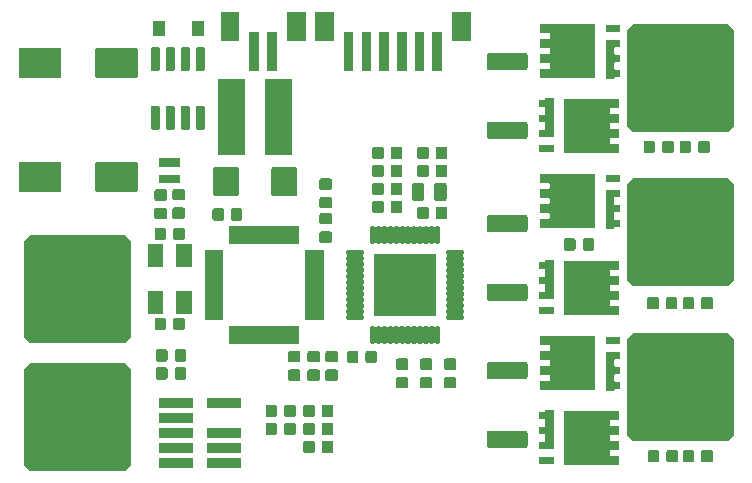
<source format=gbr>
G04 #@! TF.GenerationSoftware,KiCad,Pcbnew,(5.1.5)-3*
G04 #@! TF.CreationDate,2020-12-16T15:48:43+01:00*
G04 #@! TF.ProjectId,esc,6573632e-6b69-4636-9164-5f7063625858,rev?*
G04 #@! TF.SameCoordinates,Original*
G04 #@! TF.FileFunction,Soldermask,Top*
G04 #@! TF.FilePolarity,Negative*
%FSLAX46Y46*%
G04 Gerber Fmt 4.6, Leading zero omitted, Abs format (unit mm)*
G04 Created by KiCad (PCBNEW (5.1.5)-3) date 2020-12-16 15:48:43*
%MOMM*%
%LPD*%
G04 APERTURE LIST*
%ADD10C,0.100000*%
G04 APERTURE END LIST*
D10*
G36*
X121412000Y-108204000D02*
G01*
X121412000Y-116332000D01*
X120904000Y-116840000D01*
X112903000Y-116840000D01*
X112395000Y-116332000D01*
X112395000Y-108204000D01*
X112903000Y-107696000D01*
X120904000Y-107696000D01*
X121412000Y-108204000D01*
G37*
G36*
X130735000Y-116626000D02*
G01*
X127843000Y-116626000D01*
X127843000Y-115784000D01*
X130735000Y-115784000D01*
X130735000Y-116626000D01*
G37*
G36*
X126665000Y-116626000D02*
G01*
X123773000Y-116626000D01*
X123773000Y-115784000D01*
X126665000Y-115784000D01*
X126665000Y-116626000D01*
G37*
G36*
X162763000Y-112492000D02*
G01*
X162087999Y-112492000D01*
X162063613Y-112494402D01*
X162040164Y-112501515D01*
X162018553Y-112513066D01*
X161999611Y-112528611D01*
X161984066Y-112547553D01*
X161972515Y-112569164D01*
X161965402Y-112592613D01*
X161963000Y-112616999D01*
X161963000Y-112935001D01*
X161965402Y-112959387D01*
X161972515Y-112982836D01*
X161984066Y-113004447D01*
X161999611Y-113023389D01*
X162018553Y-113038934D01*
X162040164Y-113050485D01*
X162063613Y-113057598D01*
X162087999Y-113060000D01*
X162763000Y-113060000D01*
X162763000Y-113762000D01*
X162087999Y-113762000D01*
X162063613Y-113764402D01*
X162040164Y-113771515D01*
X162018553Y-113783066D01*
X161999611Y-113798611D01*
X161984066Y-113817553D01*
X161972515Y-113839164D01*
X161965402Y-113862613D01*
X161963000Y-113886999D01*
X161963000Y-114205001D01*
X161965402Y-114229387D01*
X161972515Y-114252836D01*
X161984066Y-114274447D01*
X161999611Y-114293389D01*
X162018553Y-114308934D01*
X162040164Y-114320485D01*
X162063613Y-114327598D01*
X162087999Y-114330000D01*
X162763000Y-114330000D01*
X162763000Y-115032000D01*
X162087999Y-115032000D01*
X162063613Y-115034402D01*
X162040164Y-115041515D01*
X162018553Y-115053066D01*
X161999611Y-115068611D01*
X161984066Y-115087553D01*
X161972515Y-115109164D01*
X161965402Y-115132613D01*
X161963000Y-115156999D01*
X161963000Y-115475001D01*
X161965402Y-115499387D01*
X161972515Y-115522836D01*
X161984066Y-115544447D01*
X161999611Y-115563389D01*
X162018553Y-115578934D01*
X162040164Y-115590485D01*
X162063613Y-115597598D01*
X162087999Y-115600000D01*
X162763000Y-115600000D01*
X162763000Y-116302000D01*
X158111000Y-116302000D01*
X158111000Y-111790000D01*
X162763000Y-111790000D01*
X162763000Y-112492000D01*
G37*
G36*
X157213000Y-116252000D02*
G01*
X156011000Y-116252000D01*
X156011000Y-115650000D01*
X157213000Y-115650000D01*
X157213000Y-116252000D01*
G37*
G36*
X166032591Y-115078085D02*
G01*
X166066569Y-115088393D01*
X166097890Y-115105134D01*
X166125339Y-115127661D01*
X166147866Y-115155110D01*
X166164607Y-115186431D01*
X166174915Y-115220409D01*
X166179000Y-115261890D01*
X166179000Y-115938110D01*
X166174915Y-115979591D01*
X166164607Y-116013569D01*
X166147866Y-116044890D01*
X166125339Y-116072339D01*
X166097890Y-116094866D01*
X166066569Y-116111607D01*
X166032591Y-116121915D01*
X165991110Y-116126000D01*
X165389890Y-116126000D01*
X165348409Y-116121915D01*
X165314431Y-116111607D01*
X165283110Y-116094866D01*
X165255661Y-116072339D01*
X165233134Y-116044890D01*
X165216393Y-116013569D01*
X165206085Y-115979591D01*
X165202000Y-115938110D01*
X165202000Y-115261890D01*
X165206085Y-115220409D01*
X165216393Y-115186431D01*
X165233134Y-115155110D01*
X165255661Y-115127661D01*
X165283110Y-115105134D01*
X165314431Y-115088393D01*
X165348409Y-115078085D01*
X165389890Y-115074000D01*
X165991110Y-115074000D01*
X166032591Y-115078085D01*
G37*
G36*
X167607591Y-115078085D02*
G01*
X167641569Y-115088393D01*
X167672890Y-115105134D01*
X167700339Y-115127661D01*
X167722866Y-115155110D01*
X167739607Y-115186431D01*
X167749915Y-115220409D01*
X167754000Y-115261890D01*
X167754000Y-115938110D01*
X167749915Y-115979591D01*
X167739607Y-116013569D01*
X167722866Y-116044890D01*
X167700339Y-116072339D01*
X167672890Y-116094866D01*
X167641569Y-116111607D01*
X167607591Y-116121915D01*
X167566110Y-116126000D01*
X166964890Y-116126000D01*
X166923409Y-116121915D01*
X166889431Y-116111607D01*
X166858110Y-116094866D01*
X166830661Y-116072339D01*
X166808134Y-116044890D01*
X166791393Y-116013569D01*
X166781085Y-115979591D01*
X166777000Y-115938110D01*
X166777000Y-115261890D01*
X166781085Y-115220409D01*
X166791393Y-115186431D01*
X166808134Y-115155110D01*
X166830661Y-115127661D01*
X166858110Y-115105134D01*
X166889431Y-115088393D01*
X166923409Y-115078085D01*
X166964890Y-115074000D01*
X167566110Y-115074000D01*
X167607591Y-115078085D01*
G37*
G36*
X168972591Y-115078085D02*
G01*
X169006569Y-115088393D01*
X169037890Y-115105134D01*
X169065339Y-115127661D01*
X169087866Y-115155110D01*
X169104607Y-115186431D01*
X169114915Y-115220409D01*
X169119000Y-115261890D01*
X169119000Y-115938110D01*
X169114915Y-115979591D01*
X169104607Y-116013569D01*
X169087866Y-116044890D01*
X169065339Y-116072339D01*
X169037890Y-116094866D01*
X169006569Y-116111607D01*
X168972591Y-116121915D01*
X168931110Y-116126000D01*
X168329890Y-116126000D01*
X168288409Y-116121915D01*
X168254431Y-116111607D01*
X168223110Y-116094866D01*
X168195661Y-116072339D01*
X168173134Y-116044890D01*
X168156393Y-116013569D01*
X168146085Y-115979591D01*
X168142000Y-115938110D01*
X168142000Y-115261890D01*
X168146085Y-115220409D01*
X168156393Y-115186431D01*
X168173134Y-115155110D01*
X168195661Y-115127661D01*
X168223110Y-115105134D01*
X168254431Y-115088393D01*
X168288409Y-115078085D01*
X168329890Y-115074000D01*
X168931110Y-115074000D01*
X168972591Y-115078085D01*
G37*
G36*
X170547591Y-115078085D02*
G01*
X170581569Y-115088393D01*
X170612890Y-115105134D01*
X170640339Y-115127661D01*
X170662866Y-115155110D01*
X170679607Y-115186431D01*
X170689915Y-115220409D01*
X170694000Y-115261890D01*
X170694000Y-115938110D01*
X170689915Y-115979591D01*
X170679607Y-116013569D01*
X170662866Y-116044890D01*
X170640339Y-116072339D01*
X170612890Y-116094866D01*
X170581569Y-116111607D01*
X170547591Y-116121915D01*
X170506110Y-116126000D01*
X169904890Y-116126000D01*
X169863409Y-116121915D01*
X169829431Y-116111607D01*
X169798110Y-116094866D01*
X169770661Y-116072339D01*
X169748134Y-116044890D01*
X169731393Y-116013569D01*
X169721085Y-115979591D01*
X169717000Y-115938110D01*
X169717000Y-115261890D01*
X169721085Y-115220409D01*
X169731393Y-115186431D01*
X169748134Y-115155110D01*
X169770661Y-115127661D01*
X169798110Y-115105134D01*
X169829431Y-115088393D01*
X169863409Y-115078085D01*
X169904890Y-115074000D01*
X170506110Y-115074000D01*
X170547591Y-115078085D01*
G37*
G36*
X130735000Y-115356000D02*
G01*
X127843000Y-115356000D01*
X127843000Y-114514000D01*
X130735000Y-114514000D01*
X130735000Y-115356000D01*
G37*
G36*
X126665000Y-115356000D02*
G01*
X123773000Y-115356000D01*
X123773000Y-114514000D01*
X126665000Y-114514000D01*
X126665000Y-115356000D01*
G37*
G36*
X138416591Y-114286085D02*
G01*
X138450569Y-114296393D01*
X138481890Y-114313134D01*
X138509339Y-114335661D01*
X138531866Y-114363110D01*
X138548607Y-114394431D01*
X138558915Y-114428409D01*
X138563000Y-114469890D01*
X138563000Y-115146110D01*
X138558915Y-115187591D01*
X138548607Y-115221569D01*
X138531866Y-115252890D01*
X138509339Y-115280339D01*
X138481890Y-115302866D01*
X138450569Y-115319607D01*
X138416591Y-115329915D01*
X138375110Y-115334000D01*
X137773890Y-115334000D01*
X137732409Y-115329915D01*
X137698431Y-115319607D01*
X137667110Y-115302866D01*
X137639661Y-115280339D01*
X137617134Y-115252890D01*
X137600393Y-115221569D01*
X137590085Y-115187591D01*
X137586000Y-115146110D01*
X137586000Y-114469890D01*
X137590085Y-114428409D01*
X137600393Y-114394431D01*
X137617134Y-114363110D01*
X137639661Y-114335661D01*
X137667110Y-114313134D01*
X137698431Y-114296393D01*
X137732409Y-114286085D01*
X137773890Y-114282000D01*
X138375110Y-114282000D01*
X138416591Y-114286085D01*
G37*
G36*
X136841591Y-114286085D02*
G01*
X136875569Y-114296393D01*
X136906890Y-114313134D01*
X136934339Y-114335661D01*
X136956866Y-114363110D01*
X136973607Y-114394431D01*
X136983915Y-114428409D01*
X136988000Y-114469890D01*
X136988000Y-115146110D01*
X136983915Y-115187591D01*
X136973607Y-115221569D01*
X136956866Y-115252890D01*
X136934339Y-115280339D01*
X136906890Y-115302866D01*
X136875569Y-115319607D01*
X136841591Y-115329915D01*
X136800110Y-115334000D01*
X136198890Y-115334000D01*
X136157409Y-115329915D01*
X136123431Y-115319607D01*
X136092110Y-115302866D01*
X136064661Y-115280339D01*
X136042134Y-115252890D01*
X136025393Y-115221569D01*
X136015085Y-115187591D01*
X136011000Y-115146110D01*
X136011000Y-114469890D01*
X136015085Y-114428409D01*
X136025393Y-114394431D01*
X136042134Y-114363110D01*
X136064661Y-114335661D01*
X136092110Y-114313134D01*
X136123431Y-114296393D01*
X136157409Y-114286085D01*
X136198890Y-114282000D01*
X136800110Y-114282000D01*
X136841591Y-114286085D01*
G37*
G36*
X157213000Y-114982000D02*
G01*
X156011000Y-114982000D01*
X156011000Y-114380000D01*
X156386001Y-114380000D01*
X156410387Y-114377598D01*
X156433836Y-114370485D01*
X156455447Y-114358934D01*
X156474389Y-114343389D01*
X156489934Y-114324447D01*
X156501485Y-114302836D01*
X156508598Y-114279387D01*
X156511000Y-114255001D01*
X156511000Y-113836999D01*
X156508598Y-113812613D01*
X156501485Y-113789164D01*
X156489934Y-113767553D01*
X156474389Y-113748611D01*
X156455447Y-113733066D01*
X156433836Y-113721515D01*
X156410387Y-113714402D01*
X156386001Y-113712000D01*
X156011000Y-113712000D01*
X156011000Y-113110000D01*
X156386001Y-113110000D01*
X156410387Y-113107598D01*
X156433836Y-113100485D01*
X156455447Y-113088934D01*
X156474389Y-113073389D01*
X156489934Y-113054447D01*
X156501485Y-113032836D01*
X156508598Y-113009387D01*
X156511000Y-112985001D01*
X156511000Y-112566999D01*
X156508598Y-112542613D01*
X156501485Y-112519164D01*
X156489934Y-112497553D01*
X156474389Y-112478611D01*
X156455447Y-112463066D01*
X156433836Y-112451515D01*
X156410387Y-112444402D01*
X156386001Y-112442000D01*
X156011000Y-112442000D01*
X156011000Y-111840000D01*
X156386001Y-111840000D01*
X156410387Y-111837598D01*
X156433836Y-111830485D01*
X156455447Y-111818934D01*
X156474389Y-111803389D01*
X156489934Y-111784447D01*
X156501485Y-111762836D01*
X156508598Y-111739387D01*
X156511000Y-111715001D01*
X156511000Y-111680000D01*
X157213000Y-111680000D01*
X157213000Y-114982000D01*
G37*
G36*
X154861798Y-113430247D02*
G01*
X154897367Y-113441037D01*
X154930139Y-113458554D01*
X154958869Y-113482131D01*
X154982446Y-113510861D01*
X154999963Y-113543633D01*
X155010753Y-113579202D01*
X155015000Y-113622325D01*
X155015000Y-114681675D01*
X155010753Y-114724798D01*
X154999963Y-114760367D01*
X154982446Y-114793139D01*
X154958869Y-114821869D01*
X154930139Y-114845446D01*
X154897367Y-114862963D01*
X154861798Y-114873753D01*
X154818675Y-114878000D01*
X151759325Y-114878000D01*
X151716202Y-114873753D01*
X151680633Y-114862963D01*
X151647861Y-114845446D01*
X151619131Y-114821869D01*
X151595554Y-114793139D01*
X151578037Y-114760367D01*
X151567247Y-114724798D01*
X151563000Y-114681675D01*
X151563000Y-113622325D01*
X151567247Y-113579202D01*
X151578037Y-113543633D01*
X151595554Y-113510861D01*
X151619131Y-113482131D01*
X151647861Y-113458554D01*
X151680633Y-113441037D01*
X151716202Y-113430247D01*
X151759325Y-113426000D01*
X154818675Y-113426000D01*
X154861798Y-113430247D01*
G37*
G36*
X172466000Y-105664000D02*
G01*
X172466000Y-113792000D01*
X171958000Y-114300000D01*
X163957000Y-114300000D01*
X163449000Y-113792000D01*
X163449000Y-105664000D01*
X163957000Y-105156000D01*
X171958000Y-105156000D01*
X172466000Y-105664000D01*
G37*
G36*
X126665000Y-114086000D02*
G01*
X123773000Y-114086000D01*
X123773000Y-113244000D01*
X126665000Y-113244000D01*
X126665000Y-114086000D01*
G37*
G36*
X130735000Y-114086000D02*
G01*
X127843000Y-114086000D01*
X127843000Y-113244000D01*
X130735000Y-113244000D01*
X130735000Y-114086000D01*
G37*
G36*
X138416591Y-112762085D02*
G01*
X138450569Y-112772393D01*
X138481890Y-112789134D01*
X138509339Y-112811661D01*
X138531866Y-112839110D01*
X138548607Y-112870431D01*
X138558915Y-112904409D01*
X138563000Y-112945890D01*
X138563000Y-113622110D01*
X138558915Y-113663591D01*
X138548607Y-113697569D01*
X138531866Y-113728890D01*
X138509339Y-113756339D01*
X138481890Y-113778866D01*
X138450569Y-113795607D01*
X138416591Y-113805915D01*
X138375110Y-113810000D01*
X137773890Y-113810000D01*
X137732409Y-113805915D01*
X137698431Y-113795607D01*
X137667110Y-113778866D01*
X137639661Y-113756339D01*
X137617134Y-113728890D01*
X137600393Y-113697569D01*
X137590085Y-113663591D01*
X137586000Y-113622110D01*
X137586000Y-112945890D01*
X137590085Y-112904409D01*
X137600393Y-112870431D01*
X137617134Y-112839110D01*
X137639661Y-112811661D01*
X137667110Y-112789134D01*
X137698431Y-112772393D01*
X137732409Y-112762085D01*
X137773890Y-112758000D01*
X138375110Y-112758000D01*
X138416591Y-112762085D01*
G37*
G36*
X136841591Y-112762085D02*
G01*
X136875569Y-112772393D01*
X136906890Y-112789134D01*
X136934339Y-112811661D01*
X136956866Y-112839110D01*
X136973607Y-112870431D01*
X136983915Y-112904409D01*
X136988000Y-112945890D01*
X136988000Y-113622110D01*
X136983915Y-113663591D01*
X136973607Y-113697569D01*
X136956866Y-113728890D01*
X136934339Y-113756339D01*
X136906890Y-113778866D01*
X136875569Y-113795607D01*
X136841591Y-113805915D01*
X136800110Y-113810000D01*
X136198890Y-113810000D01*
X136157409Y-113805915D01*
X136123431Y-113795607D01*
X136092110Y-113778866D01*
X136064661Y-113756339D01*
X136042134Y-113728890D01*
X136025393Y-113697569D01*
X136015085Y-113663591D01*
X136011000Y-113622110D01*
X136011000Y-112945890D01*
X136015085Y-112904409D01*
X136025393Y-112870431D01*
X136042134Y-112839110D01*
X136064661Y-112811661D01*
X136092110Y-112789134D01*
X136123431Y-112772393D01*
X136157409Y-112762085D01*
X136198890Y-112758000D01*
X136800110Y-112758000D01*
X136841591Y-112762085D01*
G37*
G36*
X135241591Y-112762085D02*
G01*
X135275569Y-112772393D01*
X135306890Y-112789134D01*
X135334339Y-112811661D01*
X135356866Y-112839110D01*
X135373607Y-112870431D01*
X135383915Y-112904409D01*
X135388000Y-112945890D01*
X135388000Y-113622110D01*
X135383915Y-113663591D01*
X135373607Y-113697569D01*
X135356866Y-113728890D01*
X135334339Y-113756339D01*
X135306890Y-113778866D01*
X135275569Y-113795607D01*
X135241591Y-113805915D01*
X135200110Y-113810000D01*
X134598890Y-113810000D01*
X134557409Y-113805915D01*
X134523431Y-113795607D01*
X134492110Y-113778866D01*
X134464661Y-113756339D01*
X134442134Y-113728890D01*
X134425393Y-113697569D01*
X134415085Y-113663591D01*
X134411000Y-113622110D01*
X134411000Y-112945890D01*
X134415085Y-112904409D01*
X134425393Y-112870431D01*
X134442134Y-112839110D01*
X134464661Y-112811661D01*
X134492110Y-112789134D01*
X134523431Y-112772393D01*
X134557409Y-112762085D01*
X134598890Y-112758000D01*
X135200110Y-112758000D01*
X135241591Y-112762085D01*
G37*
G36*
X133666591Y-112762085D02*
G01*
X133700569Y-112772393D01*
X133731890Y-112789134D01*
X133759339Y-112811661D01*
X133781866Y-112839110D01*
X133798607Y-112870431D01*
X133808915Y-112904409D01*
X133813000Y-112945890D01*
X133813000Y-113622110D01*
X133808915Y-113663591D01*
X133798607Y-113697569D01*
X133781866Y-113728890D01*
X133759339Y-113756339D01*
X133731890Y-113778866D01*
X133700569Y-113795607D01*
X133666591Y-113805915D01*
X133625110Y-113810000D01*
X133023890Y-113810000D01*
X132982409Y-113805915D01*
X132948431Y-113795607D01*
X132917110Y-113778866D01*
X132889661Y-113756339D01*
X132867134Y-113728890D01*
X132850393Y-113697569D01*
X132840085Y-113663591D01*
X132836000Y-113622110D01*
X132836000Y-112945890D01*
X132840085Y-112904409D01*
X132850393Y-112870431D01*
X132867134Y-112839110D01*
X132889661Y-112811661D01*
X132917110Y-112789134D01*
X132948431Y-112772393D01*
X132982409Y-112762085D01*
X133023890Y-112758000D01*
X133625110Y-112758000D01*
X133666591Y-112762085D01*
G37*
G36*
X126665000Y-112816000D02*
G01*
X123773000Y-112816000D01*
X123773000Y-111974000D01*
X126665000Y-111974000D01*
X126665000Y-112816000D01*
G37*
G36*
X133666591Y-111238085D02*
G01*
X133700569Y-111248393D01*
X133731890Y-111265134D01*
X133759339Y-111287661D01*
X133781866Y-111315110D01*
X133798607Y-111346431D01*
X133808915Y-111380409D01*
X133813000Y-111421890D01*
X133813000Y-112098110D01*
X133808915Y-112139591D01*
X133798607Y-112173569D01*
X133781866Y-112204890D01*
X133759339Y-112232339D01*
X133731890Y-112254866D01*
X133700569Y-112271607D01*
X133666591Y-112281915D01*
X133625110Y-112286000D01*
X133023890Y-112286000D01*
X132982409Y-112281915D01*
X132948431Y-112271607D01*
X132917110Y-112254866D01*
X132889661Y-112232339D01*
X132867134Y-112204890D01*
X132850393Y-112173569D01*
X132840085Y-112139591D01*
X132836000Y-112098110D01*
X132836000Y-111421890D01*
X132840085Y-111380409D01*
X132850393Y-111346431D01*
X132867134Y-111315110D01*
X132889661Y-111287661D01*
X132917110Y-111265134D01*
X132948431Y-111248393D01*
X132982409Y-111238085D01*
X133023890Y-111234000D01*
X133625110Y-111234000D01*
X133666591Y-111238085D01*
G37*
G36*
X138416591Y-111238085D02*
G01*
X138450569Y-111248393D01*
X138481890Y-111265134D01*
X138509339Y-111287661D01*
X138531866Y-111315110D01*
X138548607Y-111346431D01*
X138558915Y-111380409D01*
X138563000Y-111421890D01*
X138563000Y-112098110D01*
X138558915Y-112139591D01*
X138548607Y-112173569D01*
X138531866Y-112204890D01*
X138509339Y-112232339D01*
X138481890Y-112254866D01*
X138450569Y-112271607D01*
X138416591Y-112281915D01*
X138375110Y-112286000D01*
X137773890Y-112286000D01*
X137732409Y-112281915D01*
X137698431Y-112271607D01*
X137667110Y-112254866D01*
X137639661Y-112232339D01*
X137617134Y-112204890D01*
X137600393Y-112173569D01*
X137590085Y-112139591D01*
X137586000Y-112098110D01*
X137586000Y-111421890D01*
X137590085Y-111380409D01*
X137600393Y-111346431D01*
X137617134Y-111315110D01*
X137639661Y-111287661D01*
X137667110Y-111265134D01*
X137698431Y-111248393D01*
X137732409Y-111238085D01*
X137773890Y-111234000D01*
X138375110Y-111234000D01*
X138416591Y-111238085D01*
G37*
G36*
X136841591Y-111238085D02*
G01*
X136875569Y-111248393D01*
X136906890Y-111265134D01*
X136934339Y-111287661D01*
X136956866Y-111315110D01*
X136973607Y-111346431D01*
X136983915Y-111380409D01*
X136988000Y-111421890D01*
X136988000Y-112098110D01*
X136983915Y-112139591D01*
X136973607Y-112173569D01*
X136956866Y-112204890D01*
X136934339Y-112232339D01*
X136906890Y-112254866D01*
X136875569Y-112271607D01*
X136841591Y-112281915D01*
X136800110Y-112286000D01*
X136198890Y-112286000D01*
X136157409Y-112281915D01*
X136123431Y-112271607D01*
X136092110Y-112254866D01*
X136064661Y-112232339D01*
X136042134Y-112204890D01*
X136025393Y-112173569D01*
X136015085Y-112139591D01*
X136011000Y-112098110D01*
X136011000Y-111421890D01*
X136015085Y-111380409D01*
X136025393Y-111346431D01*
X136042134Y-111315110D01*
X136064661Y-111287661D01*
X136092110Y-111265134D01*
X136123431Y-111248393D01*
X136157409Y-111238085D01*
X136198890Y-111234000D01*
X136800110Y-111234000D01*
X136841591Y-111238085D01*
G37*
G36*
X135241591Y-111238085D02*
G01*
X135275569Y-111248393D01*
X135306890Y-111265134D01*
X135334339Y-111287661D01*
X135356866Y-111315110D01*
X135373607Y-111346431D01*
X135383915Y-111380409D01*
X135388000Y-111421890D01*
X135388000Y-112098110D01*
X135383915Y-112139591D01*
X135373607Y-112173569D01*
X135356866Y-112204890D01*
X135334339Y-112232339D01*
X135306890Y-112254866D01*
X135275569Y-112271607D01*
X135241591Y-112281915D01*
X135200110Y-112286000D01*
X134598890Y-112286000D01*
X134557409Y-112281915D01*
X134523431Y-112271607D01*
X134492110Y-112254866D01*
X134464661Y-112232339D01*
X134442134Y-112204890D01*
X134425393Y-112173569D01*
X134415085Y-112139591D01*
X134411000Y-112098110D01*
X134411000Y-111421890D01*
X134415085Y-111380409D01*
X134425393Y-111346431D01*
X134442134Y-111315110D01*
X134464661Y-111287661D01*
X134492110Y-111265134D01*
X134523431Y-111248393D01*
X134557409Y-111238085D01*
X134598890Y-111234000D01*
X135200110Y-111234000D01*
X135241591Y-111238085D01*
G37*
G36*
X126665000Y-111546000D02*
G01*
X123773000Y-111546000D01*
X123773000Y-110704000D01*
X126665000Y-110704000D01*
X126665000Y-111546000D01*
G37*
G36*
X130735000Y-111546000D02*
G01*
X127843000Y-111546000D01*
X127843000Y-110704000D01*
X130735000Y-110704000D01*
X130735000Y-111546000D01*
G37*
G36*
X162841000Y-107362000D02*
G01*
X162465999Y-107362000D01*
X162441613Y-107364402D01*
X162418164Y-107371515D01*
X162396553Y-107383066D01*
X162377611Y-107398611D01*
X162362066Y-107417553D01*
X162350515Y-107439164D01*
X162343402Y-107462613D01*
X162341000Y-107486999D01*
X162341000Y-107905001D01*
X162343402Y-107929387D01*
X162350515Y-107952836D01*
X162362066Y-107974447D01*
X162377611Y-107993389D01*
X162396553Y-108008934D01*
X162418164Y-108020485D01*
X162441613Y-108027598D01*
X162465999Y-108030000D01*
X162841000Y-108030000D01*
X162841000Y-108632000D01*
X162465999Y-108632000D01*
X162441613Y-108634402D01*
X162418164Y-108641515D01*
X162396553Y-108653066D01*
X162377611Y-108668611D01*
X162362066Y-108687553D01*
X162350515Y-108709164D01*
X162343402Y-108732613D01*
X162341000Y-108756999D01*
X162341000Y-109175001D01*
X162343402Y-109199387D01*
X162350515Y-109222836D01*
X162362066Y-109244447D01*
X162377611Y-109263389D01*
X162396553Y-109278934D01*
X162418164Y-109290485D01*
X162441613Y-109297598D01*
X162465999Y-109300000D01*
X162841000Y-109300000D01*
X162841000Y-109902000D01*
X162465999Y-109902000D01*
X162441613Y-109904402D01*
X162418164Y-109911515D01*
X162396553Y-109923066D01*
X162377611Y-109938611D01*
X162362066Y-109957553D01*
X162350515Y-109979164D01*
X162343402Y-110002613D01*
X162341000Y-110026999D01*
X162341000Y-110062000D01*
X161639000Y-110062000D01*
X161639000Y-106760000D01*
X162841000Y-106760000D01*
X162841000Y-107362000D01*
G37*
G36*
X160741000Y-109952000D02*
G01*
X156089000Y-109952000D01*
X156089000Y-109250000D01*
X156764001Y-109250000D01*
X156788387Y-109247598D01*
X156811836Y-109240485D01*
X156833447Y-109228934D01*
X156852389Y-109213389D01*
X156867934Y-109194447D01*
X156879485Y-109172836D01*
X156886598Y-109149387D01*
X156889000Y-109125001D01*
X156889000Y-108806999D01*
X156886598Y-108782613D01*
X156879485Y-108759164D01*
X156867934Y-108737553D01*
X156852389Y-108718611D01*
X156833447Y-108703066D01*
X156811836Y-108691515D01*
X156788387Y-108684402D01*
X156764001Y-108682000D01*
X156089000Y-108682000D01*
X156089000Y-107980000D01*
X156764001Y-107980000D01*
X156788387Y-107977598D01*
X156811836Y-107970485D01*
X156833447Y-107958934D01*
X156852389Y-107943389D01*
X156867934Y-107924447D01*
X156879485Y-107902836D01*
X156886598Y-107879387D01*
X156889000Y-107855001D01*
X156889000Y-107536999D01*
X156886598Y-107512613D01*
X156879485Y-107489164D01*
X156867934Y-107467553D01*
X156852389Y-107448611D01*
X156833447Y-107433066D01*
X156811836Y-107421515D01*
X156788387Y-107414402D01*
X156764001Y-107412000D01*
X156089000Y-107412000D01*
X156089000Y-106710000D01*
X156764001Y-106710000D01*
X156788387Y-106707598D01*
X156811836Y-106700485D01*
X156833447Y-106688934D01*
X156852389Y-106673389D01*
X156867934Y-106654447D01*
X156879485Y-106632836D01*
X156886598Y-106609387D01*
X156889000Y-106585001D01*
X156889000Y-106266999D01*
X156886598Y-106242613D01*
X156879485Y-106219164D01*
X156867934Y-106197553D01*
X156852389Y-106178611D01*
X156833447Y-106163066D01*
X156811836Y-106151515D01*
X156788387Y-106144402D01*
X156764001Y-106142000D01*
X156089000Y-106142000D01*
X156089000Y-105440000D01*
X160741000Y-105440000D01*
X160741000Y-109952000D01*
G37*
G36*
X146810591Y-108888085D02*
G01*
X146844569Y-108898393D01*
X146875890Y-108915134D01*
X146903339Y-108937661D01*
X146925866Y-108965110D01*
X146942607Y-108996431D01*
X146952915Y-109030409D01*
X146957000Y-109071890D01*
X146957000Y-109673110D01*
X146952915Y-109714591D01*
X146942607Y-109748569D01*
X146925866Y-109779890D01*
X146903339Y-109807339D01*
X146875890Y-109829866D01*
X146844569Y-109846607D01*
X146810591Y-109856915D01*
X146769110Y-109861000D01*
X146092890Y-109861000D01*
X146051409Y-109856915D01*
X146017431Y-109846607D01*
X145986110Y-109829866D01*
X145958661Y-109807339D01*
X145936134Y-109779890D01*
X145919393Y-109748569D01*
X145909085Y-109714591D01*
X145905000Y-109673110D01*
X145905000Y-109071890D01*
X145909085Y-109030409D01*
X145919393Y-108996431D01*
X145936134Y-108965110D01*
X145958661Y-108937661D01*
X145986110Y-108915134D01*
X146017431Y-108898393D01*
X146051409Y-108888085D01*
X146092890Y-108884000D01*
X146769110Y-108884000D01*
X146810591Y-108888085D01*
G37*
G36*
X148842591Y-108888085D02*
G01*
X148876569Y-108898393D01*
X148907890Y-108915134D01*
X148935339Y-108937661D01*
X148957866Y-108965110D01*
X148974607Y-108996431D01*
X148984915Y-109030409D01*
X148989000Y-109071890D01*
X148989000Y-109673110D01*
X148984915Y-109714591D01*
X148974607Y-109748569D01*
X148957866Y-109779890D01*
X148935339Y-109807339D01*
X148907890Y-109829866D01*
X148876569Y-109846607D01*
X148842591Y-109856915D01*
X148801110Y-109861000D01*
X148124890Y-109861000D01*
X148083409Y-109856915D01*
X148049431Y-109846607D01*
X148018110Y-109829866D01*
X147990661Y-109807339D01*
X147968134Y-109779890D01*
X147951393Y-109748569D01*
X147941085Y-109714591D01*
X147937000Y-109673110D01*
X147937000Y-109071890D01*
X147941085Y-109030409D01*
X147951393Y-108996431D01*
X147968134Y-108965110D01*
X147990661Y-108937661D01*
X148018110Y-108915134D01*
X148049431Y-108898393D01*
X148083409Y-108888085D01*
X148124890Y-108884000D01*
X148801110Y-108884000D01*
X148842591Y-108888085D01*
G37*
G36*
X144778591Y-108888085D02*
G01*
X144812569Y-108898393D01*
X144843890Y-108915134D01*
X144871339Y-108937661D01*
X144893866Y-108965110D01*
X144910607Y-108996431D01*
X144920915Y-109030409D01*
X144925000Y-109071890D01*
X144925000Y-109673110D01*
X144920915Y-109714591D01*
X144910607Y-109748569D01*
X144893866Y-109779890D01*
X144871339Y-109807339D01*
X144843890Y-109829866D01*
X144812569Y-109846607D01*
X144778591Y-109856915D01*
X144737110Y-109861000D01*
X144060890Y-109861000D01*
X144019409Y-109856915D01*
X143985431Y-109846607D01*
X143954110Y-109829866D01*
X143926661Y-109807339D01*
X143904134Y-109779890D01*
X143887393Y-109748569D01*
X143877085Y-109714591D01*
X143873000Y-109673110D01*
X143873000Y-109071890D01*
X143877085Y-109030409D01*
X143887393Y-108996431D01*
X143904134Y-108965110D01*
X143926661Y-108937661D01*
X143954110Y-108915134D01*
X143985431Y-108898393D01*
X144019409Y-108888085D01*
X144060890Y-108884000D01*
X144737110Y-108884000D01*
X144778591Y-108888085D01*
G37*
G36*
X137285591Y-108253085D02*
G01*
X137319569Y-108263393D01*
X137350890Y-108280134D01*
X137378339Y-108302661D01*
X137400866Y-108330110D01*
X137417607Y-108361431D01*
X137427915Y-108395409D01*
X137432000Y-108436890D01*
X137432000Y-109038110D01*
X137427915Y-109079591D01*
X137417607Y-109113569D01*
X137400866Y-109144890D01*
X137378339Y-109172339D01*
X137350890Y-109194866D01*
X137319569Y-109211607D01*
X137285591Y-109221915D01*
X137244110Y-109226000D01*
X136567890Y-109226000D01*
X136526409Y-109221915D01*
X136492431Y-109211607D01*
X136461110Y-109194866D01*
X136433661Y-109172339D01*
X136411134Y-109144890D01*
X136394393Y-109113569D01*
X136384085Y-109079591D01*
X136380000Y-109038110D01*
X136380000Y-108436890D01*
X136384085Y-108395409D01*
X136394393Y-108361431D01*
X136411134Y-108330110D01*
X136433661Y-108302661D01*
X136461110Y-108280134D01*
X136492431Y-108263393D01*
X136526409Y-108253085D01*
X136567890Y-108249000D01*
X137244110Y-108249000D01*
X137285591Y-108253085D01*
G37*
G36*
X135634591Y-108253085D02*
G01*
X135668569Y-108263393D01*
X135699890Y-108280134D01*
X135727339Y-108302661D01*
X135749866Y-108330110D01*
X135766607Y-108361431D01*
X135776915Y-108395409D01*
X135781000Y-108436890D01*
X135781000Y-109038110D01*
X135776915Y-109079591D01*
X135766607Y-109113569D01*
X135749866Y-109144890D01*
X135727339Y-109172339D01*
X135699890Y-109194866D01*
X135668569Y-109211607D01*
X135634591Y-109221915D01*
X135593110Y-109226000D01*
X134916890Y-109226000D01*
X134875409Y-109221915D01*
X134841431Y-109211607D01*
X134810110Y-109194866D01*
X134782661Y-109172339D01*
X134760134Y-109144890D01*
X134743393Y-109113569D01*
X134733085Y-109079591D01*
X134729000Y-109038110D01*
X134729000Y-108436890D01*
X134733085Y-108395409D01*
X134743393Y-108361431D01*
X134760134Y-108330110D01*
X134782661Y-108302661D01*
X134810110Y-108280134D01*
X134841431Y-108263393D01*
X134875409Y-108253085D01*
X134916890Y-108249000D01*
X135593110Y-108249000D01*
X135634591Y-108253085D01*
G37*
G36*
X138809591Y-108253085D02*
G01*
X138843569Y-108263393D01*
X138874890Y-108280134D01*
X138902339Y-108302661D01*
X138924866Y-108330110D01*
X138941607Y-108361431D01*
X138951915Y-108395409D01*
X138956000Y-108436890D01*
X138956000Y-109038110D01*
X138951915Y-109079591D01*
X138941607Y-109113569D01*
X138924866Y-109144890D01*
X138902339Y-109172339D01*
X138874890Y-109194866D01*
X138843569Y-109211607D01*
X138809591Y-109221915D01*
X138768110Y-109226000D01*
X138091890Y-109226000D01*
X138050409Y-109221915D01*
X138016431Y-109211607D01*
X137985110Y-109194866D01*
X137957661Y-109172339D01*
X137935134Y-109144890D01*
X137918393Y-109113569D01*
X137908085Y-109079591D01*
X137904000Y-109038110D01*
X137904000Y-108436890D01*
X137908085Y-108395409D01*
X137918393Y-108361431D01*
X137935134Y-108330110D01*
X137957661Y-108302661D01*
X137985110Y-108280134D01*
X138016431Y-108263393D01*
X138050409Y-108253085D01*
X138091890Y-108249000D01*
X138768110Y-108249000D01*
X138809591Y-108253085D01*
G37*
G36*
X125970591Y-108063085D02*
G01*
X126004569Y-108073393D01*
X126035890Y-108090134D01*
X126063339Y-108112661D01*
X126085866Y-108140110D01*
X126102607Y-108171431D01*
X126112915Y-108205409D01*
X126117000Y-108246890D01*
X126117000Y-108923110D01*
X126112915Y-108964591D01*
X126102607Y-108998569D01*
X126085866Y-109029890D01*
X126063339Y-109057339D01*
X126035890Y-109079866D01*
X126004569Y-109096607D01*
X125970591Y-109106915D01*
X125929110Y-109111000D01*
X125327890Y-109111000D01*
X125286409Y-109106915D01*
X125252431Y-109096607D01*
X125221110Y-109079866D01*
X125193661Y-109057339D01*
X125171134Y-109029890D01*
X125154393Y-108998569D01*
X125144085Y-108964591D01*
X125140000Y-108923110D01*
X125140000Y-108246890D01*
X125144085Y-108205409D01*
X125154393Y-108171431D01*
X125171134Y-108140110D01*
X125193661Y-108112661D01*
X125221110Y-108090134D01*
X125252431Y-108073393D01*
X125286409Y-108063085D01*
X125327890Y-108059000D01*
X125929110Y-108059000D01*
X125970591Y-108063085D01*
G37*
G36*
X124395591Y-108063085D02*
G01*
X124429569Y-108073393D01*
X124460890Y-108090134D01*
X124488339Y-108112661D01*
X124510866Y-108140110D01*
X124527607Y-108171431D01*
X124537915Y-108205409D01*
X124542000Y-108246890D01*
X124542000Y-108923110D01*
X124537915Y-108964591D01*
X124527607Y-108998569D01*
X124510866Y-109029890D01*
X124488339Y-109057339D01*
X124460890Y-109079866D01*
X124429569Y-109096607D01*
X124395591Y-109106915D01*
X124354110Y-109111000D01*
X123752890Y-109111000D01*
X123711409Y-109106915D01*
X123677431Y-109096607D01*
X123646110Y-109079866D01*
X123618661Y-109057339D01*
X123596134Y-109029890D01*
X123579393Y-108998569D01*
X123569085Y-108964591D01*
X123565000Y-108923110D01*
X123565000Y-108246890D01*
X123569085Y-108205409D01*
X123579393Y-108171431D01*
X123596134Y-108140110D01*
X123618661Y-108112661D01*
X123646110Y-108090134D01*
X123677431Y-108073393D01*
X123711409Y-108063085D01*
X123752890Y-108059000D01*
X124354110Y-108059000D01*
X124395591Y-108063085D01*
G37*
G36*
X154861798Y-107630247D02*
G01*
X154897367Y-107641037D01*
X154930139Y-107658554D01*
X154958869Y-107682131D01*
X154982446Y-107710861D01*
X154999963Y-107743633D01*
X155010753Y-107779202D01*
X155015000Y-107822325D01*
X155015000Y-108881675D01*
X155010753Y-108924798D01*
X154999963Y-108960367D01*
X154982446Y-108993139D01*
X154958869Y-109021869D01*
X154930139Y-109045446D01*
X154897367Y-109062963D01*
X154861798Y-109073753D01*
X154818675Y-109078000D01*
X151759325Y-109078000D01*
X151716202Y-109073753D01*
X151680633Y-109062963D01*
X151647861Y-109045446D01*
X151619131Y-109021869D01*
X151595554Y-108993139D01*
X151578037Y-108960367D01*
X151567247Y-108924798D01*
X151563000Y-108881675D01*
X151563000Y-107822325D01*
X151567247Y-107779202D01*
X151578037Y-107743633D01*
X151595554Y-107710861D01*
X151619131Y-107682131D01*
X151647861Y-107658554D01*
X151680633Y-107641037D01*
X151716202Y-107630247D01*
X151759325Y-107626000D01*
X154818675Y-107626000D01*
X154861798Y-107630247D01*
G37*
G36*
X148842591Y-107313085D02*
G01*
X148876569Y-107323393D01*
X148907890Y-107340134D01*
X148935339Y-107362661D01*
X148957866Y-107390110D01*
X148974607Y-107421431D01*
X148984915Y-107455409D01*
X148989000Y-107496890D01*
X148989000Y-108098110D01*
X148984915Y-108139591D01*
X148974607Y-108173569D01*
X148957866Y-108204890D01*
X148935339Y-108232339D01*
X148907890Y-108254866D01*
X148876569Y-108271607D01*
X148842591Y-108281915D01*
X148801110Y-108286000D01*
X148124890Y-108286000D01*
X148083409Y-108281915D01*
X148049431Y-108271607D01*
X148018110Y-108254866D01*
X147990661Y-108232339D01*
X147968134Y-108204890D01*
X147951393Y-108173569D01*
X147941085Y-108139591D01*
X147937000Y-108098110D01*
X147937000Y-107496890D01*
X147941085Y-107455409D01*
X147951393Y-107421431D01*
X147968134Y-107390110D01*
X147990661Y-107362661D01*
X148018110Y-107340134D01*
X148049431Y-107323393D01*
X148083409Y-107313085D01*
X148124890Y-107309000D01*
X148801110Y-107309000D01*
X148842591Y-107313085D01*
G37*
G36*
X144778591Y-107313085D02*
G01*
X144812569Y-107323393D01*
X144843890Y-107340134D01*
X144871339Y-107362661D01*
X144893866Y-107390110D01*
X144910607Y-107421431D01*
X144920915Y-107455409D01*
X144925000Y-107496890D01*
X144925000Y-108098110D01*
X144920915Y-108139591D01*
X144910607Y-108173569D01*
X144893866Y-108204890D01*
X144871339Y-108232339D01*
X144843890Y-108254866D01*
X144812569Y-108271607D01*
X144778591Y-108281915D01*
X144737110Y-108286000D01*
X144060890Y-108286000D01*
X144019409Y-108281915D01*
X143985431Y-108271607D01*
X143954110Y-108254866D01*
X143926661Y-108232339D01*
X143904134Y-108204890D01*
X143887393Y-108173569D01*
X143877085Y-108139591D01*
X143873000Y-108098110D01*
X143873000Y-107496890D01*
X143877085Y-107455409D01*
X143887393Y-107421431D01*
X143904134Y-107390110D01*
X143926661Y-107362661D01*
X143954110Y-107340134D01*
X143985431Y-107323393D01*
X144019409Y-107313085D01*
X144060890Y-107309000D01*
X144737110Y-107309000D01*
X144778591Y-107313085D01*
G37*
G36*
X146810591Y-107313085D02*
G01*
X146844569Y-107323393D01*
X146875890Y-107340134D01*
X146903339Y-107362661D01*
X146925866Y-107390110D01*
X146942607Y-107421431D01*
X146952915Y-107455409D01*
X146957000Y-107496890D01*
X146957000Y-108098110D01*
X146952915Y-108139591D01*
X146942607Y-108173569D01*
X146925866Y-108204890D01*
X146903339Y-108232339D01*
X146875890Y-108254866D01*
X146844569Y-108271607D01*
X146810591Y-108281915D01*
X146769110Y-108286000D01*
X146092890Y-108286000D01*
X146051409Y-108281915D01*
X146017431Y-108271607D01*
X145986110Y-108254866D01*
X145958661Y-108232339D01*
X145936134Y-108204890D01*
X145919393Y-108173569D01*
X145909085Y-108139591D01*
X145905000Y-108098110D01*
X145905000Y-107496890D01*
X145909085Y-107455409D01*
X145919393Y-107421431D01*
X145936134Y-107390110D01*
X145958661Y-107362661D01*
X145986110Y-107340134D01*
X146017431Y-107323393D01*
X146051409Y-107313085D01*
X146092890Y-107309000D01*
X146769110Y-107309000D01*
X146810591Y-107313085D01*
G37*
G36*
X142125091Y-106666085D02*
G01*
X142159069Y-106676393D01*
X142190390Y-106693134D01*
X142217839Y-106715661D01*
X142240366Y-106743110D01*
X142257107Y-106774431D01*
X142267415Y-106808409D01*
X142271500Y-106849890D01*
X142271500Y-107526110D01*
X142267415Y-107567591D01*
X142257107Y-107601569D01*
X142240366Y-107632890D01*
X142217839Y-107660339D01*
X142190390Y-107682866D01*
X142159069Y-107699607D01*
X142125091Y-107709915D01*
X142083610Y-107714000D01*
X141482390Y-107714000D01*
X141440909Y-107709915D01*
X141406931Y-107699607D01*
X141375610Y-107682866D01*
X141348161Y-107660339D01*
X141325634Y-107632890D01*
X141308893Y-107601569D01*
X141298585Y-107567591D01*
X141294500Y-107526110D01*
X141294500Y-106849890D01*
X141298585Y-106808409D01*
X141308893Y-106774431D01*
X141325634Y-106743110D01*
X141348161Y-106715661D01*
X141375610Y-106693134D01*
X141406931Y-106676393D01*
X141440909Y-106666085D01*
X141482390Y-106662000D01*
X142083610Y-106662000D01*
X142125091Y-106666085D01*
G37*
G36*
X140550091Y-106666085D02*
G01*
X140584069Y-106676393D01*
X140615390Y-106693134D01*
X140642839Y-106715661D01*
X140665366Y-106743110D01*
X140682107Y-106774431D01*
X140692415Y-106808409D01*
X140696500Y-106849890D01*
X140696500Y-107526110D01*
X140692415Y-107567591D01*
X140682107Y-107601569D01*
X140665366Y-107632890D01*
X140642839Y-107660339D01*
X140615390Y-107682866D01*
X140584069Y-107699607D01*
X140550091Y-107709915D01*
X140508610Y-107714000D01*
X139907390Y-107714000D01*
X139865909Y-107709915D01*
X139831931Y-107699607D01*
X139800610Y-107682866D01*
X139773161Y-107660339D01*
X139750634Y-107632890D01*
X139733893Y-107601569D01*
X139723585Y-107567591D01*
X139719500Y-107526110D01*
X139719500Y-106849890D01*
X139723585Y-106808409D01*
X139733893Y-106774431D01*
X139750634Y-106743110D01*
X139773161Y-106715661D01*
X139800610Y-106693134D01*
X139831931Y-106676393D01*
X139865909Y-106666085D01*
X139907390Y-106662000D01*
X140508610Y-106662000D01*
X140550091Y-106666085D01*
G37*
G36*
X138809591Y-106678085D02*
G01*
X138843569Y-106688393D01*
X138874890Y-106705134D01*
X138902339Y-106727661D01*
X138924866Y-106755110D01*
X138941607Y-106786431D01*
X138951915Y-106820409D01*
X138956000Y-106861890D01*
X138956000Y-107463110D01*
X138951915Y-107504591D01*
X138941607Y-107538569D01*
X138924866Y-107569890D01*
X138902339Y-107597339D01*
X138874890Y-107619866D01*
X138843569Y-107636607D01*
X138809591Y-107646915D01*
X138768110Y-107651000D01*
X138091890Y-107651000D01*
X138050409Y-107646915D01*
X138016431Y-107636607D01*
X137985110Y-107619866D01*
X137957661Y-107597339D01*
X137935134Y-107569890D01*
X137918393Y-107538569D01*
X137908085Y-107504591D01*
X137904000Y-107463110D01*
X137904000Y-106861890D01*
X137908085Y-106820409D01*
X137918393Y-106786431D01*
X137935134Y-106755110D01*
X137957661Y-106727661D01*
X137985110Y-106705134D01*
X138016431Y-106688393D01*
X138050409Y-106678085D01*
X138091890Y-106674000D01*
X138768110Y-106674000D01*
X138809591Y-106678085D01*
G37*
G36*
X137285591Y-106678085D02*
G01*
X137319569Y-106688393D01*
X137350890Y-106705134D01*
X137378339Y-106727661D01*
X137400866Y-106755110D01*
X137417607Y-106786431D01*
X137427915Y-106820409D01*
X137432000Y-106861890D01*
X137432000Y-107463110D01*
X137427915Y-107504591D01*
X137417607Y-107538569D01*
X137400866Y-107569890D01*
X137378339Y-107597339D01*
X137350890Y-107619866D01*
X137319569Y-107636607D01*
X137285591Y-107646915D01*
X137244110Y-107651000D01*
X136567890Y-107651000D01*
X136526409Y-107646915D01*
X136492431Y-107636607D01*
X136461110Y-107619866D01*
X136433661Y-107597339D01*
X136411134Y-107569890D01*
X136394393Y-107538569D01*
X136384085Y-107504591D01*
X136380000Y-107463110D01*
X136380000Y-106861890D01*
X136384085Y-106820409D01*
X136394393Y-106786431D01*
X136411134Y-106755110D01*
X136433661Y-106727661D01*
X136461110Y-106705134D01*
X136492431Y-106688393D01*
X136526409Y-106678085D01*
X136567890Y-106674000D01*
X137244110Y-106674000D01*
X137285591Y-106678085D01*
G37*
G36*
X135634591Y-106678085D02*
G01*
X135668569Y-106688393D01*
X135699890Y-106705134D01*
X135727339Y-106727661D01*
X135749866Y-106755110D01*
X135766607Y-106786431D01*
X135776915Y-106820409D01*
X135781000Y-106861890D01*
X135781000Y-107463110D01*
X135776915Y-107504591D01*
X135766607Y-107538569D01*
X135749866Y-107569890D01*
X135727339Y-107597339D01*
X135699890Y-107619866D01*
X135668569Y-107636607D01*
X135634591Y-107646915D01*
X135593110Y-107651000D01*
X134916890Y-107651000D01*
X134875409Y-107646915D01*
X134841431Y-107636607D01*
X134810110Y-107619866D01*
X134782661Y-107597339D01*
X134760134Y-107569890D01*
X134743393Y-107538569D01*
X134733085Y-107504591D01*
X134729000Y-107463110D01*
X134729000Y-106861890D01*
X134733085Y-106820409D01*
X134743393Y-106786431D01*
X134760134Y-106755110D01*
X134782661Y-106727661D01*
X134810110Y-106705134D01*
X134841431Y-106688393D01*
X134875409Y-106678085D01*
X134916890Y-106674000D01*
X135593110Y-106674000D01*
X135634591Y-106678085D01*
G37*
G36*
X124395591Y-106539085D02*
G01*
X124429569Y-106549393D01*
X124460890Y-106566134D01*
X124488339Y-106588661D01*
X124510866Y-106616110D01*
X124527607Y-106647431D01*
X124537915Y-106681409D01*
X124542000Y-106722890D01*
X124542000Y-107399110D01*
X124537915Y-107440591D01*
X124527607Y-107474569D01*
X124510866Y-107505890D01*
X124488339Y-107533339D01*
X124460890Y-107555866D01*
X124429569Y-107572607D01*
X124395591Y-107582915D01*
X124354110Y-107587000D01*
X123752890Y-107587000D01*
X123711409Y-107582915D01*
X123677431Y-107572607D01*
X123646110Y-107555866D01*
X123618661Y-107533339D01*
X123596134Y-107505890D01*
X123579393Y-107474569D01*
X123569085Y-107440591D01*
X123565000Y-107399110D01*
X123565000Y-106722890D01*
X123569085Y-106681409D01*
X123579393Y-106647431D01*
X123596134Y-106616110D01*
X123618661Y-106588661D01*
X123646110Y-106566134D01*
X123677431Y-106549393D01*
X123711409Y-106539085D01*
X123752890Y-106535000D01*
X124354110Y-106535000D01*
X124395591Y-106539085D01*
G37*
G36*
X125970591Y-106539085D02*
G01*
X126004569Y-106549393D01*
X126035890Y-106566134D01*
X126063339Y-106588661D01*
X126085866Y-106616110D01*
X126102607Y-106647431D01*
X126112915Y-106681409D01*
X126117000Y-106722890D01*
X126117000Y-107399110D01*
X126112915Y-107440591D01*
X126102607Y-107474569D01*
X126085866Y-107505890D01*
X126063339Y-107533339D01*
X126035890Y-107555866D01*
X126004569Y-107572607D01*
X125970591Y-107582915D01*
X125929110Y-107587000D01*
X125327890Y-107587000D01*
X125286409Y-107582915D01*
X125252431Y-107572607D01*
X125221110Y-107555866D01*
X125193661Y-107533339D01*
X125171134Y-107505890D01*
X125154393Y-107474569D01*
X125144085Y-107440591D01*
X125140000Y-107399110D01*
X125140000Y-106722890D01*
X125144085Y-106681409D01*
X125154393Y-106647431D01*
X125171134Y-106616110D01*
X125193661Y-106588661D01*
X125221110Y-106566134D01*
X125252431Y-106549393D01*
X125286409Y-106539085D01*
X125327890Y-106535000D01*
X125929110Y-106535000D01*
X125970591Y-106539085D01*
G37*
G36*
X135666000Y-106118500D02*
G01*
X129764000Y-106118500D01*
X129764000Y-104541500D01*
X135666000Y-104541500D01*
X135666000Y-106118500D01*
G37*
G36*
X141907304Y-104540452D02*
G01*
X141942400Y-104543908D01*
X141980293Y-104555403D01*
X142015207Y-104574065D01*
X142045816Y-104599184D01*
X142056374Y-104612049D01*
X142073701Y-104629376D01*
X142094075Y-104642990D01*
X142116714Y-104652367D01*
X142140747Y-104657148D01*
X142165251Y-104657148D01*
X142189284Y-104652368D01*
X142211923Y-104642991D01*
X142232298Y-104629377D01*
X142249628Y-104612046D01*
X142260183Y-104599183D01*
X142290791Y-104574065D01*
X142325705Y-104555403D01*
X142363598Y-104543908D01*
X142402998Y-104540028D01*
X142402999Y-104540028D01*
X142407303Y-104540452D01*
X142442399Y-104543908D01*
X142480292Y-104555403D01*
X142515206Y-104574065D01*
X142545815Y-104599184D01*
X142556373Y-104612049D01*
X142573700Y-104629376D01*
X142594074Y-104642990D01*
X142616713Y-104652367D01*
X142640746Y-104657148D01*
X142665250Y-104657148D01*
X142689283Y-104652368D01*
X142711922Y-104642991D01*
X142732297Y-104629377D01*
X142749627Y-104612046D01*
X142760182Y-104599183D01*
X142790790Y-104574065D01*
X142825704Y-104555403D01*
X142863597Y-104543908D01*
X142902997Y-104540028D01*
X142902998Y-104540028D01*
X142907302Y-104540452D01*
X142942398Y-104543908D01*
X142980291Y-104555403D01*
X143015205Y-104574065D01*
X143045815Y-104599185D01*
X143056373Y-104612050D01*
X143073700Y-104629377D01*
X143094075Y-104642991D01*
X143116713Y-104652369D01*
X143140747Y-104657149D01*
X143165251Y-104657149D01*
X143189284Y-104652369D01*
X143211923Y-104642991D01*
X143232297Y-104629378D01*
X143249625Y-104612050D01*
X143260184Y-104599184D01*
X143290792Y-104574065D01*
X143325706Y-104555403D01*
X143363599Y-104543908D01*
X143402999Y-104540028D01*
X143403000Y-104540028D01*
X143407304Y-104540452D01*
X143442400Y-104543908D01*
X143480293Y-104555403D01*
X143515207Y-104574065D01*
X143545816Y-104599184D01*
X143556374Y-104612049D01*
X143573701Y-104629376D01*
X143594075Y-104642990D01*
X143616714Y-104652367D01*
X143640747Y-104657148D01*
X143665251Y-104657148D01*
X143689284Y-104652368D01*
X143711923Y-104642991D01*
X143732298Y-104629377D01*
X143749628Y-104612046D01*
X143760183Y-104599183D01*
X143790791Y-104574065D01*
X143825705Y-104555403D01*
X143863598Y-104543908D01*
X143902998Y-104540028D01*
X143902999Y-104540028D01*
X143907303Y-104540452D01*
X143942399Y-104543908D01*
X143980292Y-104555403D01*
X144015206Y-104574065D01*
X144045816Y-104599185D01*
X144056374Y-104612050D01*
X144073701Y-104629377D01*
X144094076Y-104642991D01*
X144116714Y-104652369D01*
X144140748Y-104657149D01*
X144165252Y-104657149D01*
X144189285Y-104652369D01*
X144211924Y-104642991D01*
X144232298Y-104629378D01*
X144249628Y-104612048D01*
X144249768Y-104611878D01*
X144260185Y-104599184D01*
X144290791Y-104574066D01*
X144290790Y-104574066D01*
X144290792Y-104574065D01*
X144325706Y-104555403D01*
X144363599Y-104543908D01*
X144402999Y-104540028D01*
X144403000Y-104540028D01*
X144407304Y-104540452D01*
X144442400Y-104543908D01*
X144480293Y-104555403D01*
X144515207Y-104574065D01*
X144545816Y-104599184D01*
X144556374Y-104612049D01*
X144573701Y-104629376D01*
X144594075Y-104642990D01*
X144616714Y-104652367D01*
X144640747Y-104657148D01*
X144665251Y-104657148D01*
X144689284Y-104652368D01*
X144711923Y-104642991D01*
X144732298Y-104629377D01*
X144749626Y-104612049D01*
X144760184Y-104599183D01*
X144790792Y-104574065D01*
X144825706Y-104555403D01*
X144863599Y-104543908D01*
X144902999Y-104540028D01*
X144903000Y-104540028D01*
X144907304Y-104540452D01*
X144942400Y-104543908D01*
X144980293Y-104555403D01*
X145015207Y-104574065D01*
X145045819Y-104599186D01*
X145056373Y-104612047D01*
X145073699Y-104629375D01*
X145094074Y-104642989D01*
X145116712Y-104652366D01*
X145140746Y-104657147D01*
X145165250Y-104657147D01*
X145189283Y-104652367D01*
X145211922Y-104642990D01*
X145232296Y-104629376D01*
X145249625Y-104612047D01*
X145260180Y-104599185D01*
X145290790Y-104574065D01*
X145325704Y-104555403D01*
X145363597Y-104543908D01*
X145402997Y-104540028D01*
X145402998Y-104540028D01*
X145407302Y-104540452D01*
X145442398Y-104543908D01*
X145480291Y-104555403D01*
X145515205Y-104574065D01*
X145545815Y-104599185D01*
X145556373Y-104612050D01*
X145573700Y-104629377D01*
X145594075Y-104642991D01*
X145616713Y-104652369D01*
X145640747Y-104657149D01*
X145665251Y-104657149D01*
X145689284Y-104652369D01*
X145711923Y-104642991D01*
X145732297Y-104629378D01*
X145749625Y-104612050D01*
X145760184Y-104599184D01*
X145790792Y-104574065D01*
X145825706Y-104555403D01*
X145863599Y-104543908D01*
X145902999Y-104540028D01*
X145903000Y-104540028D01*
X145907304Y-104540452D01*
X145942400Y-104543908D01*
X145980293Y-104555403D01*
X146015207Y-104574065D01*
X146045816Y-104599184D01*
X146056374Y-104612049D01*
X146073701Y-104629376D01*
X146094075Y-104642990D01*
X146116714Y-104652367D01*
X146140747Y-104657148D01*
X146165251Y-104657148D01*
X146189284Y-104652368D01*
X146211923Y-104642991D01*
X146232298Y-104629377D01*
X146249628Y-104612046D01*
X146260183Y-104599183D01*
X146290791Y-104574065D01*
X146325705Y-104555403D01*
X146363598Y-104543908D01*
X146402998Y-104540028D01*
X146402999Y-104540028D01*
X146407303Y-104540452D01*
X146442399Y-104543908D01*
X146480292Y-104555403D01*
X146515206Y-104574065D01*
X146545816Y-104599185D01*
X146556374Y-104612050D01*
X146573701Y-104629377D01*
X146594076Y-104642991D01*
X146616714Y-104652369D01*
X146640748Y-104657149D01*
X146665252Y-104657149D01*
X146689285Y-104652369D01*
X146711924Y-104642991D01*
X146732298Y-104629378D01*
X146749626Y-104612050D01*
X146760185Y-104599184D01*
X146790793Y-104574065D01*
X146825707Y-104555403D01*
X146863600Y-104543908D01*
X146903000Y-104540028D01*
X146903001Y-104540028D01*
X146907305Y-104540452D01*
X146942401Y-104543908D01*
X146980294Y-104555403D01*
X147015208Y-104574065D01*
X147045817Y-104599184D01*
X147056375Y-104612049D01*
X147073702Y-104629376D01*
X147094076Y-104642990D01*
X147116715Y-104652367D01*
X147140748Y-104657148D01*
X147165252Y-104657148D01*
X147189285Y-104652368D01*
X147211924Y-104642991D01*
X147232299Y-104629377D01*
X147249629Y-104612046D01*
X147260184Y-104599183D01*
X147290792Y-104574065D01*
X147325706Y-104555403D01*
X147363599Y-104543908D01*
X147402999Y-104540028D01*
X147403000Y-104540028D01*
X147407304Y-104540452D01*
X147442400Y-104543908D01*
X147480293Y-104555403D01*
X147515207Y-104574065D01*
X147545816Y-104599184D01*
X147570934Y-104629791D01*
X147589596Y-104664705D01*
X147601091Y-104702598D01*
X147603999Y-104732125D01*
X147603999Y-105901875D01*
X147601091Y-105931402D01*
X147589596Y-105969295D01*
X147570934Y-106004209D01*
X147545816Y-106034817D01*
X147515208Y-106059935D01*
X147480294Y-106078597D01*
X147442401Y-106090092D01*
X147403001Y-106093972D01*
X147403000Y-106093972D01*
X147398696Y-106093548D01*
X147363600Y-106090092D01*
X147325707Y-106078597D01*
X147290793Y-106059935D01*
X147260185Y-106034817D01*
X147249627Y-106021951D01*
X147232300Y-106004624D01*
X147211926Y-105991010D01*
X147189287Y-105981633D01*
X147165254Y-105976852D01*
X147140750Y-105976852D01*
X147116717Y-105981632D01*
X147094078Y-105991009D01*
X147073703Y-106004623D01*
X147056375Y-106021951D01*
X147045817Y-106034817D01*
X147015209Y-106059935D01*
X146980295Y-106078597D01*
X146942402Y-106090092D01*
X146903002Y-106093972D01*
X146903001Y-106093972D01*
X146898697Y-106093548D01*
X146863601Y-106090092D01*
X146825708Y-106078597D01*
X146790794Y-106059935D01*
X146760185Y-106034816D01*
X146749628Y-106021951D01*
X146732302Y-106004623D01*
X146711928Y-105991009D01*
X146689289Y-105981631D01*
X146665256Y-105976850D01*
X146640752Y-105976850D01*
X146616719Y-105981630D01*
X146594080Y-105991006D01*
X146573705Y-106004620D01*
X146556376Y-106021948D01*
X146545816Y-106034816D01*
X146515207Y-106059935D01*
X146480293Y-106078597D01*
X146442400Y-106090092D01*
X146403000Y-106093972D01*
X146402999Y-106093972D01*
X146398695Y-106093548D01*
X146363599Y-106090092D01*
X146325706Y-106078597D01*
X146290792Y-106059935D01*
X146260184Y-106034817D01*
X146249626Y-106021951D01*
X146232299Y-106004624D01*
X146211925Y-105991010D01*
X146189286Y-105981633D01*
X146165253Y-105976852D01*
X146140749Y-105976852D01*
X146116716Y-105981632D01*
X146094077Y-105991009D01*
X146073702Y-106004623D01*
X146056374Y-106021951D01*
X146045816Y-106034817D01*
X146015208Y-106059935D01*
X145980294Y-106078597D01*
X145942401Y-106090092D01*
X145903001Y-106093972D01*
X145903000Y-106093972D01*
X145898696Y-106093548D01*
X145863600Y-106090092D01*
X145825707Y-106078597D01*
X145790793Y-106059935D01*
X145760184Y-106034816D01*
X145749627Y-106021951D01*
X145732301Y-106004623D01*
X145711927Y-105991009D01*
X145689288Y-105981631D01*
X145665255Y-105976850D01*
X145640751Y-105976850D01*
X145616718Y-105981630D01*
X145594079Y-105991006D01*
X145573704Y-106004620D01*
X145556375Y-106021948D01*
X145545815Y-106034816D01*
X145515206Y-106059935D01*
X145480292Y-106078597D01*
X145442399Y-106090092D01*
X145402999Y-106093972D01*
X145402998Y-106093972D01*
X145398694Y-106093548D01*
X145363598Y-106090092D01*
X145325705Y-106078597D01*
X145290791Y-106059935D01*
X145260181Y-106034815D01*
X145249626Y-106021953D01*
X145232300Y-106004625D01*
X145211925Y-105991011D01*
X145189287Y-105981634D01*
X145165253Y-105976853D01*
X145140749Y-105976853D01*
X145116716Y-105981633D01*
X145094077Y-105991010D01*
X145073703Y-106004624D01*
X145056376Y-106021950D01*
X145045818Y-106034815D01*
X145015208Y-106059935D01*
X144980294Y-106078597D01*
X144942401Y-106090092D01*
X144903001Y-106093972D01*
X144903000Y-106093972D01*
X144898696Y-106093548D01*
X144863600Y-106090092D01*
X144825707Y-106078597D01*
X144790793Y-106059935D01*
X144760188Y-106034818D01*
X144760186Y-106034815D01*
X144749625Y-106021948D01*
X144732302Y-106004625D01*
X144711928Y-105991010D01*
X144689290Y-105981632D01*
X144665257Y-105976851D01*
X144640753Y-105976851D01*
X144616719Y-105981630D01*
X144594080Y-105991007D01*
X144573705Y-106004620D01*
X144556375Y-106021950D01*
X144545816Y-106034816D01*
X144515208Y-106059935D01*
X144480294Y-106078597D01*
X144442401Y-106090092D01*
X144403001Y-106093972D01*
X144403000Y-106093972D01*
X144398696Y-106093548D01*
X144363600Y-106090092D01*
X144325707Y-106078597D01*
X144290793Y-106059935D01*
X144260185Y-106034816D01*
X144249626Y-106021950D01*
X144232299Y-106004623D01*
X144211924Y-105991009D01*
X144189286Y-105981631D01*
X144165252Y-105976851D01*
X144140748Y-105976851D01*
X144116715Y-105981631D01*
X144094076Y-105991009D01*
X144073702Y-106004622D01*
X144056374Y-106021950D01*
X144045815Y-106034816D01*
X144015207Y-106059935D01*
X143980293Y-106078597D01*
X143942400Y-106090092D01*
X143903000Y-106093972D01*
X143902999Y-106093972D01*
X143898695Y-106093548D01*
X143863599Y-106090092D01*
X143825706Y-106078597D01*
X143790792Y-106059935D01*
X143760184Y-106034817D01*
X143749626Y-106021951D01*
X143732299Y-106004624D01*
X143711925Y-105991010D01*
X143689286Y-105981633D01*
X143665253Y-105976852D01*
X143640749Y-105976852D01*
X143616716Y-105981632D01*
X143594077Y-105991009D01*
X143573702Y-106004623D01*
X143556374Y-106021951D01*
X143545816Y-106034817D01*
X143515208Y-106059935D01*
X143480294Y-106078597D01*
X143442401Y-106090092D01*
X143403001Y-106093972D01*
X143403000Y-106093972D01*
X143398696Y-106093548D01*
X143363600Y-106090092D01*
X143325707Y-106078597D01*
X143290793Y-106059935D01*
X143260184Y-106034816D01*
X143249627Y-106021951D01*
X143232301Y-106004623D01*
X143211927Y-105991009D01*
X143189288Y-105981631D01*
X143165255Y-105976850D01*
X143140751Y-105976850D01*
X143116718Y-105981630D01*
X143094079Y-105991006D01*
X143073704Y-106004620D01*
X143056375Y-106021948D01*
X143045815Y-106034816D01*
X143015206Y-106059935D01*
X142980292Y-106078597D01*
X142942399Y-106090092D01*
X142902999Y-106093972D01*
X142902998Y-106093972D01*
X142898694Y-106093548D01*
X142863598Y-106090092D01*
X142825705Y-106078597D01*
X142790791Y-106059935D01*
X142760183Y-106034817D01*
X142749625Y-106021951D01*
X142732298Y-106004624D01*
X142711924Y-105991010D01*
X142689285Y-105981633D01*
X142665252Y-105976852D01*
X142640748Y-105976852D01*
X142616715Y-105981632D01*
X142594076Y-105991009D01*
X142573701Y-106004623D01*
X142556373Y-106021951D01*
X142545815Y-106034817D01*
X142515207Y-106059935D01*
X142480293Y-106078597D01*
X142442400Y-106090092D01*
X142403000Y-106093972D01*
X142402999Y-106093972D01*
X142398695Y-106093548D01*
X142363599Y-106090092D01*
X142325706Y-106078597D01*
X142290792Y-106059935D01*
X142260184Y-106034817D01*
X142249626Y-106021951D01*
X142232299Y-106004624D01*
X142211925Y-105991010D01*
X142189286Y-105981633D01*
X142165253Y-105976852D01*
X142140749Y-105976852D01*
X142116716Y-105981632D01*
X142094077Y-105991009D01*
X142073702Y-106004623D01*
X142056374Y-106021951D01*
X142045816Y-106034817D01*
X142015208Y-106059935D01*
X141980294Y-106078597D01*
X141942401Y-106090092D01*
X141903001Y-106093972D01*
X141903000Y-106093972D01*
X141898696Y-106093548D01*
X141863600Y-106090092D01*
X141825707Y-106078597D01*
X141790793Y-106059935D01*
X141760185Y-106034817D01*
X141735067Y-106004209D01*
X141716405Y-105969295D01*
X141704910Y-105931402D01*
X141702002Y-105901874D01*
X141702001Y-104732126D01*
X141704909Y-104702599D01*
X141716404Y-104664706D01*
X141735066Y-104629792D01*
X141760185Y-104599183D01*
X141790792Y-104574065D01*
X141825706Y-104555403D01*
X141863599Y-104543908D01*
X141902999Y-104540028D01*
X141903000Y-104540028D01*
X141907304Y-104540452D01*
G37*
G36*
X162841000Y-106092000D02*
G01*
X161639000Y-106092000D01*
X161639000Y-105490000D01*
X162841000Y-105490000D01*
X162841000Y-106092000D01*
G37*
G36*
X121412000Y-97409000D02*
G01*
X121412000Y-105537000D01*
X120904000Y-106045000D01*
X112903000Y-106045000D01*
X112395000Y-105537000D01*
X112395000Y-97409000D01*
X112903000Y-96901000D01*
X120904000Y-96901000D01*
X121412000Y-97409000D01*
G37*
G36*
X125843591Y-103872085D02*
G01*
X125877569Y-103882393D01*
X125908890Y-103899134D01*
X125936339Y-103921661D01*
X125958866Y-103949110D01*
X125975607Y-103980431D01*
X125985915Y-104014409D01*
X125990000Y-104055890D01*
X125990000Y-104732110D01*
X125985915Y-104773591D01*
X125975607Y-104807569D01*
X125958866Y-104838890D01*
X125936339Y-104866339D01*
X125908890Y-104888866D01*
X125877569Y-104905607D01*
X125843591Y-104915915D01*
X125802110Y-104920000D01*
X125200890Y-104920000D01*
X125159409Y-104915915D01*
X125125431Y-104905607D01*
X125094110Y-104888866D01*
X125066661Y-104866339D01*
X125044134Y-104838890D01*
X125027393Y-104807569D01*
X125017085Y-104773591D01*
X125013000Y-104732110D01*
X125013000Y-104055890D01*
X125017085Y-104014409D01*
X125027393Y-103980431D01*
X125044134Y-103949110D01*
X125066661Y-103921661D01*
X125094110Y-103899134D01*
X125125431Y-103882393D01*
X125159409Y-103872085D01*
X125200890Y-103868000D01*
X125802110Y-103868000D01*
X125843591Y-103872085D01*
G37*
G36*
X124268591Y-103872085D02*
G01*
X124302569Y-103882393D01*
X124333890Y-103899134D01*
X124361339Y-103921661D01*
X124383866Y-103949110D01*
X124400607Y-103980431D01*
X124410915Y-104014409D01*
X124415000Y-104055890D01*
X124415000Y-104732110D01*
X124410915Y-104773591D01*
X124400607Y-104807569D01*
X124383866Y-104838890D01*
X124361339Y-104866339D01*
X124333890Y-104888866D01*
X124302569Y-104905607D01*
X124268591Y-104915915D01*
X124227110Y-104920000D01*
X123625890Y-104920000D01*
X123584409Y-104915915D01*
X123550431Y-104905607D01*
X123519110Y-104888866D01*
X123491661Y-104866339D01*
X123469134Y-104838890D01*
X123452393Y-104807569D01*
X123442085Y-104773591D01*
X123438000Y-104732110D01*
X123438000Y-104055890D01*
X123442085Y-104014409D01*
X123452393Y-103980431D01*
X123469134Y-103949110D01*
X123491661Y-103921661D01*
X123519110Y-103899134D01*
X123550431Y-103882393D01*
X123584409Y-103872085D01*
X123625890Y-103868000D01*
X124227110Y-103868000D01*
X124268591Y-103872085D01*
G37*
G36*
X137741500Y-104043000D02*
G01*
X136164500Y-104043000D01*
X136164500Y-98141000D01*
X137741500Y-98141000D01*
X137741500Y-104043000D01*
G37*
G36*
X129265500Y-104043000D02*
G01*
X127688500Y-104043000D01*
X127688500Y-98141000D01*
X129265500Y-98141000D01*
X129265500Y-104043000D01*
G37*
G36*
X149492402Y-98143909D02*
G01*
X149530295Y-98155404D01*
X149565209Y-98174066D01*
X149595817Y-98199184D01*
X149620935Y-98229792D01*
X149639597Y-98264706D01*
X149651092Y-98302599D01*
X149654972Y-98342000D01*
X149651092Y-98381401D01*
X149639597Y-98419294D01*
X149620935Y-98454208D01*
X149595815Y-98484818D01*
X149582950Y-98495376D01*
X149565623Y-98512703D01*
X149552010Y-98533078D01*
X149542633Y-98555717D01*
X149537853Y-98579750D01*
X149537853Y-98604254D01*
X149542634Y-98628287D01*
X149552012Y-98650926D01*
X149565626Y-98671300D01*
X149582953Y-98688626D01*
X149595815Y-98699181D01*
X149620935Y-98729791D01*
X149639597Y-98764705D01*
X149651092Y-98802598D01*
X149654972Y-98841999D01*
X149651092Y-98881400D01*
X149639597Y-98919293D01*
X149620935Y-98954207D01*
X149595815Y-98984817D01*
X149582953Y-98995372D01*
X149565625Y-99012698D01*
X149552011Y-99033073D01*
X149542634Y-99055711D01*
X149537853Y-99079745D01*
X149537853Y-99104249D01*
X149542633Y-99128282D01*
X149552010Y-99150921D01*
X149565624Y-99171295D01*
X149582950Y-99188622D01*
X149595815Y-99199180D01*
X149620935Y-99229790D01*
X149639597Y-99264704D01*
X149651092Y-99302597D01*
X149654972Y-99341998D01*
X149651092Y-99381399D01*
X149639597Y-99419292D01*
X149620935Y-99454206D01*
X149595816Y-99484814D01*
X149582950Y-99495373D01*
X149565623Y-99512700D01*
X149552009Y-99533075D01*
X149542631Y-99555713D01*
X149537851Y-99579747D01*
X149537851Y-99604251D01*
X149542631Y-99628284D01*
X149552009Y-99650923D01*
X149565622Y-99671297D01*
X149582950Y-99688625D01*
X149595816Y-99699184D01*
X149620935Y-99729792D01*
X149639597Y-99764706D01*
X149651092Y-99802599D01*
X149654972Y-99842000D01*
X149651092Y-99881401D01*
X149639597Y-99919294D01*
X149620935Y-99954208D01*
X149595815Y-99984818D01*
X149582950Y-99995376D01*
X149565623Y-100012703D01*
X149552010Y-100033078D01*
X149542633Y-100055717D01*
X149537853Y-100079750D01*
X149537853Y-100104254D01*
X149542634Y-100128287D01*
X149552012Y-100150926D01*
X149565626Y-100171300D01*
X149582953Y-100188626D01*
X149595815Y-100199181D01*
X149620935Y-100229791D01*
X149639597Y-100264705D01*
X149651092Y-100302598D01*
X149654972Y-100341999D01*
X149651092Y-100381400D01*
X149639597Y-100419293D01*
X149620935Y-100454207D01*
X149595816Y-100484815D01*
X149582950Y-100495374D01*
X149565623Y-100512701D01*
X149552009Y-100533076D01*
X149542631Y-100555714D01*
X149537851Y-100579748D01*
X149537851Y-100604252D01*
X149542631Y-100628285D01*
X149552009Y-100650924D01*
X149565622Y-100671298D01*
X149582952Y-100688628D01*
X149595818Y-100699187D01*
X149620935Y-100729792D01*
X149639597Y-100764706D01*
X149651092Y-100802599D01*
X149654972Y-100842000D01*
X149651092Y-100881401D01*
X149639597Y-100919294D01*
X149620935Y-100954208D01*
X149595817Y-100984816D01*
X149582951Y-100995374D01*
X149565624Y-101012701D01*
X149552010Y-101033075D01*
X149542633Y-101055714D01*
X149537852Y-101079747D01*
X149537852Y-101104251D01*
X149542632Y-101128284D01*
X149552009Y-101150923D01*
X149565623Y-101171298D01*
X149582951Y-101188626D01*
X149595817Y-101199184D01*
X149620935Y-101229792D01*
X149639597Y-101264706D01*
X149651092Y-101302599D01*
X149654972Y-101342000D01*
X149651092Y-101381401D01*
X149639597Y-101419294D01*
X149620935Y-101454208D01*
X149595815Y-101484818D01*
X149582953Y-101495373D01*
X149565625Y-101512699D01*
X149552011Y-101533074D01*
X149542634Y-101555712D01*
X149537853Y-101579746D01*
X149537853Y-101604250D01*
X149542633Y-101628283D01*
X149552010Y-101650922D01*
X149565624Y-101671296D01*
X149582953Y-101688625D01*
X149595815Y-101699180D01*
X149620935Y-101729790D01*
X149639597Y-101764704D01*
X149651092Y-101802597D01*
X149654972Y-101841998D01*
X149651092Y-101881399D01*
X149639597Y-101919292D01*
X149620935Y-101954206D01*
X149595816Y-101984814D01*
X149582950Y-101995373D01*
X149565623Y-102012700D01*
X149552009Y-102033075D01*
X149542631Y-102055713D01*
X149537851Y-102079747D01*
X149537851Y-102104251D01*
X149542631Y-102128284D01*
X149552009Y-102150923D01*
X149565622Y-102171297D01*
X149582950Y-102188625D01*
X149595816Y-102199184D01*
X149620935Y-102229792D01*
X149639597Y-102264706D01*
X149651092Y-102302599D01*
X149654972Y-102342000D01*
X149651092Y-102381401D01*
X149639597Y-102419294D01*
X149620935Y-102454208D01*
X149595815Y-102484818D01*
X149582953Y-102495373D01*
X149565625Y-102512699D01*
X149552011Y-102533074D01*
X149542634Y-102555712D01*
X149537853Y-102579746D01*
X149537853Y-102604250D01*
X149542633Y-102628283D01*
X149552010Y-102650922D01*
X149565624Y-102671296D01*
X149582950Y-102688623D01*
X149595815Y-102699181D01*
X149620935Y-102729791D01*
X149639597Y-102764705D01*
X149651092Y-102802598D01*
X149654972Y-102841999D01*
X149651092Y-102881400D01*
X149639597Y-102919293D01*
X149620935Y-102954207D01*
X149595816Y-102984815D01*
X149582950Y-102995374D01*
X149565623Y-103012701D01*
X149552009Y-103033076D01*
X149542631Y-103055714D01*
X149537851Y-103079748D01*
X149537851Y-103104252D01*
X149542631Y-103128285D01*
X149552009Y-103150924D01*
X149565622Y-103171298D01*
X149582950Y-103188626D01*
X149595816Y-103199185D01*
X149620935Y-103229793D01*
X149639597Y-103264707D01*
X149651092Y-103302600D01*
X149654972Y-103342001D01*
X149651092Y-103381402D01*
X149639597Y-103419295D01*
X149620935Y-103454209D01*
X149595815Y-103484819D01*
X149582950Y-103495377D01*
X149565623Y-103512704D01*
X149552010Y-103533079D01*
X149542633Y-103555718D01*
X149537853Y-103579751D01*
X149537853Y-103604255D01*
X149542634Y-103628288D01*
X149552012Y-103650927D01*
X149565626Y-103671301D01*
X149582953Y-103688627D01*
X149595815Y-103699182D01*
X149620935Y-103729792D01*
X149639597Y-103764706D01*
X149651092Y-103802599D01*
X149654972Y-103842000D01*
X149651092Y-103881401D01*
X149639597Y-103919294D01*
X149620935Y-103954208D01*
X149595817Y-103984816D01*
X149565209Y-104009934D01*
X149530295Y-104028596D01*
X149492402Y-104040091D01*
X149462875Y-104042999D01*
X148293125Y-104042999D01*
X148263598Y-104040091D01*
X148225705Y-104028596D01*
X148190791Y-104009934D01*
X148160183Y-103984816D01*
X148135065Y-103954208D01*
X148116403Y-103919294D01*
X148104908Y-103881401D01*
X148101028Y-103842000D01*
X148104908Y-103802599D01*
X148116403Y-103764706D01*
X148135065Y-103729792D01*
X148160185Y-103699182D01*
X148173047Y-103688627D01*
X148190375Y-103671301D01*
X148203989Y-103650926D01*
X148213366Y-103628288D01*
X148218147Y-103604254D01*
X148218147Y-103579750D01*
X148213367Y-103555717D01*
X148203990Y-103533078D01*
X148190376Y-103512704D01*
X148173050Y-103495377D01*
X148160185Y-103484819D01*
X148135065Y-103454209D01*
X148116403Y-103419295D01*
X148104908Y-103381402D01*
X148101028Y-103342001D01*
X148104908Y-103302600D01*
X148116403Y-103264707D01*
X148135065Y-103229793D01*
X148160184Y-103199185D01*
X148173050Y-103188626D01*
X148190377Y-103171299D01*
X148203991Y-103150924D01*
X148213369Y-103128286D01*
X148218149Y-103104252D01*
X148218149Y-103079748D01*
X148213369Y-103055715D01*
X148203991Y-103033076D01*
X148190378Y-103012702D01*
X148173050Y-102995374D01*
X148160184Y-102984815D01*
X148135065Y-102954207D01*
X148116403Y-102919293D01*
X148104908Y-102881400D01*
X148101028Y-102841999D01*
X148104908Y-102802598D01*
X148116403Y-102764705D01*
X148135065Y-102729791D01*
X148160185Y-102699181D01*
X148173050Y-102688623D01*
X148190377Y-102671296D01*
X148203990Y-102650921D01*
X148213367Y-102628282D01*
X148218147Y-102604249D01*
X148218147Y-102579745D01*
X148213366Y-102555712D01*
X148203988Y-102533073D01*
X148190374Y-102512699D01*
X148173047Y-102495373D01*
X148160185Y-102484818D01*
X148135065Y-102454208D01*
X148116403Y-102419294D01*
X148104908Y-102381401D01*
X148101028Y-102342000D01*
X148104908Y-102302599D01*
X148116403Y-102264706D01*
X148135065Y-102229792D01*
X148160184Y-102199184D01*
X148173050Y-102188625D01*
X148190377Y-102171298D01*
X148203991Y-102150923D01*
X148213369Y-102128285D01*
X148218149Y-102104251D01*
X148218149Y-102079747D01*
X148213369Y-102055714D01*
X148203991Y-102033075D01*
X148190378Y-102012701D01*
X148173050Y-101995373D01*
X148160184Y-101984814D01*
X148135065Y-101954206D01*
X148116403Y-101919292D01*
X148104908Y-101881399D01*
X148101028Y-101841998D01*
X148104908Y-101802597D01*
X148116403Y-101764704D01*
X148135065Y-101729790D01*
X148160185Y-101699180D01*
X148173047Y-101688625D01*
X148190375Y-101671299D01*
X148203989Y-101650924D01*
X148213366Y-101628286D01*
X148218147Y-101604252D01*
X148218147Y-101579748D01*
X148213367Y-101555715D01*
X148203990Y-101533076D01*
X148190376Y-101512702D01*
X148173047Y-101495373D01*
X148160185Y-101484818D01*
X148135065Y-101454208D01*
X148116403Y-101419294D01*
X148104908Y-101381401D01*
X148101028Y-101342000D01*
X148104908Y-101302599D01*
X148116403Y-101264706D01*
X148135065Y-101229792D01*
X148160183Y-101199184D01*
X148173049Y-101188626D01*
X148190376Y-101171299D01*
X148203990Y-101150925D01*
X148213367Y-101128286D01*
X148218148Y-101104253D01*
X148218148Y-101079749D01*
X148213368Y-101055716D01*
X148203991Y-101033077D01*
X148190377Y-101012702D01*
X148173049Y-100995374D01*
X148160183Y-100984816D01*
X148135065Y-100954208D01*
X148116403Y-100919294D01*
X148104908Y-100881401D01*
X148101028Y-100842000D01*
X148104908Y-100802599D01*
X148116403Y-100764706D01*
X148135065Y-100729792D01*
X148160182Y-100699187D01*
X148173048Y-100688628D01*
X148190375Y-100671301D01*
X148203990Y-100650927D01*
X148213368Y-100628289D01*
X148218149Y-100604256D01*
X148218149Y-100579752D01*
X148213370Y-100555718D01*
X148203993Y-100533079D01*
X148190380Y-100512704D01*
X148173050Y-100495374D01*
X148160184Y-100484815D01*
X148135065Y-100454207D01*
X148116403Y-100419293D01*
X148104908Y-100381400D01*
X148101028Y-100341999D01*
X148104908Y-100302598D01*
X148116403Y-100264705D01*
X148135065Y-100229791D01*
X148160185Y-100199181D01*
X148173047Y-100188626D01*
X148190375Y-100171300D01*
X148203989Y-100150925D01*
X148213366Y-100128287D01*
X148218147Y-100104253D01*
X148218147Y-100079749D01*
X148213367Y-100055716D01*
X148203990Y-100033077D01*
X148190376Y-100012703D01*
X148173050Y-99995376D01*
X148160185Y-99984818D01*
X148135065Y-99954208D01*
X148116403Y-99919294D01*
X148104908Y-99881401D01*
X148101028Y-99842000D01*
X148104908Y-99802599D01*
X148116403Y-99764706D01*
X148135065Y-99729792D01*
X148160184Y-99699184D01*
X148173050Y-99688625D01*
X148190377Y-99671298D01*
X148203991Y-99650923D01*
X148213369Y-99628285D01*
X148218149Y-99604251D01*
X148218149Y-99579747D01*
X148213369Y-99555714D01*
X148203991Y-99533075D01*
X148190378Y-99512701D01*
X148173050Y-99495373D01*
X148160184Y-99484814D01*
X148135065Y-99454206D01*
X148116403Y-99419292D01*
X148104908Y-99381399D01*
X148101028Y-99341998D01*
X148104908Y-99302597D01*
X148116403Y-99264704D01*
X148135065Y-99229790D01*
X148160185Y-99199180D01*
X148173047Y-99188625D01*
X148190375Y-99171299D01*
X148203989Y-99150924D01*
X148213366Y-99128286D01*
X148218147Y-99104252D01*
X148218147Y-99079748D01*
X148213367Y-99055715D01*
X148203990Y-99033076D01*
X148190376Y-99012702D01*
X148173050Y-98995375D01*
X148160185Y-98984817D01*
X148135065Y-98954207D01*
X148116403Y-98919293D01*
X148104908Y-98881400D01*
X148101028Y-98841999D01*
X148104908Y-98802598D01*
X148116403Y-98764705D01*
X148135065Y-98729791D01*
X148160185Y-98699181D01*
X148173047Y-98688626D01*
X148190375Y-98671300D01*
X148203989Y-98650925D01*
X148213366Y-98628287D01*
X148218147Y-98604253D01*
X148218147Y-98579749D01*
X148213367Y-98555716D01*
X148203990Y-98533077D01*
X148190376Y-98512703D01*
X148173050Y-98495376D01*
X148160185Y-98484818D01*
X148135065Y-98454208D01*
X148116403Y-98419294D01*
X148104908Y-98381401D01*
X148101028Y-98342000D01*
X148104908Y-98302599D01*
X148116403Y-98264706D01*
X148135065Y-98229792D01*
X148160183Y-98199184D01*
X148190791Y-98174066D01*
X148225705Y-98155404D01*
X148263598Y-98143909D01*
X148293125Y-98141001D01*
X149462875Y-98141001D01*
X149492402Y-98143909D01*
G37*
G36*
X141042402Y-98143909D02*
G01*
X141080295Y-98155404D01*
X141115209Y-98174066D01*
X141145817Y-98199184D01*
X141170935Y-98229792D01*
X141189597Y-98264706D01*
X141201092Y-98302599D01*
X141204972Y-98342000D01*
X141201092Y-98381401D01*
X141189597Y-98419294D01*
X141170935Y-98454208D01*
X141145815Y-98484818D01*
X141132950Y-98495376D01*
X141115623Y-98512703D01*
X141102010Y-98533078D01*
X141092633Y-98555717D01*
X141087853Y-98579750D01*
X141087853Y-98604254D01*
X141092634Y-98628287D01*
X141102012Y-98650926D01*
X141115626Y-98671300D01*
X141132953Y-98688626D01*
X141145815Y-98699181D01*
X141170935Y-98729791D01*
X141189597Y-98764705D01*
X141201092Y-98802598D01*
X141204972Y-98841999D01*
X141201092Y-98881400D01*
X141189597Y-98919293D01*
X141170935Y-98954207D01*
X141145815Y-98984817D01*
X141132953Y-98995372D01*
X141115625Y-99012698D01*
X141102011Y-99033073D01*
X141092634Y-99055711D01*
X141087853Y-99079745D01*
X141087853Y-99104249D01*
X141092633Y-99128282D01*
X141102010Y-99150921D01*
X141115624Y-99171295D01*
X141132950Y-99188622D01*
X141145815Y-99199180D01*
X141170935Y-99229790D01*
X141189597Y-99264704D01*
X141201092Y-99302597D01*
X141204972Y-99341998D01*
X141201092Y-99381399D01*
X141189597Y-99419292D01*
X141170935Y-99454206D01*
X141145816Y-99484814D01*
X141132950Y-99495373D01*
X141115623Y-99512700D01*
X141102009Y-99533075D01*
X141092631Y-99555713D01*
X141087851Y-99579747D01*
X141087851Y-99604251D01*
X141092631Y-99628284D01*
X141102009Y-99650923D01*
X141115622Y-99671297D01*
X141132950Y-99688625D01*
X141145816Y-99699184D01*
X141170935Y-99729792D01*
X141189597Y-99764706D01*
X141201092Y-99802599D01*
X141204972Y-99842000D01*
X141201092Y-99881401D01*
X141189597Y-99919294D01*
X141170935Y-99954208D01*
X141145815Y-99984818D01*
X141132950Y-99995376D01*
X141115623Y-100012703D01*
X141102010Y-100033078D01*
X141092633Y-100055717D01*
X141087853Y-100079750D01*
X141087853Y-100104254D01*
X141092634Y-100128287D01*
X141102012Y-100150926D01*
X141115626Y-100171300D01*
X141132953Y-100188626D01*
X141145815Y-100199181D01*
X141170935Y-100229791D01*
X141189597Y-100264705D01*
X141201092Y-100302598D01*
X141204972Y-100341999D01*
X141201092Y-100381400D01*
X141189597Y-100419293D01*
X141170935Y-100454207D01*
X141145816Y-100484815D01*
X141132950Y-100495374D01*
X141115623Y-100512701D01*
X141102009Y-100533076D01*
X141092631Y-100555714D01*
X141087851Y-100579748D01*
X141087851Y-100604252D01*
X141092631Y-100628285D01*
X141102009Y-100650924D01*
X141115622Y-100671298D01*
X141132952Y-100688628D01*
X141145818Y-100699187D01*
X141170935Y-100729792D01*
X141189597Y-100764706D01*
X141201092Y-100802599D01*
X141204972Y-100842000D01*
X141201092Y-100881401D01*
X141189597Y-100919294D01*
X141170935Y-100954208D01*
X141145817Y-100984816D01*
X141132951Y-100995374D01*
X141115624Y-101012701D01*
X141102010Y-101033075D01*
X141092633Y-101055714D01*
X141087852Y-101079747D01*
X141087852Y-101104251D01*
X141092632Y-101128284D01*
X141102009Y-101150923D01*
X141115623Y-101171298D01*
X141132951Y-101188626D01*
X141145817Y-101199184D01*
X141170935Y-101229792D01*
X141189597Y-101264706D01*
X141201092Y-101302599D01*
X141204972Y-101342000D01*
X141201092Y-101381401D01*
X141189597Y-101419294D01*
X141170935Y-101454208D01*
X141145815Y-101484818D01*
X141132953Y-101495373D01*
X141115625Y-101512699D01*
X141102011Y-101533074D01*
X141092634Y-101555712D01*
X141087853Y-101579746D01*
X141087853Y-101604250D01*
X141092633Y-101628283D01*
X141102010Y-101650922D01*
X141115624Y-101671296D01*
X141132953Y-101688625D01*
X141145815Y-101699180D01*
X141170935Y-101729790D01*
X141189597Y-101764704D01*
X141201092Y-101802597D01*
X141204972Y-101841998D01*
X141201092Y-101881399D01*
X141189597Y-101919292D01*
X141170935Y-101954206D01*
X141145816Y-101984814D01*
X141132950Y-101995373D01*
X141115623Y-102012700D01*
X141102009Y-102033075D01*
X141092631Y-102055713D01*
X141087851Y-102079747D01*
X141087851Y-102104251D01*
X141092631Y-102128284D01*
X141102009Y-102150923D01*
X141115622Y-102171297D01*
X141132950Y-102188625D01*
X141145816Y-102199184D01*
X141170935Y-102229792D01*
X141189597Y-102264706D01*
X141201092Y-102302599D01*
X141204972Y-102342000D01*
X141201092Y-102381401D01*
X141189597Y-102419294D01*
X141170935Y-102454208D01*
X141145815Y-102484818D01*
X141132953Y-102495373D01*
X141115625Y-102512699D01*
X141102011Y-102533074D01*
X141092634Y-102555712D01*
X141087853Y-102579746D01*
X141087853Y-102604250D01*
X141092633Y-102628283D01*
X141102010Y-102650922D01*
X141115624Y-102671296D01*
X141132950Y-102688623D01*
X141145815Y-102699181D01*
X141170935Y-102729791D01*
X141189597Y-102764705D01*
X141201092Y-102802598D01*
X141204972Y-102841999D01*
X141201092Y-102881400D01*
X141189597Y-102919293D01*
X141170935Y-102954207D01*
X141145816Y-102984815D01*
X141132950Y-102995374D01*
X141115623Y-103012701D01*
X141102009Y-103033076D01*
X141092631Y-103055714D01*
X141087851Y-103079748D01*
X141087851Y-103104252D01*
X141092631Y-103128285D01*
X141102009Y-103150924D01*
X141115622Y-103171298D01*
X141132950Y-103188626D01*
X141145816Y-103199185D01*
X141170935Y-103229793D01*
X141189597Y-103264707D01*
X141201092Y-103302600D01*
X141204972Y-103342001D01*
X141201092Y-103381402D01*
X141189597Y-103419295D01*
X141170935Y-103454209D01*
X141145815Y-103484819D01*
X141132950Y-103495377D01*
X141115623Y-103512704D01*
X141102010Y-103533079D01*
X141092633Y-103555718D01*
X141087853Y-103579751D01*
X141087853Y-103604255D01*
X141092634Y-103628288D01*
X141102012Y-103650927D01*
X141115626Y-103671301D01*
X141132953Y-103688627D01*
X141145815Y-103699182D01*
X141170935Y-103729792D01*
X141189597Y-103764706D01*
X141201092Y-103802599D01*
X141204972Y-103842000D01*
X141201092Y-103881401D01*
X141189597Y-103919294D01*
X141170935Y-103954208D01*
X141145817Y-103984816D01*
X141115209Y-104009934D01*
X141080295Y-104028596D01*
X141042402Y-104040091D01*
X141012875Y-104042999D01*
X139843125Y-104042999D01*
X139813598Y-104040091D01*
X139775705Y-104028596D01*
X139740791Y-104009934D01*
X139710183Y-103984816D01*
X139685065Y-103954208D01*
X139666403Y-103919294D01*
X139654908Y-103881401D01*
X139651028Y-103842000D01*
X139654908Y-103802599D01*
X139666403Y-103764706D01*
X139685065Y-103729792D01*
X139710185Y-103699182D01*
X139723047Y-103688627D01*
X139740375Y-103671301D01*
X139753989Y-103650926D01*
X139763366Y-103628288D01*
X139768147Y-103604254D01*
X139768147Y-103579750D01*
X139763367Y-103555717D01*
X139753990Y-103533078D01*
X139740376Y-103512704D01*
X139723050Y-103495377D01*
X139710185Y-103484819D01*
X139685065Y-103454209D01*
X139666403Y-103419295D01*
X139654908Y-103381402D01*
X139651028Y-103342001D01*
X139654908Y-103302600D01*
X139666403Y-103264707D01*
X139685065Y-103229793D01*
X139710184Y-103199185D01*
X139723050Y-103188626D01*
X139740377Y-103171299D01*
X139753991Y-103150924D01*
X139763369Y-103128286D01*
X139768149Y-103104252D01*
X139768149Y-103079748D01*
X139763369Y-103055715D01*
X139753991Y-103033076D01*
X139740378Y-103012702D01*
X139723050Y-102995374D01*
X139710184Y-102984815D01*
X139685065Y-102954207D01*
X139666403Y-102919293D01*
X139654908Y-102881400D01*
X139651028Y-102841999D01*
X139654908Y-102802598D01*
X139666403Y-102764705D01*
X139685065Y-102729791D01*
X139710185Y-102699181D01*
X139723047Y-102688626D01*
X139740375Y-102671300D01*
X139753989Y-102650925D01*
X139763366Y-102628287D01*
X139768147Y-102604253D01*
X139768147Y-102579749D01*
X139763367Y-102555716D01*
X139753990Y-102533077D01*
X139740376Y-102512703D01*
X139723050Y-102495376D01*
X139710185Y-102484818D01*
X139685065Y-102454208D01*
X139666403Y-102419294D01*
X139654908Y-102381401D01*
X139651028Y-102342000D01*
X139654908Y-102302599D01*
X139666403Y-102264706D01*
X139685065Y-102229792D01*
X139710184Y-102199184D01*
X139723050Y-102188625D01*
X139740377Y-102171298D01*
X139753991Y-102150923D01*
X139763369Y-102128285D01*
X139768149Y-102104251D01*
X139768149Y-102079747D01*
X139763369Y-102055714D01*
X139753991Y-102033075D01*
X139740378Y-102012701D01*
X139723050Y-101995373D01*
X139710184Y-101984814D01*
X139685065Y-101954206D01*
X139666403Y-101919292D01*
X139654908Y-101881399D01*
X139651028Y-101841998D01*
X139654908Y-101802597D01*
X139666403Y-101764704D01*
X139685065Y-101729790D01*
X139710185Y-101699180D01*
X139723047Y-101688625D01*
X139740375Y-101671299D01*
X139753989Y-101650924D01*
X139763366Y-101628286D01*
X139768147Y-101604252D01*
X139768147Y-101579748D01*
X139763367Y-101555715D01*
X139753990Y-101533076D01*
X139740376Y-101512702D01*
X139723047Y-101495373D01*
X139710185Y-101484818D01*
X139685065Y-101454208D01*
X139666403Y-101419294D01*
X139654908Y-101381401D01*
X139651028Y-101342000D01*
X139654908Y-101302599D01*
X139666403Y-101264706D01*
X139685065Y-101229792D01*
X139710183Y-101199184D01*
X139723049Y-101188626D01*
X139740376Y-101171299D01*
X139753990Y-101150925D01*
X139763367Y-101128286D01*
X139768148Y-101104253D01*
X139768148Y-101079749D01*
X139763368Y-101055716D01*
X139753991Y-101033077D01*
X139740377Y-101012702D01*
X139723049Y-100995374D01*
X139710183Y-100984816D01*
X139685065Y-100954208D01*
X139666403Y-100919294D01*
X139654908Y-100881401D01*
X139651028Y-100842000D01*
X139654908Y-100802599D01*
X139666403Y-100764706D01*
X139685065Y-100729792D01*
X139710182Y-100699187D01*
X139723048Y-100688628D01*
X139740375Y-100671301D01*
X139753990Y-100650927D01*
X139763368Y-100628289D01*
X139768149Y-100604256D01*
X139768149Y-100579752D01*
X139763370Y-100555718D01*
X139753993Y-100533079D01*
X139740380Y-100512704D01*
X139723050Y-100495374D01*
X139710184Y-100484815D01*
X139685065Y-100454207D01*
X139666403Y-100419293D01*
X139654908Y-100381400D01*
X139651028Y-100341999D01*
X139654908Y-100302598D01*
X139666403Y-100264705D01*
X139685065Y-100229791D01*
X139710185Y-100199181D01*
X139723047Y-100188626D01*
X139740375Y-100171300D01*
X139753989Y-100150925D01*
X139763366Y-100128287D01*
X139768147Y-100104253D01*
X139768147Y-100079749D01*
X139763367Y-100055716D01*
X139753990Y-100033077D01*
X139740376Y-100012703D01*
X139723050Y-99995376D01*
X139710185Y-99984818D01*
X139685065Y-99954208D01*
X139666403Y-99919294D01*
X139654908Y-99881401D01*
X139651028Y-99842000D01*
X139654908Y-99802599D01*
X139666403Y-99764706D01*
X139685065Y-99729792D01*
X139710184Y-99699184D01*
X139723050Y-99688625D01*
X139740377Y-99671298D01*
X139753991Y-99650923D01*
X139763369Y-99628285D01*
X139768149Y-99604251D01*
X139768149Y-99579747D01*
X139763369Y-99555714D01*
X139753991Y-99533075D01*
X139740378Y-99512701D01*
X139723050Y-99495373D01*
X139710184Y-99484814D01*
X139685065Y-99454206D01*
X139666403Y-99419292D01*
X139654908Y-99381399D01*
X139651028Y-99341998D01*
X139654908Y-99302597D01*
X139666403Y-99264704D01*
X139685065Y-99229790D01*
X139710185Y-99199180D01*
X139723047Y-99188625D01*
X139740375Y-99171299D01*
X139753989Y-99150924D01*
X139763366Y-99128286D01*
X139768147Y-99104252D01*
X139768147Y-99079748D01*
X139763367Y-99055715D01*
X139753990Y-99033076D01*
X139740376Y-99012702D01*
X139723050Y-98995375D01*
X139710185Y-98984817D01*
X139685065Y-98954207D01*
X139666403Y-98919293D01*
X139654908Y-98881400D01*
X139651028Y-98841999D01*
X139654908Y-98802598D01*
X139666403Y-98764705D01*
X139685065Y-98729791D01*
X139710185Y-98699181D01*
X139723047Y-98688626D01*
X139740375Y-98671300D01*
X139753989Y-98650925D01*
X139763366Y-98628287D01*
X139768147Y-98604253D01*
X139768147Y-98579749D01*
X139763367Y-98555716D01*
X139753990Y-98533077D01*
X139740376Y-98512703D01*
X139723050Y-98495376D01*
X139710185Y-98484818D01*
X139685065Y-98454208D01*
X139666403Y-98419294D01*
X139654908Y-98381401D01*
X139651028Y-98342000D01*
X139654908Y-98302599D01*
X139666403Y-98264706D01*
X139685065Y-98229792D01*
X139710183Y-98199184D01*
X139740791Y-98174066D01*
X139775705Y-98155404D01*
X139813598Y-98143909D01*
X139843125Y-98141001D01*
X141012875Y-98141001D01*
X141042402Y-98143909D01*
G37*
G36*
X147289000Y-103727997D02*
G01*
X142017000Y-103727997D01*
X142017000Y-98455997D01*
X147289000Y-98455997D01*
X147289000Y-103727997D01*
G37*
G36*
X162763000Y-99792000D02*
G01*
X162087999Y-99792000D01*
X162063613Y-99794402D01*
X162040164Y-99801515D01*
X162018553Y-99813066D01*
X161999611Y-99828611D01*
X161984066Y-99847553D01*
X161972515Y-99869164D01*
X161965402Y-99892613D01*
X161963000Y-99916999D01*
X161963000Y-100235001D01*
X161965402Y-100259387D01*
X161972515Y-100282836D01*
X161984066Y-100304447D01*
X161999611Y-100323389D01*
X162018553Y-100338934D01*
X162040164Y-100350485D01*
X162063613Y-100357598D01*
X162087999Y-100360000D01*
X162763000Y-100360000D01*
X162763000Y-101062000D01*
X162087999Y-101062000D01*
X162063613Y-101064402D01*
X162040164Y-101071515D01*
X162018553Y-101083066D01*
X161999611Y-101098611D01*
X161984066Y-101117553D01*
X161972515Y-101139164D01*
X161965402Y-101162613D01*
X161963000Y-101186999D01*
X161963000Y-101505001D01*
X161965402Y-101529387D01*
X161972515Y-101552836D01*
X161984066Y-101574447D01*
X161999611Y-101593389D01*
X162018553Y-101608934D01*
X162040164Y-101620485D01*
X162063613Y-101627598D01*
X162087999Y-101630000D01*
X162763000Y-101630000D01*
X162763000Y-102332000D01*
X162087999Y-102332000D01*
X162063613Y-102334402D01*
X162040164Y-102341515D01*
X162018553Y-102353066D01*
X161999611Y-102368611D01*
X161984066Y-102387553D01*
X161972515Y-102409164D01*
X161965402Y-102432613D01*
X161963000Y-102456999D01*
X161963000Y-102775001D01*
X161965402Y-102799387D01*
X161972515Y-102822836D01*
X161984066Y-102844447D01*
X161999611Y-102863389D01*
X162018553Y-102878934D01*
X162040164Y-102890485D01*
X162063613Y-102897598D01*
X162087999Y-102900000D01*
X162763000Y-102900000D01*
X162763000Y-103602000D01*
X158111000Y-103602000D01*
X158111000Y-99090000D01*
X162763000Y-99090000D01*
X162763000Y-99792000D01*
G37*
G36*
X157213000Y-103552000D02*
G01*
X156011000Y-103552000D01*
X156011000Y-102950000D01*
X157213000Y-102950000D01*
X157213000Y-103552000D01*
G37*
G36*
X126565000Y-103535000D02*
G01*
X125263000Y-103535000D01*
X125263000Y-101633000D01*
X126565000Y-101633000D01*
X126565000Y-103535000D01*
G37*
G36*
X124165000Y-103535000D02*
G01*
X122863000Y-103535000D01*
X122863000Y-101633000D01*
X124165000Y-101633000D01*
X124165000Y-103535000D01*
G37*
G36*
X168972591Y-102124085D02*
G01*
X169006569Y-102134393D01*
X169037890Y-102151134D01*
X169065339Y-102173661D01*
X169087866Y-102201110D01*
X169104607Y-102232431D01*
X169114915Y-102266409D01*
X169119000Y-102307890D01*
X169119000Y-102984110D01*
X169114915Y-103025591D01*
X169104607Y-103059569D01*
X169087866Y-103090890D01*
X169065339Y-103118339D01*
X169037890Y-103140866D01*
X169006569Y-103157607D01*
X168972591Y-103167915D01*
X168931110Y-103172000D01*
X168329890Y-103172000D01*
X168288409Y-103167915D01*
X168254431Y-103157607D01*
X168223110Y-103140866D01*
X168195661Y-103118339D01*
X168173134Y-103090890D01*
X168156393Y-103059569D01*
X168146085Y-103025591D01*
X168142000Y-102984110D01*
X168142000Y-102307890D01*
X168146085Y-102266409D01*
X168156393Y-102232431D01*
X168173134Y-102201110D01*
X168195661Y-102173661D01*
X168223110Y-102151134D01*
X168254431Y-102134393D01*
X168288409Y-102124085D01*
X168329890Y-102120000D01*
X168931110Y-102120000D01*
X168972591Y-102124085D01*
G37*
G36*
X170547591Y-102124085D02*
G01*
X170581569Y-102134393D01*
X170612890Y-102151134D01*
X170640339Y-102173661D01*
X170662866Y-102201110D01*
X170679607Y-102232431D01*
X170689915Y-102266409D01*
X170694000Y-102307890D01*
X170694000Y-102984110D01*
X170689915Y-103025591D01*
X170679607Y-103059569D01*
X170662866Y-103090890D01*
X170640339Y-103118339D01*
X170612890Y-103140866D01*
X170581569Y-103157607D01*
X170547591Y-103167915D01*
X170506110Y-103172000D01*
X169904890Y-103172000D01*
X169863409Y-103167915D01*
X169829431Y-103157607D01*
X169798110Y-103140866D01*
X169770661Y-103118339D01*
X169748134Y-103090890D01*
X169731393Y-103059569D01*
X169721085Y-103025591D01*
X169717000Y-102984110D01*
X169717000Y-102307890D01*
X169721085Y-102266409D01*
X169731393Y-102232431D01*
X169748134Y-102201110D01*
X169770661Y-102173661D01*
X169798110Y-102151134D01*
X169829431Y-102134393D01*
X169863409Y-102124085D01*
X169904890Y-102120000D01*
X170506110Y-102120000D01*
X170547591Y-102124085D01*
G37*
G36*
X165978591Y-102124085D02*
G01*
X166012569Y-102134393D01*
X166043890Y-102151134D01*
X166071339Y-102173661D01*
X166093866Y-102201110D01*
X166110607Y-102232431D01*
X166120915Y-102266409D01*
X166125000Y-102307890D01*
X166125000Y-102984110D01*
X166120915Y-103025591D01*
X166110607Y-103059569D01*
X166093866Y-103090890D01*
X166071339Y-103118339D01*
X166043890Y-103140866D01*
X166012569Y-103157607D01*
X165978591Y-103167915D01*
X165937110Y-103172000D01*
X165335890Y-103172000D01*
X165294409Y-103167915D01*
X165260431Y-103157607D01*
X165229110Y-103140866D01*
X165201661Y-103118339D01*
X165179134Y-103090890D01*
X165162393Y-103059569D01*
X165152085Y-103025591D01*
X165148000Y-102984110D01*
X165148000Y-102307890D01*
X165152085Y-102266409D01*
X165162393Y-102232431D01*
X165179134Y-102201110D01*
X165201661Y-102173661D01*
X165229110Y-102151134D01*
X165260431Y-102134393D01*
X165294409Y-102124085D01*
X165335890Y-102120000D01*
X165937110Y-102120000D01*
X165978591Y-102124085D01*
G37*
G36*
X167553591Y-102124085D02*
G01*
X167587569Y-102134393D01*
X167618890Y-102151134D01*
X167646339Y-102173661D01*
X167668866Y-102201110D01*
X167685607Y-102232431D01*
X167695915Y-102266409D01*
X167700000Y-102307890D01*
X167700000Y-102984110D01*
X167695915Y-103025591D01*
X167685607Y-103059569D01*
X167668866Y-103090890D01*
X167646339Y-103118339D01*
X167618890Y-103140866D01*
X167587569Y-103157607D01*
X167553591Y-103167915D01*
X167512110Y-103172000D01*
X166910890Y-103172000D01*
X166869409Y-103167915D01*
X166835431Y-103157607D01*
X166804110Y-103140866D01*
X166776661Y-103118339D01*
X166754134Y-103090890D01*
X166737393Y-103059569D01*
X166727085Y-103025591D01*
X166723000Y-102984110D01*
X166723000Y-102307890D01*
X166727085Y-102266409D01*
X166737393Y-102232431D01*
X166754134Y-102201110D01*
X166776661Y-102173661D01*
X166804110Y-102151134D01*
X166835431Y-102134393D01*
X166869409Y-102124085D01*
X166910890Y-102120000D01*
X167512110Y-102120000D01*
X167553591Y-102124085D01*
G37*
G36*
X154861798Y-100984247D02*
G01*
X154897367Y-100995037D01*
X154930139Y-101012554D01*
X154958869Y-101036131D01*
X154982446Y-101064861D01*
X154999963Y-101097633D01*
X155010753Y-101133202D01*
X155015000Y-101176325D01*
X155015000Y-102235675D01*
X155010753Y-102278798D01*
X154999963Y-102314367D01*
X154982446Y-102347139D01*
X154958869Y-102375869D01*
X154930139Y-102399446D01*
X154897367Y-102416963D01*
X154861798Y-102427753D01*
X154818675Y-102432000D01*
X151759325Y-102432000D01*
X151716202Y-102427753D01*
X151680633Y-102416963D01*
X151647861Y-102399446D01*
X151619131Y-102375869D01*
X151595554Y-102347139D01*
X151578037Y-102314367D01*
X151567247Y-102278798D01*
X151563000Y-102235675D01*
X151563000Y-101176325D01*
X151567247Y-101133202D01*
X151578037Y-101097633D01*
X151595554Y-101064861D01*
X151619131Y-101036131D01*
X151647861Y-101012554D01*
X151680633Y-100995037D01*
X151716202Y-100984247D01*
X151759325Y-100980000D01*
X154818675Y-100980000D01*
X154861798Y-100984247D01*
G37*
G36*
X157213000Y-102282000D02*
G01*
X156011000Y-102282000D01*
X156011000Y-101680000D01*
X156386001Y-101680000D01*
X156410387Y-101677598D01*
X156433836Y-101670485D01*
X156455447Y-101658934D01*
X156474389Y-101643389D01*
X156489934Y-101624447D01*
X156501485Y-101602836D01*
X156508598Y-101579387D01*
X156511000Y-101555001D01*
X156511000Y-101136999D01*
X156508598Y-101112613D01*
X156501485Y-101089164D01*
X156489934Y-101067553D01*
X156474389Y-101048611D01*
X156455447Y-101033066D01*
X156433836Y-101021515D01*
X156410387Y-101014402D01*
X156386001Y-101012000D01*
X156011000Y-101012000D01*
X156011000Y-100410000D01*
X156386001Y-100410000D01*
X156410387Y-100407598D01*
X156433836Y-100400485D01*
X156455447Y-100388934D01*
X156474389Y-100373389D01*
X156489934Y-100354447D01*
X156501485Y-100332836D01*
X156508598Y-100309387D01*
X156511000Y-100285001D01*
X156511000Y-99866999D01*
X156508598Y-99842613D01*
X156501485Y-99819164D01*
X156489934Y-99797553D01*
X156474389Y-99778611D01*
X156455447Y-99763066D01*
X156433836Y-99751515D01*
X156410387Y-99744402D01*
X156386001Y-99742000D01*
X156011000Y-99742000D01*
X156011000Y-99140000D01*
X156386001Y-99140000D01*
X156410387Y-99137598D01*
X156433836Y-99130485D01*
X156455447Y-99118934D01*
X156474389Y-99103389D01*
X156489934Y-99084447D01*
X156501485Y-99062836D01*
X156508598Y-99039387D01*
X156511000Y-99015001D01*
X156511000Y-98980000D01*
X157213000Y-98980000D01*
X157213000Y-102282000D01*
G37*
G36*
X172466000Y-92583000D02*
G01*
X172466000Y-100711000D01*
X171958000Y-101219000D01*
X163957000Y-101219000D01*
X163449000Y-100711000D01*
X163449000Y-92583000D01*
X163957000Y-92075000D01*
X171958000Y-92075000D01*
X172466000Y-92583000D01*
G37*
G36*
X124165000Y-99535000D02*
G01*
X122863000Y-99535000D01*
X122863000Y-97633000D01*
X124165000Y-97633000D01*
X124165000Y-99535000D01*
G37*
G36*
X126565000Y-99535000D02*
G01*
X125263000Y-99535000D01*
X125263000Y-97633000D01*
X126565000Y-97633000D01*
X126565000Y-99535000D01*
G37*
G36*
X158939591Y-97141085D02*
G01*
X158973569Y-97151393D01*
X159004890Y-97168134D01*
X159032339Y-97190661D01*
X159054866Y-97218110D01*
X159071607Y-97249431D01*
X159081915Y-97283409D01*
X159086000Y-97324890D01*
X159086000Y-98001110D01*
X159081915Y-98042591D01*
X159071607Y-98076569D01*
X159054866Y-98107890D01*
X159032339Y-98135339D01*
X159004890Y-98157866D01*
X158973569Y-98174607D01*
X158939591Y-98184915D01*
X158898110Y-98189000D01*
X158296890Y-98189000D01*
X158255409Y-98184915D01*
X158221431Y-98174607D01*
X158190110Y-98157866D01*
X158162661Y-98135339D01*
X158140134Y-98107890D01*
X158123393Y-98076569D01*
X158113085Y-98042591D01*
X158109000Y-98001110D01*
X158109000Y-97324890D01*
X158113085Y-97283409D01*
X158123393Y-97249431D01*
X158140134Y-97218110D01*
X158162661Y-97190661D01*
X158190110Y-97168134D01*
X158221431Y-97151393D01*
X158255409Y-97141085D01*
X158296890Y-97137000D01*
X158898110Y-97137000D01*
X158939591Y-97141085D01*
G37*
G36*
X160514591Y-97141085D02*
G01*
X160548569Y-97151393D01*
X160579890Y-97168134D01*
X160607339Y-97190661D01*
X160629866Y-97218110D01*
X160646607Y-97249431D01*
X160656915Y-97283409D01*
X160661000Y-97324890D01*
X160661000Y-98001110D01*
X160656915Y-98042591D01*
X160646607Y-98076569D01*
X160629866Y-98107890D01*
X160607339Y-98135339D01*
X160579890Y-98157866D01*
X160548569Y-98174607D01*
X160514591Y-98184915D01*
X160473110Y-98189000D01*
X159871890Y-98189000D01*
X159830409Y-98184915D01*
X159796431Y-98174607D01*
X159765110Y-98157866D01*
X159737661Y-98135339D01*
X159715134Y-98107890D01*
X159698393Y-98076569D01*
X159688085Y-98042591D01*
X159684000Y-98001110D01*
X159684000Y-97324890D01*
X159688085Y-97283409D01*
X159698393Y-97249431D01*
X159715134Y-97218110D01*
X159737661Y-97190661D01*
X159765110Y-97168134D01*
X159796431Y-97151393D01*
X159830409Y-97141085D01*
X159871890Y-97137000D01*
X160473110Y-97137000D01*
X160514591Y-97141085D01*
G37*
G36*
X141907304Y-96090452D02*
G01*
X141942400Y-96093908D01*
X141980293Y-96105403D01*
X142015207Y-96124065D01*
X142045816Y-96149184D01*
X142056374Y-96162049D01*
X142073701Y-96179376D01*
X142094075Y-96192990D01*
X142116714Y-96202367D01*
X142140747Y-96207148D01*
X142165251Y-96207148D01*
X142189284Y-96202368D01*
X142211923Y-96192991D01*
X142232298Y-96179377D01*
X142249628Y-96162046D01*
X142260183Y-96149183D01*
X142290791Y-96124065D01*
X142325705Y-96105403D01*
X142363598Y-96093908D01*
X142402998Y-96090028D01*
X142402999Y-96090028D01*
X142407303Y-96090452D01*
X142442399Y-96093908D01*
X142480292Y-96105403D01*
X142515206Y-96124065D01*
X142545815Y-96149184D01*
X142556373Y-96162049D01*
X142573700Y-96179376D01*
X142594074Y-96192990D01*
X142616713Y-96202367D01*
X142640746Y-96207148D01*
X142665250Y-96207148D01*
X142689283Y-96202368D01*
X142711922Y-96192991D01*
X142732297Y-96179377D01*
X142749627Y-96162046D01*
X142760182Y-96149183D01*
X142790790Y-96124065D01*
X142825704Y-96105403D01*
X142863597Y-96093908D01*
X142902997Y-96090028D01*
X142902998Y-96090028D01*
X142907302Y-96090452D01*
X142942398Y-96093908D01*
X142980291Y-96105403D01*
X143015205Y-96124065D01*
X143045815Y-96149185D01*
X143056373Y-96162050D01*
X143073700Y-96179377D01*
X143094075Y-96192991D01*
X143116713Y-96202369D01*
X143140747Y-96207149D01*
X143165251Y-96207149D01*
X143189284Y-96202369D01*
X143211923Y-96192991D01*
X143232297Y-96179378D01*
X143249625Y-96162050D01*
X143260184Y-96149184D01*
X143290792Y-96124065D01*
X143325706Y-96105403D01*
X143363599Y-96093908D01*
X143402999Y-96090028D01*
X143403000Y-96090028D01*
X143407304Y-96090452D01*
X143442400Y-96093908D01*
X143480293Y-96105403D01*
X143515207Y-96124065D01*
X143545816Y-96149184D01*
X143556374Y-96162049D01*
X143573701Y-96179376D01*
X143594075Y-96192990D01*
X143616714Y-96202367D01*
X143640747Y-96207148D01*
X143665251Y-96207148D01*
X143689284Y-96202368D01*
X143711923Y-96192991D01*
X143732298Y-96179377D01*
X143749628Y-96162046D01*
X143760183Y-96149183D01*
X143790791Y-96124065D01*
X143825705Y-96105403D01*
X143863598Y-96093908D01*
X143902998Y-96090028D01*
X143902999Y-96090028D01*
X143907303Y-96090452D01*
X143942399Y-96093908D01*
X143980292Y-96105403D01*
X144015206Y-96124065D01*
X144045816Y-96149185D01*
X144056374Y-96162050D01*
X144073701Y-96179377D01*
X144094076Y-96192991D01*
X144116714Y-96202369D01*
X144140748Y-96207149D01*
X144165252Y-96207149D01*
X144189285Y-96202369D01*
X144211924Y-96192991D01*
X144232298Y-96179378D01*
X144249628Y-96162048D01*
X144249768Y-96161878D01*
X144260185Y-96149184D01*
X144290791Y-96124066D01*
X144290790Y-96124066D01*
X144290792Y-96124065D01*
X144325706Y-96105403D01*
X144363599Y-96093908D01*
X144402999Y-96090028D01*
X144403000Y-96090028D01*
X144407304Y-96090452D01*
X144442400Y-96093908D01*
X144480293Y-96105403D01*
X144515207Y-96124065D01*
X144545816Y-96149184D01*
X144556374Y-96162049D01*
X144573701Y-96179376D01*
X144594075Y-96192990D01*
X144616714Y-96202367D01*
X144640747Y-96207148D01*
X144665251Y-96207148D01*
X144689284Y-96202368D01*
X144711923Y-96192991D01*
X144732298Y-96179377D01*
X144749626Y-96162049D01*
X144760184Y-96149183D01*
X144790792Y-96124065D01*
X144825706Y-96105403D01*
X144863599Y-96093908D01*
X144902999Y-96090028D01*
X144903000Y-96090028D01*
X144907304Y-96090452D01*
X144942400Y-96093908D01*
X144980293Y-96105403D01*
X145015207Y-96124065D01*
X145045819Y-96149186D01*
X145056373Y-96162047D01*
X145073699Y-96179375D01*
X145094074Y-96192989D01*
X145116712Y-96202366D01*
X145140746Y-96207147D01*
X145165250Y-96207147D01*
X145189283Y-96202367D01*
X145211922Y-96192990D01*
X145232296Y-96179376D01*
X145249625Y-96162047D01*
X145260180Y-96149185D01*
X145290790Y-96124065D01*
X145325704Y-96105403D01*
X145363597Y-96093908D01*
X145402997Y-96090028D01*
X145402998Y-96090028D01*
X145407302Y-96090452D01*
X145442398Y-96093908D01*
X145480291Y-96105403D01*
X145515205Y-96124065D01*
X145545815Y-96149185D01*
X145556373Y-96162050D01*
X145573700Y-96179377D01*
X145594075Y-96192991D01*
X145616713Y-96202369D01*
X145640747Y-96207149D01*
X145665251Y-96207149D01*
X145689284Y-96202369D01*
X145711923Y-96192991D01*
X145732297Y-96179378D01*
X145749625Y-96162050D01*
X145760184Y-96149184D01*
X145790792Y-96124065D01*
X145825706Y-96105403D01*
X145863599Y-96093908D01*
X145902999Y-96090028D01*
X145903000Y-96090028D01*
X145907304Y-96090452D01*
X145942400Y-96093908D01*
X145980293Y-96105403D01*
X146015207Y-96124065D01*
X146045816Y-96149184D01*
X146056374Y-96162049D01*
X146073701Y-96179376D01*
X146094075Y-96192990D01*
X146116714Y-96202367D01*
X146140747Y-96207148D01*
X146165251Y-96207148D01*
X146189284Y-96202368D01*
X146211923Y-96192991D01*
X146232298Y-96179377D01*
X146249628Y-96162046D01*
X146260183Y-96149183D01*
X146290791Y-96124065D01*
X146325705Y-96105403D01*
X146363598Y-96093908D01*
X146402998Y-96090028D01*
X146402999Y-96090028D01*
X146407303Y-96090452D01*
X146442399Y-96093908D01*
X146480292Y-96105403D01*
X146515206Y-96124065D01*
X146545816Y-96149185D01*
X146556374Y-96162050D01*
X146573701Y-96179377D01*
X146594076Y-96192991D01*
X146616714Y-96202369D01*
X146640748Y-96207149D01*
X146665252Y-96207149D01*
X146689285Y-96202369D01*
X146711924Y-96192991D01*
X146732298Y-96179378D01*
X146749626Y-96162050D01*
X146760185Y-96149184D01*
X146790793Y-96124065D01*
X146825707Y-96105403D01*
X146863600Y-96093908D01*
X146903000Y-96090028D01*
X146903001Y-96090028D01*
X146907305Y-96090452D01*
X146942401Y-96093908D01*
X146980294Y-96105403D01*
X147015208Y-96124065D01*
X147045817Y-96149184D01*
X147056375Y-96162049D01*
X147073702Y-96179376D01*
X147094076Y-96192990D01*
X147116715Y-96202367D01*
X147140748Y-96207148D01*
X147165252Y-96207148D01*
X147189285Y-96202368D01*
X147211924Y-96192991D01*
X147232299Y-96179377D01*
X147249629Y-96162046D01*
X147260184Y-96149183D01*
X147290792Y-96124065D01*
X147325706Y-96105403D01*
X147363599Y-96093908D01*
X147402999Y-96090028D01*
X147403000Y-96090028D01*
X147407304Y-96090452D01*
X147442400Y-96093908D01*
X147480293Y-96105403D01*
X147515207Y-96124065D01*
X147545816Y-96149184D01*
X147570934Y-96179791D01*
X147589596Y-96214705D01*
X147601091Y-96252598D01*
X147603999Y-96282125D01*
X147603999Y-97451875D01*
X147601091Y-97481402D01*
X147589596Y-97519295D01*
X147570934Y-97554209D01*
X147545816Y-97584817D01*
X147515208Y-97609935D01*
X147480294Y-97628597D01*
X147442401Y-97640092D01*
X147403001Y-97643972D01*
X147403000Y-97643972D01*
X147398696Y-97643548D01*
X147363600Y-97640092D01*
X147325707Y-97628597D01*
X147290793Y-97609935D01*
X147260185Y-97584817D01*
X147249627Y-97571951D01*
X147232300Y-97554624D01*
X147211926Y-97541010D01*
X147189287Y-97531633D01*
X147165254Y-97526852D01*
X147140750Y-97526852D01*
X147116717Y-97531632D01*
X147094078Y-97541009D01*
X147073703Y-97554623D01*
X147056375Y-97571951D01*
X147045817Y-97584817D01*
X147015209Y-97609935D01*
X146980295Y-97628597D01*
X146942402Y-97640092D01*
X146903002Y-97643972D01*
X146903001Y-97643972D01*
X146898697Y-97643548D01*
X146863601Y-97640092D01*
X146825708Y-97628597D01*
X146790794Y-97609935D01*
X146760185Y-97584816D01*
X146749628Y-97571951D01*
X146732302Y-97554623D01*
X146711928Y-97541009D01*
X146689289Y-97531631D01*
X146665256Y-97526850D01*
X146640752Y-97526850D01*
X146616719Y-97531630D01*
X146594080Y-97541006D01*
X146573705Y-97554620D01*
X146556376Y-97571948D01*
X146545816Y-97584816D01*
X146515207Y-97609935D01*
X146480293Y-97628597D01*
X146442400Y-97640092D01*
X146403000Y-97643972D01*
X146402999Y-97643972D01*
X146398695Y-97643548D01*
X146363599Y-97640092D01*
X146325706Y-97628597D01*
X146290792Y-97609935D01*
X146260184Y-97584817D01*
X146249626Y-97571951D01*
X146232299Y-97554624D01*
X146211925Y-97541010D01*
X146189286Y-97531633D01*
X146165253Y-97526852D01*
X146140749Y-97526852D01*
X146116716Y-97531632D01*
X146094077Y-97541009D01*
X146073702Y-97554623D01*
X146056374Y-97571951D01*
X146045816Y-97584817D01*
X146015208Y-97609935D01*
X145980294Y-97628597D01*
X145942401Y-97640092D01*
X145903001Y-97643972D01*
X145903000Y-97643972D01*
X145898696Y-97643548D01*
X145863600Y-97640092D01*
X145825707Y-97628597D01*
X145790793Y-97609935D01*
X145760184Y-97584816D01*
X145749627Y-97571951D01*
X145732301Y-97554623D01*
X145711927Y-97541009D01*
X145689288Y-97531631D01*
X145665255Y-97526850D01*
X145640751Y-97526850D01*
X145616718Y-97531630D01*
X145594079Y-97541006D01*
X145573704Y-97554620D01*
X145556375Y-97571948D01*
X145545815Y-97584816D01*
X145515206Y-97609935D01*
X145480292Y-97628597D01*
X145442399Y-97640092D01*
X145402999Y-97643972D01*
X145402998Y-97643972D01*
X145398694Y-97643548D01*
X145363598Y-97640092D01*
X145325705Y-97628597D01*
X145290791Y-97609935D01*
X145260181Y-97584815D01*
X145249626Y-97571953D01*
X145232300Y-97554625D01*
X145211925Y-97541011D01*
X145189287Y-97531634D01*
X145165253Y-97526853D01*
X145140749Y-97526853D01*
X145116716Y-97531633D01*
X145094077Y-97541010D01*
X145073703Y-97554624D01*
X145056376Y-97571950D01*
X145045818Y-97584815D01*
X145015208Y-97609935D01*
X144980294Y-97628597D01*
X144942401Y-97640092D01*
X144903001Y-97643972D01*
X144903000Y-97643972D01*
X144898696Y-97643548D01*
X144863600Y-97640092D01*
X144825707Y-97628597D01*
X144790793Y-97609935D01*
X144760188Y-97584818D01*
X144760186Y-97584815D01*
X144749625Y-97571948D01*
X144732302Y-97554625D01*
X144711928Y-97541010D01*
X144689290Y-97531632D01*
X144665257Y-97526851D01*
X144640753Y-97526851D01*
X144616719Y-97531630D01*
X144594080Y-97541007D01*
X144573705Y-97554620D01*
X144556375Y-97571950D01*
X144545816Y-97584816D01*
X144515208Y-97609935D01*
X144480294Y-97628597D01*
X144442401Y-97640092D01*
X144403001Y-97643972D01*
X144403000Y-97643972D01*
X144398696Y-97643548D01*
X144363600Y-97640092D01*
X144325707Y-97628597D01*
X144290793Y-97609935D01*
X144260185Y-97584816D01*
X144249626Y-97571950D01*
X144232299Y-97554623D01*
X144211924Y-97541009D01*
X144189286Y-97531631D01*
X144165252Y-97526851D01*
X144140748Y-97526851D01*
X144116715Y-97531631D01*
X144094076Y-97541009D01*
X144073702Y-97554622D01*
X144056374Y-97571950D01*
X144045815Y-97584816D01*
X144015207Y-97609935D01*
X143980293Y-97628597D01*
X143942400Y-97640092D01*
X143903000Y-97643972D01*
X143902999Y-97643972D01*
X143898695Y-97643548D01*
X143863599Y-97640092D01*
X143825706Y-97628597D01*
X143790792Y-97609935D01*
X143760184Y-97584817D01*
X143749626Y-97571951D01*
X143732299Y-97554624D01*
X143711925Y-97541010D01*
X143689286Y-97531633D01*
X143665253Y-97526852D01*
X143640749Y-97526852D01*
X143616716Y-97531632D01*
X143594077Y-97541009D01*
X143573702Y-97554623D01*
X143556374Y-97571951D01*
X143545816Y-97584817D01*
X143515208Y-97609935D01*
X143480294Y-97628597D01*
X143442401Y-97640092D01*
X143403001Y-97643972D01*
X143403000Y-97643972D01*
X143398696Y-97643548D01*
X143363600Y-97640092D01*
X143325707Y-97628597D01*
X143290793Y-97609935D01*
X143260184Y-97584816D01*
X143249627Y-97571951D01*
X143232301Y-97554623D01*
X143211927Y-97541009D01*
X143189288Y-97531631D01*
X143165255Y-97526850D01*
X143140751Y-97526850D01*
X143116718Y-97531630D01*
X143094079Y-97541006D01*
X143073704Y-97554620D01*
X143056375Y-97571948D01*
X143045815Y-97584816D01*
X143015206Y-97609935D01*
X142980292Y-97628597D01*
X142942399Y-97640092D01*
X142902999Y-97643972D01*
X142902998Y-97643972D01*
X142898694Y-97643548D01*
X142863598Y-97640092D01*
X142825705Y-97628597D01*
X142790791Y-97609935D01*
X142760183Y-97584817D01*
X142749625Y-97571951D01*
X142732298Y-97554624D01*
X142711924Y-97541010D01*
X142689285Y-97531633D01*
X142665252Y-97526852D01*
X142640748Y-97526852D01*
X142616715Y-97531632D01*
X142594076Y-97541009D01*
X142573701Y-97554623D01*
X142556373Y-97571951D01*
X142545815Y-97584817D01*
X142515207Y-97609935D01*
X142480293Y-97628597D01*
X142442400Y-97640092D01*
X142403000Y-97643972D01*
X142402999Y-97643972D01*
X142398695Y-97643548D01*
X142363599Y-97640092D01*
X142325706Y-97628597D01*
X142290792Y-97609935D01*
X142260184Y-97584817D01*
X142249626Y-97571951D01*
X142232299Y-97554624D01*
X142211925Y-97541010D01*
X142189286Y-97531633D01*
X142165253Y-97526852D01*
X142140749Y-97526852D01*
X142116716Y-97531632D01*
X142094077Y-97541009D01*
X142073702Y-97554623D01*
X142056374Y-97571951D01*
X142045816Y-97584817D01*
X142015208Y-97609935D01*
X141980294Y-97628597D01*
X141942401Y-97640092D01*
X141903001Y-97643972D01*
X141903000Y-97643972D01*
X141898696Y-97643548D01*
X141863600Y-97640092D01*
X141825707Y-97628597D01*
X141790793Y-97609935D01*
X141760185Y-97584817D01*
X141735067Y-97554209D01*
X141716405Y-97519295D01*
X141704910Y-97481402D01*
X141702002Y-97451874D01*
X141702001Y-96282126D01*
X141704909Y-96252599D01*
X141716404Y-96214706D01*
X141735066Y-96179792D01*
X141760185Y-96149183D01*
X141790792Y-96124065D01*
X141825706Y-96105403D01*
X141863599Y-96093908D01*
X141902999Y-96090028D01*
X141903000Y-96090028D01*
X141907304Y-96090452D01*
G37*
G36*
X135666000Y-97642500D02*
G01*
X129764000Y-97642500D01*
X129764000Y-96065500D01*
X135666000Y-96065500D01*
X135666000Y-97642500D01*
G37*
G36*
X138301591Y-96569085D02*
G01*
X138335569Y-96579393D01*
X138366890Y-96596134D01*
X138394339Y-96618661D01*
X138416866Y-96646110D01*
X138433607Y-96677431D01*
X138443915Y-96711409D01*
X138448000Y-96752890D01*
X138448000Y-97354110D01*
X138443915Y-97395591D01*
X138433607Y-97429569D01*
X138416866Y-97460890D01*
X138394339Y-97488339D01*
X138366890Y-97510866D01*
X138335569Y-97527607D01*
X138301591Y-97537915D01*
X138260110Y-97542000D01*
X137583890Y-97542000D01*
X137542409Y-97537915D01*
X137508431Y-97527607D01*
X137477110Y-97510866D01*
X137449661Y-97488339D01*
X137427134Y-97460890D01*
X137410393Y-97429569D01*
X137400085Y-97395591D01*
X137396000Y-97354110D01*
X137396000Y-96752890D01*
X137400085Y-96711409D01*
X137410393Y-96677431D01*
X137427134Y-96646110D01*
X137449661Y-96618661D01*
X137477110Y-96596134D01*
X137508431Y-96579393D01*
X137542409Y-96569085D01*
X137583890Y-96565000D01*
X138260110Y-96565000D01*
X138301591Y-96569085D01*
G37*
G36*
X125843591Y-96252085D02*
G01*
X125877569Y-96262393D01*
X125908890Y-96279134D01*
X125936339Y-96301661D01*
X125958866Y-96329110D01*
X125975607Y-96360431D01*
X125985915Y-96394409D01*
X125990000Y-96435890D01*
X125990000Y-97112110D01*
X125985915Y-97153591D01*
X125975607Y-97187569D01*
X125958866Y-97218890D01*
X125936339Y-97246339D01*
X125908890Y-97268866D01*
X125877569Y-97285607D01*
X125843591Y-97295915D01*
X125802110Y-97300000D01*
X125200890Y-97300000D01*
X125159409Y-97295915D01*
X125125431Y-97285607D01*
X125094110Y-97268866D01*
X125066661Y-97246339D01*
X125044134Y-97218890D01*
X125027393Y-97187569D01*
X125017085Y-97153591D01*
X125013000Y-97112110D01*
X125013000Y-96435890D01*
X125017085Y-96394409D01*
X125027393Y-96360431D01*
X125044134Y-96329110D01*
X125066661Y-96301661D01*
X125094110Y-96279134D01*
X125125431Y-96262393D01*
X125159409Y-96252085D01*
X125200890Y-96248000D01*
X125802110Y-96248000D01*
X125843591Y-96252085D01*
G37*
G36*
X124268591Y-96252085D02*
G01*
X124302569Y-96262393D01*
X124333890Y-96279134D01*
X124361339Y-96301661D01*
X124383866Y-96329110D01*
X124400607Y-96360431D01*
X124410915Y-96394409D01*
X124415000Y-96435890D01*
X124415000Y-97112110D01*
X124410915Y-97153591D01*
X124400607Y-97187569D01*
X124383866Y-97218890D01*
X124361339Y-97246339D01*
X124333890Y-97268866D01*
X124302569Y-97285607D01*
X124268591Y-97295915D01*
X124227110Y-97300000D01*
X123625890Y-97300000D01*
X123584409Y-97295915D01*
X123550431Y-97285607D01*
X123519110Y-97268866D01*
X123491661Y-97246339D01*
X123469134Y-97218890D01*
X123452393Y-97187569D01*
X123442085Y-97153591D01*
X123438000Y-97112110D01*
X123438000Y-96435890D01*
X123442085Y-96394409D01*
X123452393Y-96360431D01*
X123469134Y-96329110D01*
X123491661Y-96301661D01*
X123519110Y-96279134D01*
X123550431Y-96262393D01*
X123584409Y-96252085D01*
X123625890Y-96248000D01*
X124227110Y-96248000D01*
X124268591Y-96252085D01*
G37*
G36*
X154861798Y-95184247D02*
G01*
X154897367Y-95195037D01*
X154930139Y-95212554D01*
X154958869Y-95236131D01*
X154982446Y-95264861D01*
X154999963Y-95297633D01*
X155010753Y-95333202D01*
X155015000Y-95376325D01*
X155015000Y-96435675D01*
X155010753Y-96478798D01*
X154999963Y-96514367D01*
X154982446Y-96547139D01*
X154958869Y-96575869D01*
X154930139Y-96599446D01*
X154897367Y-96616963D01*
X154861798Y-96627753D01*
X154818675Y-96632000D01*
X151759325Y-96632000D01*
X151716202Y-96627753D01*
X151680633Y-96616963D01*
X151647861Y-96599446D01*
X151619131Y-96575869D01*
X151595554Y-96547139D01*
X151578037Y-96514367D01*
X151567247Y-96478798D01*
X151563000Y-96435675D01*
X151563000Y-95376325D01*
X151567247Y-95333202D01*
X151578037Y-95297633D01*
X151595554Y-95264861D01*
X151619131Y-95236131D01*
X151647861Y-95212554D01*
X151680633Y-95195037D01*
X151716202Y-95184247D01*
X151759325Y-95180000D01*
X154818675Y-95180000D01*
X154861798Y-95184247D01*
G37*
G36*
X162831000Y-93646000D02*
G01*
X162455999Y-93646000D01*
X162431613Y-93648402D01*
X162408164Y-93655515D01*
X162386553Y-93667066D01*
X162367611Y-93682611D01*
X162352066Y-93701553D01*
X162340515Y-93723164D01*
X162333402Y-93746613D01*
X162331000Y-93770999D01*
X162331000Y-94189001D01*
X162333402Y-94213387D01*
X162340515Y-94236836D01*
X162352066Y-94258447D01*
X162367611Y-94277389D01*
X162386553Y-94292934D01*
X162408164Y-94304485D01*
X162431613Y-94311598D01*
X162455999Y-94314000D01*
X162831000Y-94314000D01*
X162831000Y-94916000D01*
X162455999Y-94916000D01*
X162431613Y-94918402D01*
X162408164Y-94925515D01*
X162386553Y-94937066D01*
X162367611Y-94952611D01*
X162352066Y-94971553D01*
X162340515Y-94993164D01*
X162333402Y-95016613D01*
X162331000Y-95040999D01*
X162331000Y-95459001D01*
X162333402Y-95483387D01*
X162340515Y-95506836D01*
X162352066Y-95528447D01*
X162367611Y-95547389D01*
X162386553Y-95562934D01*
X162408164Y-95574485D01*
X162431613Y-95581598D01*
X162455999Y-95584000D01*
X162831000Y-95584000D01*
X162831000Y-96186000D01*
X162455999Y-96186000D01*
X162431613Y-96188402D01*
X162408164Y-96195515D01*
X162386553Y-96207066D01*
X162367611Y-96222611D01*
X162352066Y-96241553D01*
X162340515Y-96263164D01*
X162333402Y-96286613D01*
X162331000Y-96310999D01*
X162331000Y-96346000D01*
X161629000Y-96346000D01*
X161629000Y-93044000D01*
X162831000Y-93044000D01*
X162831000Y-93646000D01*
G37*
G36*
X160731000Y-96236000D02*
G01*
X156079000Y-96236000D01*
X156079000Y-95534000D01*
X156754001Y-95534000D01*
X156778387Y-95531598D01*
X156801836Y-95524485D01*
X156823447Y-95512934D01*
X156842389Y-95497389D01*
X156857934Y-95478447D01*
X156869485Y-95456836D01*
X156876598Y-95433387D01*
X156879000Y-95409001D01*
X156879000Y-95090999D01*
X156876598Y-95066613D01*
X156869485Y-95043164D01*
X156857934Y-95021553D01*
X156842389Y-95002611D01*
X156823447Y-94987066D01*
X156801836Y-94975515D01*
X156778387Y-94968402D01*
X156754001Y-94966000D01*
X156079000Y-94966000D01*
X156079000Y-94264000D01*
X156754001Y-94264000D01*
X156778387Y-94261598D01*
X156801836Y-94254485D01*
X156823447Y-94242934D01*
X156842389Y-94227389D01*
X156857934Y-94208447D01*
X156869485Y-94186836D01*
X156876598Y-94163387D01*
X156879000Y-94139001D01*
X156879000Y-93820999D01*
X156876598Y-93796613D01*
X156869485Y-93773164D01*
X156857934Y-93751553D01*
X156842389Y-93732611D01*
X156823447Y-93717066D01*
X156801836Y-93705515D01*
X156778387Y-93698402D01*
X156754001Y-93696000D01*
X156079000Y-93696000D01*
X156079000Y-92994000D01*
X156754001Y-92994000D01*
X156778387Y-92991598D01*
X156801836Y-92984485D01*
X156823447Y-92972934D01*
X156842389Y-92957389D01*
X156857934Y-92938447D01*
X156869485Y-92916836D01*
X156876598Y-92893387D01*
X156879000Y-92869001D01*
X156879000Y-92550999D01*
X156876598Y-92526613D01*
X156869485Y-92503164D01*
X156857934Y-92481553D01*
X156842389Y-92462611D01*
X156823447Y-92447066D01*
X156801836Y-92435515D01*
X156778387Y-92428402D01*
X156754001Y-92426000D01*
X156079000Y-92426000D01*
X156079000Y-91724000D01*
X160731000Y-91724000D01*
X160731000Y-96236000D01*
G37*
G36*
X138301591Y-94994085D02*
G01*
X138335569Y-95004393D01*
X138366890Y-95021134D01*
X138394339Y-95043661D01*
X138416866Y-95071110D01*
X138433607Y-95102431D01*
X138443915Y-95136409D01*
X138448000Y-95177890D01*
X138448000Y-95779110D01*
X138443915Y-95820591D01*
X138433607Y-95854569D01*
X138416866Y-95885890D01*
X138394339Y-95913339D01*
X138366890Y-95935866D01*
X138335569Y-95952607D01*
X138301591Y-95962915D01*
X138260110Y-95967000D01*
X137583890Y-95967000D01*
X137542409Y-95962915D01*
X137508431Y-95952607D01*
X137477110Y-95935866D01*
X137449661Y-95913339D01*
X137427134Y-95885890D01*
X137410393Y-95854569D01*
X137400085Y-95820591D01*
X137396000Y-95779110D01*
X137396000Y-95177890D01*
X137400085Y-95136409D01*
X137410393Y-95102431D01*
X137427134Y-95071110D01*
X137449661Y-95043661D01*
X137477110Y-95021134D01*
X137508431Y-95004393D01*
X137542409Y-94994085D01*
X137583890Y-94990000D01*
X138260110Y-94990000D01*
X138301591Y-94994085D01*
G37*
G36*
X130733091Y-94601085D02*
G01*
X130767069Y-94611393D01*
X130798390Y-94628134D01*
X130825839Y-94650661D01*
X130848366Y-94678110D01*
X130865107Y-94709431D01*
X130875415Y-94743409D01*
X130879500Y-94784890D01*
X130879500Y-95461110D01*
X130875415Y-95502591D01*
X130865107Y-95536569D01*
X130848366Y-95567890D01*
X130825839Y-95595339D01*
X130798390Y-95617866D01*
X130767069Y-95634607D01*
X130733091Y-95644915D01*
X130691610Y-95649000D01*
X130090390Y-95649000D01*
X130048909Y-95644915D01*
X130014931Y-95634607D01*
X129983610Y-95617866D01*
X129956161Y-95595339D01*
X129933634Y-95567890D01*
X129916893Y-95536569D01*
X129906585Y-95502591D01*
X129902500Y-95461110D01*
X129902500Y-94784890D01*
X129906585Y-94743409D01*
X129916893Y-94709431D01*
X129933634Y-94678110D01*
X129956161Y-94650661D01*
X129983610Y-94628134D01*
X130014931Y-94611393D01*
X130048909Y-94601085D01*
X130090390Y-94597000D01*
X130691610Y-94597000D01*
X130733091Y-94601085D01*
G37*
G36*
X129158091Y-94601085D02*
G01*
X129192069Y-94611393D01*
X129223390Y-94628134D01*
X129250839Y-94650661D01*
X129273366Y-94678110D01*
X129290107Y-94709431D01*
X129300415Y-94743409D01*
X129304500Y-94784890D01*
X129304500Y-95461110D01*
X129300415Y-95502591D01*
X129290107Y-95536569D01*
X129273366Y-95567890D01*
X129250839Y-95595339D01*
X129223390Y-95617866D01*
X129192069Y-95634607D01*
X129158091Y-95644915D01*
X129116610Y-95649000D01*
X128515390Y-95649000D01*
X128473909Y-95644915D01*
X128439931Y-95634607D01*
X128408610Y-95617866D01*
X128381161Y-95595339D01*
X128358634Y-95567890D01*
X128341893Y-95536569D01*
X128331585Y-95502591D01*
X128327500Y-95461110D01*
X128327500Y-94784890D01*
X128331585Y-94743409D01*
X128341893Y-94709431D01*
X128358634Y-94678110D01*
X128381161Y-94650661D01*
X128408610Y-94628134D01*
X128439931Y-94611393D01*
X128473909Y-94601085D01*
X128515390Y-94597000D01*
X129116610Y-94597000D01*
X129158091Y-94601085D01*
G37*
G36*
X124331591Y-94562585D02*
G01*
X124365569Y-94572893D01*
X124396890Y-94589634D01*
X124424339Y-94612161D01*
X124446866Y-94639610D01*
X124463607Y-94670931D01*
X124473915Y-94704909D01*
X124478000Y-94746390D01*
X124478000Y-95347610D01*
X124473915Y-95389091D01*
X124463607Y-95423069D01*
X124446866Y-95454390D01*
X124424339Y-95481839D01*
X124396890Y-95504366D01*
X124365569Y-95521107D01*
X124331591Y-95531415D01*
X124290110Y-95535500D01*
X123613890Y-95535500D01*
X123572409Y-95531415D01*
X123538431Y-95521107D01*
X123507110Y-95504366D01*
X123479661Y-95481839D01*
X123457134Y-95454390D01*
X123440393Y-95423069D01*
X123430085Y-95389091D01*
X123426000Y-95347610D01*
X123426000Y-94746390D01*
X123430085Y-94704909D01*
X123440393Y-94670931D01*
X123457134Y-94639610D01*
X123479661Y-94612161D01*
X123507110Y-94589634D01*
X123538431Y-94572893D01*
X123572409Y-94562585D01*
X123613890Y-94558500D01*
X124290110Y-94558500D01*
X124331591Y-94562585D01*
G37*
G36*
X148068591Y-94474085D02*
G01*
X148102569Y-94484393D01*
X148133890Y-94501134D01*
X148161339Y-94523661D01*
X148183866Y-94551110D01*
X148200607Y-94582431D01*
X148210915Y-94616409D01*
X148215000Y-94657890D01*
X148215000Y-95334110D01*
X148210915Y-95375591D01*
X148200607Y-95409569D01*
X148183866Y-95440890D01*
X148161339Y-95468339D01*
X148133890Y-95490866D01*
X148102569Y-95507607D01*
X148068591Y-95517915D01*
X148027110Y-95522000D01*
X147425890Y-95522000D01*
X147384409Y-95517915D01*
X147350431Y-95507607D01*
X147319110Y-95490866D01*
X147291661Y-95468339D01*
X147269134Y-95440890D01*
X147252393Y-95409569D01*
X147242085Y-95375591D01*
X147238000Y-95334110D01*
X147238000Y-94657890D01*
X147242085Y-94616409D01*
X147252393Y-94582431D01*
X147269134Y-94551110D01*
X147291661Y-94523661D01*
X147319110Y-94501134D01*
X147350431Y-94484393D01*
X147384409Y-94474085D01*
X147425890Y-94470000D01*
X148027110Y-94470000D01*
X148068591Y-94474085D01*
G37*
G36*
X146493591Y-94474085D02*
G01*
X146527569Y-94484393D01*
X146558890Y-94501134D01*
X146586339Y-94523661D01*
X146608866Y-94551110D01*
X146625607Y-94582431D01*
X146635915Y-94616409D01*
X146640000Y-94657890D01*
X146640000Y-95334110D01*
X146635915Y-95375591D01*
X146625607Y-95409569D01*
X146608866Y-95440890D01*
X146586339Y-95468339D01*
X146558890Y-95490866D01*
X146527569Y-95507607D01*
X146493591Y-95517915D01*
X146452110Y-95522000D01*
X145850890Y-95522000D01*
X145809409Y-95517915D01*
X145775431Y-95507607D01*
X145744110Y-95490866D01*
X145716661Y-95468339D01*
X145694134Y-95440890D01*
X145677393Y-95409569D01*
X145667085Y-95375591D01*
X145663000Y-95334110D01*
X145663000Y-94657890D01*
X145667085Y-94616409D01*
X145677393Y-94582431D01*
X145694134Y-94551110D01*
X145716661Y-94523661D01*
X145744110Y-94501134D01*
X145775431Y-94484393D01*
X145809409Y-94474085D01*
X145850890Y-94470000D01*
X146452110Y-94470000D01*
X146493591Y-94474085D01*
G37*
G36*
X125855591Y-94537085D02*
G01*
X125889569Y-94547393D01*
X125920890Y-94564134D01*
X125948339Y-94586661D01*
X125970866Y-94614110D01*
X125987607Y-94645431D01*
X125997915Y-94679409D01*
X126002000Y-94720890D01*
X126002000Y-95322110D01*
X125997915Y-95363591D01*
X125987607Y-95397569D01*
X125970866Y-95428890D01*
X125948339Y-95456339D01*
X125920890Y-95478866D01*
X125889569Y-95495607D01*
X125855591Y-95505915D01*
X125814110Y-95510000D01*
X125137890Y-95510000D01*
X125096409Y-95505915D01*
X125062431Y-95495607D01*
X125031110Y-95478866D01*
X125003661Y-95456339D01*
X124981134Y-95428890D01*
X124964393Y-95397569D01*
X124954085Y-95363591D01*
X124950000Y-95322110D01*
X124950000Y-94720890D01*
X124954085Y-94679409D01*
X124964393Y-94645431D01*
X124981134Y-94614110D01*
X125003661Y-94586661D01*
X125031110Y-94564134D01*
X125062431Y-94547393D01*
X125096409Y-94537085D01*
X125137890Y-94533000D01*
X125814110Y-94533000D01*
X125855591Y-94537085D01*
G37*
G36*
X144258591Y-93966085D02*
G01*
X144292569Y-93976393D01*
X144323890Y-93993134D01*
X144351339Y-94015661D01*
X144373866Y-94043110D01*
X144390607Y-94074431D01*
X144400915Y-94108409D01*
X144405000Y-94149890D01*
X144405000Y-94826110D01*
X144400915Y-94867591D01*
X144390607Y-94901569D01*
X144373866Y-94932890D01*
X144351339Y-94960339D01*
X144323890Y-94982866D01*
X144292569Y-94999607D01*
X144258591Y-95009915D01*
X144217110Y-95014000D01*
X143615890Y-95014000D01*
X143574409Y-95009915D01*
X143540431Y-94999607D01*
X143509110Y-94982866D01*
X143481661Y-94960339D01*
X143459134Y-94932890D01*
X143442393Y-94901569D01*
X143432085Y-94867591D01*
X143428000Y-94826110D01*
X143428000Y-94149890D01*
X143432085Y-94108409D01*
X143442393Y-94074431D01*
X143459134Y-94043110D01*
X143481661Y-94015661D01*
X143509110Y-93993134D01*
X143540431Y-93976393D01*
X143574409Y-93966085D01*
X143615890Y-93962000D01*
X144217110Y-93962000D01*
X144258591Y-93966085D01*
G37*
G36*
X142683591Y-93966085D02*
G01*
X142717569Y-93976393D01*
X142748890Y-93993134D01*
X142776339Y-94015661D01*
X142798866Y-94043110D01*
X142815607Y-94074431D01*
X142825915Y-94108409D01*
X142830000Y-94149890D01*
X142830000Y-94826110D01*
X142825915Y-94867591D01*
X142815607Y-94901569D01*
X142798866Y-94932890D01*
X142776339Y-94960339D01*
X142748890Y-94982866D01*
X142717569Y-94999607D01*
X142683591Y-95009915D01*
X142642110Y-95014000D01*
X142040890Y-95014000D01*
X141999409Y-95009915D01*
X141965431Y-94999607D01*
X141934110Y-94982866D01*
X141906661Y-94960339D01*
X141884134Y-94932890D01*
X141867393Y-94901569D01*
X141857085Y-94867591D01*
X141853000Y-94826110D01*
X141853000Y-94149890D01*
X141857085Y-94108409D01*
X141867393Y-94074431D01*
X141884134Y-94043110D01*
X141906661Y-94015661D01*
X141934110Y-93993134D01*
X141965431Y-93976393D01*
X141999409Y-93966085D01*
X142040890Y-93962000D01*
X142642110Y-93962000D01*
X142683591Y-93966085D01*
G37*
G36*
X138301591Y-93648085D02*
G01*
X138335569Y-93658393D01*
X138366890Y-93675134D01*
X138394339Y-93697661D01*
X138416866Y-93725110D01*
X138433607Y-93756431D01*
X138443915Y-93790409D01*
X138448000Y-93831890D01*
X138448000Y-94433110D01*
X138443915Y-94474591D01*
X138433607Y-94508569D01*
X138416866Y-94539890D01*
X138394339Y-94567339D01*
X138366890Y-94589866D01*
X138335569Y-94606607D01*
X138301591Y-94616915D01*
X138260110Y-94621000D01*
X137583890Y-94621000D01*
X137542409Y-94616915D01*
X137508431Y-94606607D01*
X137477110Y-94589866D01*
X137449661Y-94567339D01*
X137427134Y-94539890D01*
X137410393Y-94508569D01*
X137400085Y-94474591D01*
X137396000Y-94433110D01*
X137396000Y-93831890D01*
X137400085Y-93790409D01*
X137410393Y-93756431D01*
X137427134Y-93725110D01*
X137449661Y-93697661D01*
X137477110Y-93675134D01*
X137508431Y-93658393D01*
X137542409Y-93648085D01*
X137583890Y-93644000D01*
X138260110Y-93644000D01*
X138301591Y-93648085D01*
G37*
G36*
X147994468Y-92471565D02*
G01*
X148033138Y-92483296D01*
X148068777Y-92502346D01*
X148100017Y-92527983D01*
X148125654Y-92559223D01*
X148144704Y-92594862D01*
X148156435Y-92633532D01*
X148161000Y-92679888D01*
X148161000Y-93756112D01*
X148156435Y-93802468D01*
X148144704Y-93841138D01*
X148125654Y-93876777D01*
X148100017Y-93908017D01*
X148068777Y-93933654D01*
X148033138Y-93952704D01*
X147994468Y-93964435D01*
X147948112Y-93969000D01*
X147296888Y-93969000D01*
X147250532Y-93964435D01*
X147211862Y-93952704D01*
X147176223Y-93933654D01*
X147144983Y-93908017D01*
X147119346Y-93876777D01*
X147100296Y-93841138D01*
X147088565Y-93802468D01*
X147084000Y-93756112D01*
X147084000Y-92679888D01*
X147088565Y-92633532D01*
X147100296Y-92594862D01*
X147119346Y-92559223D01*
X147144983Y-92527983D01*
X147176223Y-92502346D01*
X147211862Y-92483296D01*
X147250532Y-92471565D01*
X147296888Y-92467000D01*
X147948112Y-92467000D01*
X147994468Y-92471565D01*
G37*
G36*
X146119468Y-92471565D02*
G01*
X146158138Y-92483296D01*
X146193777Y-92502346D01*
X146225017Y-92527983D01*
X146250654Y-92559223D01*
X146269704Y-92594862D01*
X146281435Y-92633532D01*
X146286000Y-92679888D01*
X146286000Y-93756112D01*
X146281435Y-93802468D01*
X146269704Y-93841138D01*
X146250654Y-93876777D01*
X146225017Y-93908017D01*
X146193777Y-93933654D01*
X146158138Y-93952704D01*
X146119468Y-93964435D01*
X146073112Y-93969000D01*
X145421888Y-93969000D01*
X145375532Y-93964435D01*
X145336862Y-93952704D01*
X145301223Y-93933654D01*
X145269983Y-93908017D01*
X145244346Y-93876777D01*
X145225296Y-93841138D01*
X145213565Y-93802468D01*
X145209000Y-93756112D01*
X145209000Y-92679888D01*
X145213565Y-92633532D01*
X145225296Y-92594862D01*
X145244346Y-92559223D01*
X145269983Y-92527983D01*
X145301223Y-92502346D01*
X145336862Y-92483296D01*
X145375532Y-92471565D01*
X145421888Y-92467000D01*
X146073112Y-92467000D01*
X146119468Y-92471565D01*
G37*
G36*
X124331591Y-92987585D02*
G01*
X124365569Y-92997893D01*
X124396890Y-93014634D01*
X124424339Y-93037161D01*
X124446866Y-93064610D01*
X124463607Y-93095931D01*
X124473915Y-93129909D01*
X124478000Y-93171390D01*
X124478000Y-93772610D01*
X124473915Y-93814091D01*
X124463607Y-93848069D01*
X124446866Y-93879390D01*
X124424339Y-93906839D01*
X124396890Y-93929366D01*
X124365569Y-93946107D01*
X124331591Y-93956415D01*
X124290110Y-93960500D01*
X123613890Y-93960500D01*
X123572409Y-93956415D01*
X123538431Y-93946107D01*
X123507110Y-93929366D01*
X123479661Y-93906839D01*
X123457134Y-93879390D01*
X123440393Y-93848069D01*
X123430085Y-93814091D01*
X123426000Y-93772610D01*
X123426000Y-93171390D01*
X123430085Y-93129909D01*
X123440393Y-93095931D01*
X123457134Y-93064610D01*
X123479661Y-93037161D01*
X123507110Y-93014634D01*
X123538431Y-92997893D01*
X123572409Y-92987585D01*
X123613890Y-92983500D01*
X124290110Y-92983500D01*
X124331591Y-92987585D01*
G37*
G36*
X125855591Y-92962085D02*
G01*
X125889569Y-92972393D01*
X125920890Y-92989134D01*
X125948339Y-93011661D01*
X125970866Y-93039110D01*
X125987607Y-93070431D01*
X125997915Y-93104409D01*
X126002000Y-93145890D01*
X126002000Y-93747110D01*
X125997915Y-93788591D01*
X125987607Y-93822569D01*
X125970866Y-93853890D01*
X125948339Y-93881339D01*
X125920890Y-93903866D01*
X125889569Y-93920607D01*
X125855591Y-93930915D01*
X125814110Y-93935000D01*
X125137890Y-93935000D01*
X125096409Y-93930915D01*
X125062431Y-93920607D01*
X125031110Y-93903866D01*
X125003661Y-93881339D01*
X124981134Y-93853890D01*
X124964393Y-93822569D01*
X124954085Y-93788591D01*
X124950000Y-93747110D01*
X124950000Y-93145890D01*
X124954085Y-93104409D01*
X124964393Y-93070431D01*
X124981134Y-93039110D01*
X125003661Y-93011661D01*
X125031110Y-92989134D01*
X125062431Y-92972393D01*
X125096409Y-92962085D01*
X125137890Y-92958000D01*
X125814110Y-92958000D01*
X125855591Y-92962085D01*
G37*
G36*
X135369132Y-91106810D02*
G01*
X135400423Y-91116302D01*
X135429263Y-91131717D01*
X135454539Y-91152461D01*
X135475283Y-91177737D01*
X135490698Y-91206577D01*
X135500190Y-91237868D01*
X135504000Y-91276551D01*
X135504000Y-93381449D01*
X135500190Y-93420132D01*
X135490698Y-93451423D01*
X135475283Y-93480263D01*
X135454539Y-93505539D01*
X135429263Y-93526283D01*
X135400423Y-93541698D01*
X135369132Y-93551190D01*
X135330449Y-93555000D01*
X133500551Y-93555000D01*
X133461868Y-93551190D01*
X133430577Y-93541698D01*
X133401737Y-93526283D01*
X133376461Y-93505539D01*
X133355717Y-93480263D01*
X133340302Y-93451423D01*
X133330810Y-93420132D01*
X133327000Y-93381449D01*
X133327000Y-91276551D01*
X133330810Y-91237868D01*
X133340302Y-91206577D01*
X133355717Y-91177737D01*
X133376461Y-91152461D01*
X133401737Y-91131717D01*
X133430577Y-91116302D01*
X133461868Y-91106810D01*
X133500551Y-91103000D01*
X135330449Y-91103000D01*
X135369132Y-91106810D01*
G37*
G36*
X130444132Y-91106810D02*
G01*
X130475423Y-91116302D01*
X130504263Y-91131717D01*
X130529539Y-91152461D01*
X130550283Y-91177737D01*
X130565698Y-91206577D01*
X130575190Y-91237868D01*
X130579000Y-91276551D01*
X130579000Y-93381449D01*
X130575190Y-93420132D01*
X130565698Y-93451423D01*
X130550283Y-93480263D01*
X130529539Y-93505539D01*
X130504263Y-93526283D01*
X130475423Y-93541698D01*
X130444132Y-93551190D01*
X130405449Y-93555000D01*
X128575551Y-93555000D01*
X128536868Y-93551190D01*
X128505577Y-93541698D01*
X128476737Y-93526283D01*
X128451461Y-93505539D01*
X128430717Y-93480263D01*
X128415302Y-93451423D01*
X128405810Y-93420132D01*
X128402000Y-93381449D01*
X128402000Y-91276551D01*
X128405810Y-91237868D01*
X128415302Y-91206577D01*
X128430717Y-91177737D01*
X128451461Y-91152461D01*
X128476737Y-91131717D01*
X128505577Y-91116302D01*
X128536868Y-91106810D01*
X128575551Y-91103000D01*
X130405449Y-91103000D01*
X130444132Y-91106810D01*
G37*
G36*
X142683591Y-92442085D02*
G01*
X142717569Y-92452393D01*
X142748890Y-92469134D01*
X142776339Y-92491661D01*
X142798866Y-92519110D01*
X142815607Y-92550431D01*
X142825915Y-92584409D01*
X142830000Y-92625890D01*
X142830000Y-93302110D01*
X142825915Y-93343591D01*
X142815607Y-93377569D01*
X142798866Y-93408890D01*
X142776339Y-93436339D01*
X142748890Y-93458866D01*
X142717569Y-93475607D01*
X142683591Y-93485915D01*
X142642110Y-93490000D01*
X142040890Y-93490000D01*
X141999409Y-93485915D01*
X141965431Y-93475607D01*
X141934110Y-93458866D01*
X141906661Y-93436339D01*
X141884134Y-93408890D01*
X141867393Y-93377569D01*
X141857085Y-93343591D01*
X141853000Y-93302110D01*
X141853000Y-92625890D01*
X141857085Y-92584409D01*
X141867393Y-92550431D01*
X141884134Y-92519110D01*
X141906661Y-92491661D01*
X141934110Y-92469134D01*
X141965431Y-92452393D01*
X141999409Y-92442085D01*
X142040890Y-92438000D01*
X142642110Y-92438000D01*
X142683591Y-92442085D01*
G37*
G36*
X144258591Y-92442085D02*
G01*
X144292569Y-92452393D01*
X144323890Y-92469134D01*
X144351339Y-92491661D01*
X144373866Y-92519110D01*
X144390607Y-92550431D01*
X144400915Y-92584409D01*
X144405000Y-92625890D01*
X144405000Y-93302110D01*
X144400915Y-93343591D01*
X144390607Y-93377569D01*
X144373866Y-93408890D01*
X144351339Y-93436339D01*
X144323890Y-93458866D01*
X144292569Y-93475607D01*
X144258591Y-93485915D01*
X144217110Y-93490000D01*
X143615890Y-93490000D01*
X143574409Y-93485915D01*
X143540431Y-93475607D01*
X143509110Y-93458866D01*
X143481661Y-93436339D01*
X143459134Y-93408890D01*
X143442393Y-93377569D01*
X143432085Y-93343591D01*
X143428000Y-93302110D01*
X143428000Y-92625890D01*
X143432085Y-92584409D01*
X143442393Y-92550431D01*
X143459134Y-92519110D01*
X143481661Y-92491661D01*
X143509110Y-92469134D01*
X143540431Y-92452393D01*
X143574409Y-92442085D01*
X143615890Y-92438000D01*
X144217110Y-92438000D01*
X144258591Y-92442085D01*
G37*
G36*
X115388934Y-90650671D02*
G01*
X115418877Y-90659754D01*
X115446465Y-90674500D01*
X115470651Y-90694349D01*
X115490500Y-90718535D01*
X115505246Y-90746123D01*
X115514329Y-90776066D01*
X115518000Y-90813340D01*
X115518000Y-93082660D01*
X115514329Y-93119934D01*
X115505246Y-93149877D01*
X115490500Y-93177465D01*
X115470651Y-93201651D01*
X115446465Y-93221500D01*
X115418877Y-93236246D01*
X115388934Y-93245329D01*
X115351660Y-93249000D01*
X112082340Y-93249000D01*
X112045066Y-93245329D01*
X112015123Y-93236246D01*
X111987535Y-93221500D01*
X111963349Y-93201651D01*
X111943500Y-93177465D01*
X111928754Y-93149877D01*
X111919671Y-93119934D01*
X111916000Y-93082660D01*
X111916000Y-90813340D01*
X111919671Y-90776066D01*
X111928754Y-90746123D01*
X111943500Y-90718535D01*
X111963349Y-90694349D01*
X111987535Y-90674500D01*
X112015123Y-90659754D01*
X112045066Y-90650671D01*
X112082340Y-90647000D01*
X115351660Y-90647000D01*
X115388934Y-90650671D01*
G37*
G36*
X121888934Y-90650671D02*
G01*
X121918877Y-90659754D01*
X121946465Y-90674500D01*
X121970651Y-90694349D01*
X121990500Y-90718535D01*
X122005246Y-90746123D01*
X122014329Y-90776066D01*
X122018000Y-90813340D01*
X122018000Y-93082660D01*
X122014329Y-93119934D01*
X122005246Y-93149877D01*
X121990500Y-93177465D01*
X121970651Y-93201651D01*
X121946465Y-93221500D01*
X121918877Y-93236246D01*
X121888934Y-93245329D01*
X121851660Y-93249000D01*
X118582340Y-93249000D01*
X118545066Y-93245329D01*
X118515123Y-93236246D01*
X118487535Y-93221500D01*
X118463349Y-93201651D01*
X118443500Y-93177465D01*
X118428754Y-93149877D01*
X118419671Y-93119934D01*
X118416000Y-93082660D01*
X118416000Y-90813340D01*
X118419671Y-90776066D01*
X118428754Y-90746123D01*
X118443500Y-90718535D01*
X118463349Y-90694349D01*
X118487535Y-90674500D01*
X118515123Y-90659754D01*
X118545066Y-90650671D01*
X118582340Y-90647000D01*
X121851660Y-90647000D01*
X121888934Y-90650671D01*
G37*
G36*
X138301591Y-92073085D02*
G01*
X138335569Y-92083393D01*
X138366890Y-92100134D01*
X138394339Y-92122661D01*
X138416866Y-92150110D01*
X138433607Y-92181431D01*
X138443915Y-92215409D01*
X138448000Y-92256890D01*
X138448000Y-92858110D01*
X138443915Y-92899591D01*
X138433607Y-92933569D01*
X138416866Y-92964890D01*
X138394339Y-92992339D01*
X138366890Y-93014866D01*
X138335569Y-93031607D01*
X138301591Y-93041915D01*
X138260110Y-93046000D01*
X137583890Y-93046000D01*
X137542409Y-93041915D01*
X137508431Y-93031607D01*
X137477110Y-93014866D01*
X137449661Y-92992339D01*
X137427134Y-92964890D01*
X137410393Y-92933569D01*
X137400085Y-92899591D01*
X137396000Y-92858110D01*
X137396000Y-92256890D01*
X137400085Y-92215409D01*
X137410393Y-92181431D01*
X137427134Y-92150110D01*
X137449661Y-92122661D01*
X137477110Y-92100134D01*
X137508431Y-92083393D01*
X137542409Y-92073085D01*
X137583890Y-92069000D01*
X138260110Y-92069000D01*
X138301591Y-92073085D01*
G37*
G36*
X125615000Y-92491000D02*
G01*
X123813000Y-92491000D01*
X123813000Y-91789000D01*
X125615000Y-91789000D01*
X125615000Y-92491000D01*
G37*
G36*
X162831000Y-92376000D02*
G01*
X161629000Y-92376000D01*
X161629000Y-91774000D01*
X162831000Y-91774000D01*
X162831000Y-92376000D01*
G37*
G36*
X144258591Y-90918085D02*
G01*
X144292569Y-90928393D01*
X144323890Y-90945134D01*
X144351339Y-90967661D01*
X144373866Y-90995110D01*
X144390607Y-91026431D01*
X144400915Y-91060409D01*
X144405000Y-91101890D01*
X144405000Y-91778110D01*
X144400915Y-91819591D01*
X144390607Y-91853569D01*
X144373866Y-91884890D01*
X144351339Y-91912339D01*
X144323890Y-91934866D01*
X144292569Y-91951607D01*
X144258591Y-91961915D01*
X144217110Y-91966000D01*
X143615890Y-91966000D01*
X143574409Y-91961915D01*
X143540431Y-91951607D01*
X143509110Y-91934866D01*
X143481661Y-91912339D01*
X143459134Y-91884890D01*
X143442393Y-91853569D01*
X143432085Y-91819591D01*
X143428000Y-91778110D01*
X143428000Y-91101890D01*
X143432085Y-91060409D01*
X143442393Y-91026431D01*
X143459134Y-90995110D01*
X143481661Y-90967661D01*
X143509110Y-90945134D01*
X143540431Y-90928393D01*
X143574409Y-90918085D01*
X143615890Y-90914000D01*
X144217110Y-90914000D01*
X144258591Y-90918085D01*
G37*
G36*
X148068591Y-90918085D02*
G01*
X148102569Y-90928393D01*
X148133890Y-90945134D01*
X148161339Y-90967661D01*
X148183866Y-90995110D01*
X148200607Y-91026431D01*
X148210915Y-91060409D01*
X148215000Y-91101890D01*
X148215000Y-91778110D01*
X148210915Y-91819591D01*
X148200607Y-91853569D01*
X148183866Y-91884890D01*
X148161339Y-91912339D01*
X148133890Y-91934866D01*
X148102569Y-91951607D01*
X148068591Y-91961915D01*
X148027110Y-91966000D01*
X147425890Y-91966000D01*
X147384409Y-91961915D01*
X147350431Y-91951607D01*
X147319110Y-91934866D01*
X147291661Y-91912339D01*
X147269134Y-91884890D01*
X147252393Y-91853569D01*
X147242085Y-91819591D01*
X147238000Y-91778110D01*
X147238000Y-91101890D01*
X147242085Y-91060409D01*
X147252393Y-91026431D01*
X147269134Y-90995110D01*
X147291661Y-90967661D01*
X147319110Y-90945134D01*
X147350431Y-90928393D01*
X147384409Y-90918085D01*
X147425890Y-90914000D01*
X148027110Y-90914000D01*
X148068591Y-90918085D01*
G37*
G36*
X142683591Y-90918085D02*
G01*
X142717569Y-90928393D01*
X142748890Y-90945134D01*
X142776339Y-90967661D01*
X142798866Y-90995110D01*
X142815607Y-91026431D01*
X142825915Y-91060409D01*
X142830000Y-91101890D01*
X142830000Y-91778110D01*
X142825915Y-91819591D01*
X142815607Y-91853569D01*
X142798866Y-91884890D01*
X142776339Y-91912339D01*
X142748890Y-91934866D01*
X142717569Y-91951607D01*
X142683591Y-91961915D01*
X142642110Y-91966000D01*
X142040890Y-91966000D01*
X141999409Y-91961915D01*
X141965431Y-91951607D01*
X141934110Y-91934866D01*
X141906661Y-91912339D01*
X141884134Y-91884890D01*
X141867393Y-91853569D01*
X141857085Y-91819591D01*
X141853000Y-91778110D01*
X141853000Y-91101890D01*
X141857085Y-91060409D01*
X141867393Y-91026431D01*
X141884134Y-90995110D01*
X141906661Y-90967661D01*
X141934110Y-90945134D01*
X141965431Y-90928393D01*
X141999409Y-90918085D01*
X142040890Y-90914000D01*
X142642110Y-90914000D01*
X142683591Y-90918085D01*
G37*
G36*
X146493591Y-90918085D02*
G01*
X146527569Y-90928393D01*
X146558890Y-90945134D01*
X146586339Y-90967661D01*
X146608866Y-90995110D01*
X146625607Y-91026431D01*
X146635915Y-91060409D01*
X146640000Y-91101890D01*
X146640000Y-91778110D01*
X146635915Y-91819591D01*
X146625607Y-91853569D01*
X146608866Y-91884890D01*
X146586339Y-91912339D01*
X146558890Y-91934866D01*
X146527569Y-91951607D01*
X146493591Y-91961915D01*
X146452110Y-91966000D01*
X145850890Y-91966000D01*
X145809409Y-91961915D01*
X145775431Y-91951607D01*
X145744110Y-91934866D01*
X145716661Y-91912339D01*
X145694134Y-91884890D01*
X145677393Y-91853569D01*
X145667085Y-91819591D01*
X145663000Y-91778110D01*
X145663000Y-91101890D01*
X145667085Y-91060409D01*
X145677393Y-91026431D01*
X145694134Y-90995110D01*
X145716661Y-90967661D01*
X145744110Y-90945134D01*
X145775431Y-90928393D01*
X145809409Y-90918085D01*
X145850890Y-90914000D01*
X146452110Y-90914000D01*
X146493591Y-90918085D01*
G37*
G36*
X125615000Y-91091000D02*
G01*
X123813000Y-91091000D01*
X123813000Y-90389000D01*
X125615000Y-90389000D01*
X125615000Y-91091000D01*
G37*
G36*
X142683591Y-89394085D02*
G01*
X142717569Y-89404393D01*
X142748890Y-89421134D01*
X142776339Y-89443661D01*
X142798866Y-89471110D01*
X142815607Y-89502431D01*
X142825915Y-89536409D01*
X142830000Y-89577890D01*
X142830000Y-90254110D01*
X142825915Y-90295591D01*
X142815607Y-90329569D01*
X142798866Y-90360890D01*
X142776339Y-90388339D01*
X142748890Y-90410866D01*
X142717569Y-90427607D01*
X142683591Y-90437915D01*
X142642110Y-90442000D01*
X142040890Y-90442000D01*
X141999409Y-90437915D01*
X141965431Y-90427607D01*
X141934110Y-90410866D01*
X141906661Y-90388339D01*
X141884134Y-90360890D01*
X141867393Y-90329569D01*
X141857085Y-90295591D01*
X141853000Y-90254110D01*
X141853000Y-89577890D01*
X141857085Y-89536409D01*
X141867393Y-89502431D01*
X141884134Y-89471110D01*
X141906661Y-89443661D01*
X141934110Y-89421134D01*
X141965431Y-89404393D01*
X141999409Y-89394085D01*
X142040890Y-89390000D01*
X142642110Y-89390000D01*
X142683591Y-89394085D01*
G37*
G36*
X148068591Y-89394085D02*
G01*
X148102569Y-89404393D01*
X148133890Y-89421134D01*
X148161339Y-89443661D01*
X148183866Y-89471110D01*
X148200607Y-89502431D01*
X148210915Y-89536409D01*
X148215000Y-89577890D01*
X148215000Y-90254110D01*
X148210915Y-90295591D01*
X148200607Y-90329569D01*
X148183866Y-90360890D01*
X148161339Y-90388339D01*
X148133890Y-90410866D01*
X148102569Y-90427607D01*
X148068591Y-90437915D01*
X148027110Y-90442000D01*
X147425890Y-90442000D01*
X147384409Y-90437915D01*
X147350431Y-90427607D01*
X147319110Y-90410866D01*
X147291661Y-90388339D01*
X147269134Y-90360890D01*
X147252393Y-90329569D01*
X147242085Y-90295591D01*
X147238000Y-90254110D01*
X147238000Y-89577890D01*
X147242085Y-89536409D01*
X147252393Y-89502431D01*
X147269134Y-89471110D01*
X147291661Y-89443661D01*
X147319110Y-89421134D01*
X147350431Y-89404393D01*
X147384409Y-89394085D01*
X147425890Y-89390000D01*
X148027110Y-89390000D01*
X148068591Y-89394085D01*
G37*
G36*
X146493591Y-89394085D02*
G01*
X146527569Y-89404393D01*
X146558890Y-89421134D01*
X146586339Y-89443661D01*
X146608866Y-89471110D01*
X146625607Y-89502431D01*
X146635915Y-89536409D01*
X146640000Y-89577890D01*
X146640000Y-90254110D01*
X146635915Y-90295591D01*
X146625607Y-90329569D01*
X146608866Y-90360890D01*
X146586339Y-90388339D01*
X146558890Y-90410866D01*
X146527569Y-90427607D01*
X146493591Y-90437915D01*
X146452110Y-90442000D01*
X145850890Y-90442000D01*
X145809409Y-90437915D01*
X145775431Y-90427607D01*
X145744110Y-90410866D01*
X145716661Y-90388339D01*
X145694134Y-90360890D01*
X145677393Y-90329569D01*
X145667085Y-90295591D01*
X145663000Y-90254110D01*
X145663000Y-89577890D01*
X145667085Y-89536409D01*
X145677393Y-89502431D01*
X145694134Y-89471110D01*
X145716661Y-89443661D01*
X145744110Y-89421134D01*
X145775431Y-89404393D01*
X145809409Y-89394085D01*
X145850890Y-89390000D01*
X146452110Y-89390000D01*
X146493591Y-89394085D01*
G37*
G36*
X144258591Y-89394085D02*
G01*
X144292569Y-89404393D01*
X144323890Y-89421134D01*
X144351339Y-89443661D01*
X144373866Y-89471110D01*
X144390607Y-89502431D01*
X144400915Y-89536409D01*
X144405000Y-89577890D01*
X144405000Y-90254110D01*
X144400915Y-90295591D01*
X144390607Y-90329569D01*
X144373866Y-90360890D01*
X144351339Y-90388339D01*
X144323890Y-90410866D01*
X144292569Y-90427607D01*
X144258591Y-90437915D01*
X144217110Y-90442000D01*
X143615890Y-90442000D01*
X143574409Y-90437915D01*
X143540431Y-90427607D01*
X143509110Y-90410866D01*
X143481661Y-90388339D01*
X143459134Y-90360890D01*
X143442393Y-90329569D01*
X143432085Y-90295591D01*
X143428000Y-90254110D01*
X143428000Y-89577890D01*
X143432085Y-89536409D01*
X143442393Y-89502431D01*
X143459134Y-89471110D01*
X143481661Y-89443661D01*
X143509110Y-89421134D01*
X143540431Y-89404393D01*
X143574409Y-89394085D01*
X143615890Y-89390000D01*
X144217110Y-89390000D01*
X144258591Y-89394085D01*
G37*
G36*
X135114000Y-90069000D02*
G01*
X132812000Y-90069000D01*
X132812000Y-83667000D01*
X135114000Y-83667000D01*
X135114000Y-90069000D01*
G37*
G36*
X131104000Y-90069000D02*
G01*
X128802000Y-90069000D01*
X128802000Y-83667000D01*
X131104000Y-83667000D01*
X131104000Y-90069000D01*
G37*
G36*
X165670591Y-88886085D02*
G01*
X165704569Y-88896393D01*
X165735890Y-88913134D01*
X165763339Y-88935661D01*
X165785866Y-88963110D01*
X165802607Y-88994431D01*
X165812915Y-89028409D01*
X165817000Y-89069890D01*
X165817000Y-89746110D01*
X165812915Y-89787591D01*
X165802607Y-89821569D01*
X165785866Y-89852890D01*
X165763339Y-89880339D01*
X165735890Y-89902866D01*
X165704569Y-89919607D01*
X165670591Y-89929915D01*
X165629110Y-89934000D01*
X165027890Y-89934000D01*
X164986409Y-89929915D01*
X164952431Y-89919607D01*
X164921110Y-89902866D01*
X164893661Y-89880339D01*
X164871134Y-89852890D01*
X164854393Y-89821569D01*
X164844085Y-89787591D01*
X164840000Y-89746110D01*
X164840000Y-89069890D01*
X164844085Y-89028409D01*
X164854393Y-88994431D01*
X164871134Y-88963110D01*
X164893661Y-88935661D01*
X164921110Y-88913134D01*
X164952431Y-88896393D01*
X164986409Y-88886085D01*
X165027890Y-88882000D01*
X165629110Y-88882000D01*
X165670591Y-88886085D01*
G37*
G36*
X167245591Y-88886085D02*
G01*
X167279569Y-88896393D01*
X167310890Y-88913134D01*
X167338339Y-88935661D01*
X167360866Y-88963110D01*
X167377607Y-88994431D01*
X167387915Y-89028409D01*
X167392000Y-89069890D01*
X167392000Y-89746110D01*
X167387915Y-89787591D01*
X167377607Y-89821569D01*
X167360866Y-89852890D01*
X167338339Y-89880339D01*
X167310890Y-89902866D01*
X167279569Y-89919607D01*
X167245591Y-89929915D01*
X167204110Y-89934000D01*
X166602890Y-89934000D01*
X166561409Y-89929915D01*
X166527431Y-89919607D01*
X166496110Y-89902866D01*
X166468661Y-89880339D01*
X166446134Y-89852890D01*
X166429393Y-89821569D01*
X166419085Y-89787591D01*
X166415000Y-89746110D01*
X166415000Y-89069890D01*
X166419085Y-89028409D01*
X166429393Y-88994431D01*
X166446134Y-88963110D01*
X166468661Y-88935661D01*
X166496110Y-88913134D01*
X166527431Y-88896393D01*
X166561409Y-88886085D01*
X166602890Y-88882000D01*
X167204110Y-88882000D01*
X167245591Y-88886085D01*
G37*
G36*
X168718591Y-88886085D02*
G01*
X168752569Y-88896393D01*
X168783890Y-88913134D01*
X168811339Y-88935661D01*
X168833866Y-88963110D01*
X168850607Y-88994431D01*
X168860915Y-89028409D01*
X168865000Y-89069890D01*
X168865000Y-89746110D01*
X168860915Y-89787591D01*
X168850607Y-89821569D01*
X168833866Y-89852890D01*
X168811339Y-89880339D01*
X168783890Y-89902866D01*
X168752569Y-89919607D01*
X168718591Y-89929915D01*
X168677110Y-89934000D01*
X168075890Y-89934000D01*
X168034409Y-89929915D01*
X168000431Y-89919607D01*
X167969110Y-89902866D01*
X167941661Y-89880339D01*
X167919134Y-89852890D01*
X167902393Y-89821569D01*
X167892085Y-89787591D01*
X167888000Y-89746110D01*
X167888000Y-89069890D01*
X167892085Y-89028409D01*
X167902393Y-88994431D01*
X167919134Y-88963110D01*
X167941661Y-88935661D01*
X167969110Y-88913134D01*
X168000431Y-88896393D01*
X168034409Y-88886085D01*
X168075890Y-88882000D01*
X168677110Y-88882000D01*
X168718591Y-88886085D01*
G37*
G36*
X170293591Y-88886085D02*
G01*
X170327569Y-88896393D01*
X170358890Y-88913134D01*
X170386339Y-88935661D01*
X170408866Y-88963110D01*
X170425607Y-88994431D01*
X170435915Y-89028409D01*
X170440000Y-89069890D01*
X170440000Y-89746110D01*
X170435915Y-89787591D01*
X170425607Y-89821569D01*
X170408866Y-89852890D01*
X170386339Y-89880339D01*
X170358890Y-89902866D01*
X170327569Y-89919607D01*
X170293591Y-89929915D01*
X170252110Y-89934000D01*
X169650890Y-89934000D01*
X169609409Y-89929915D01*
X169575431Y-89919607D01*
X169544110Y-89902866D01*
X169516661Y-89880339D01*
X169494134Y-89852890D01*
X169477393Y-89821569D01*
X169467085Y-89787591D01*
X169463000Y-89746110D01*
X169463000Y-89069890D01*
X169467085Y-89028409D01*
X169477393Y-88994431D01*
X169494134Y-88963110D01*
X169516661Y-88935661D01*
X169544110Y-88913134D01*
X169575431Y-88896393D01*
X169609409Y-88886085D01*
X169650890Y-88882000D01*
X170252110Y-88882000D01*
X170293591Y-88886085D01*
G37*
G36*
X162763000Y-86076000D02*
G01*
X162087999Y-86076000D01*
X162063613Y-86078402D01*
X162040164Y-86085515D01*
X162018553Y-86097066D01*
X161999611Y-86112611D01*
X161984066Y-86131553D01*
X161972515Y-86153164D01*
X161965402Y-86176613D01*
X161963000Y-86200999D01*
X161963000Y-86519001D01*
X161965402Y-86543387D01*
X161972515Y-86566836D01*
X161984066Y-86588447D01*
X161999611Y-86607389D01*
X162018553Y-86622934D01*
X162040164Y-86634485D01*
X162063613Y-86641598D01*
X162087999Y-86644000D01*
X162763000Y-86644000D01*
X162763000Y-87346000D01*
X162087999Y-87346000D01*
X162063613Y-87348402D01*
X162040164Y-87355515D01*
X162018553Y-87367066D01*
X161999611Y-87382611D01*
X161984066Y-87401553D01*
X161972515Y-87423164D01*
X161965402Y-87446613D01*
X161963000Y-87470999D01*
X161963000Y-87789001D01*
X161965402Y-87813387D01*
X161972515Y-87836836D01*
X161984066Y-87858447D01*
X161999611Y-87877389D01*
X162018553Y-87892934D01*
X162040164Y-87904485D01*
X162063613Y-87911598D01*
X162087999Y-87914000D01*
X162763000Y-87914000D01*
X162763000Y-88616000D01*
X162087999Y-88616000D01*
X162063613Y-88618402D01*
X162040164Y-88625515D01*
X162018553Y-88637066D01*
X161999611Y-88652611D01*
X161984066Y-88671553D01*
X161972515Y-88693164D01*
X161965402Y-88716613D01*
X161963000Y-88740999D01*
X161963000Y-89059001D01*
X161965402Y-89083387D01*
X161972515Y-89106836D01*
X161984066Y-89128447D01*
X161999611Y-89147389D01*
X162018553Y-89162934D01*
X162040164Y-89174485D01*
X162063613Y-89181598D01*
X162087999Y-89184000D01*
X162763000Y-89184000D01*
X162763000Y-89886000D01*
X158111000Y-89886000D01*
X158111000Y-85374000D01*
X162763000Y-85374000D01*
X162763000Y-86076000D01*
G37*
G36*
X157213000Y-89836000D02*
G01*
X156011000Y-89836000D01*
X156011000Y-89234000D01*
X157213000Y-89234000D01*
X157213000Y-89836000D01*
G37*
G36*
X154861798Y-87268247D02*
G01*
X154897367Y-87279037D01*
X154930139Y-87296554D01*
X154958869Y-87320131D01*
X154982446Y-87348861D01*
X154999963Y-87381633D01*
X155010753Y-87417202D01*
X155015000Y-87460325D01*
X155015000Y-88519675D01*
X155010753Y-88562798D01*
X154999963Y-88598367D01*
X154982446Y-88631139D01*
X154958869Y-88659869D01*
X154930139Y-88683446D01*
X154897367Y-88700963D01*
X154861798Y-88711753D01*
X154818675Y-88716000D01*
X151759325Y-88716000D01*
X151716202Y-88711753D01*
X151680633Y-88700963D01*
X151647861Y-88683446D01*
X151619131Y-88659869D01*
X151595554Y-88631139D01*
X151578037Y-88598367D01*
X151567247Y-88562798D01*
X151563000Y-88519675D01*
X151563000Y-87460325D01*
X151567247Y-87417202D01*
X151578037Y-87381633D01*
X151595554Y-87348861D01*
X151619131Y-87320131D01*
X151647861Y-87296554D01*
X151680633Y-87279037D01*
X151716202Y-87268247D01*
X151759325Y-87264000D01*
X154818675Y-87264000D01*
X154861798Y-87268247D01*
G37*
G36*
X157213000Y-88566000D02*
G01*
X156011000Y-88566000D01*
X156011000Y-87964000D01*
X156386001Y-87964000D01*
X156410387Y-87961598D01*
X156433836Y-87954485D01*
X156455447Y-87942934D01*
X156474389Y-87927389D01*
X156489934Y-87908447D01*
X156501485Y-87886836D01*
X156508598Y-87863387D01*
X156511000Y-87839001D01*
X156511000Y-87420999D01*
X156508598Y-87396613D01*
X156501485Y-87373164D01*
X156489934Y-87351553D01*
X156474389Y-87332611D01*
X156455447Y-87317066D01*
X156433836Y-87305515D01*
X156410387Y-87298402D01*
X156386001Y-87296000D01*
X156011000Y-87296000D01*
X156011000Y-86694000D01*
X156386001Y-86694000D01*
X156410387Y-86691598D01*
X156433836Y-86684485D01*
X156455447Y-86672934D01*
X156474389Y-86657389D01*
X156489934Y-86638447D01*
X156501485Y-86616836D01*
X156508598Y-86593387D01*
X156511000Y-86569001D01*
X156511000Y-86150999D01*
X156508598Y-86126613D01*
X156501485Y-86103164D01*
X156489934Y-86081553D01*
X156474389Y-86062611D01*
X156455447Y-86047066D01*
X156433836Y-86035515D01*
X156410387Y-86028402D01*
X156386001Y-86026000D01*
X156011000Y-86026000D01*
X156011000Y-85424000D01*
X156386001Y-85424000D01*
X156410387Y-85421598D01*
X156433836Y-85414485D01*
X156455447Y-85402934D01*
X156474389Y-85387389D01*
X156489934Y-85368447D01*
X156501485Y-85346836D01*
X156508598Y-85323387D01*
X156511000Y-85299001D01*
X156511000Y-85264000D01*
X157213000Y-85264000D01*
X157213000Y-88566000D01*
G37*
G36*
X172466000Y-79502000D02*
G01*
X172466000Y-87630000D01*
X171958000Y-88138000D01*
X163957000Y-88138000D01*
X163449000Y-87630000D01*
X163449000Y-79502000D01*
X163957000Y-78994000D01*
X171958000Y-78994000D01*
X172466000Y-79502000D01*
G37*
G36*
X127577428Y-85906764D02*
G01*
X127598509Y-85913160D01*
X127617945Y-85923548D01*
X127634976Y-85937524D01*
X127648952Y-85954555D01*
X127659340Y-85973991D01*
X127665736Y-85995072D01*
X127668500Y-86023140D01*
X127668500Y-87836860D01*
X127665736Y-87864928D01*
X127659340Y-87886009D01*
X127648952Y-87905445D01*
X127634976Y-87922476D01*
X127617945Y-87936452D01*
X127598509Y-87946840D01*
X127577428Y-87953236D01*
X127549360Y-87956000D01*
X127085640Y-87956000D01*
X127057572Y-87953236D01*
X127036491Y-87946840D01*
X127017055Y-87936452D01*
X127000024Y-87922476D01*
X126986048Y-87905445D01*
X126975660Y-87886009D01*
X126969264Y-87864928D01*
X126966500Y-87836860D01*
X126966500Y-86023140D01*
X126969264Y-85995072D01*
X126975660Y-85973991D01*
X126986048Y-85954555D01*
X127000024Y-85937524D01*
X127017055Y-85923548D01*
X127036491Y-85913160D01*
X127057572Y-85906764D01*
X127085640Y-85904000D01*
X127549360Y-85904000D01*
X127577428Y-85906764D01*
G37*
G36*
X123767428Y-85906764D02*
G01*
X123788509Y-85913160D01*
X123807945Y-85923548D01*
X123824976Y-85937524D01*
X123838952Y-85954555D01*
X123849340Y-85973991D01*
X123855736Y-85995072D01*
X123858500Y-86023140D01*
X123858500Y-87836860D01*
X123855736Y-87864928D01*
X123849340Y-87886009D01*
X123838952Y-87905445D01*
X123824976Y-87922476D01*
X123807945Y-87936452D01*
X123788509Y-87946840D01*
X123767428Y-87953236D01*
X123739360Y-87956000D01*
X123275640Y-87956000D01*
X123247572Y-87953236D01*
X123226491Y-87946840D01*
X123207055Y-87936452D01*
X123190024Y-87922476D01*
X123176048Y-87905445D01*
X123165660Y-87886009D01*
X123159264Y-87864928D01*
X123156500Y-87836860D01*
X123156500Y-86023140D01*
X123159264Y-85995072D01*
X123165660Y-85973991D01*
X123176048Y-85954555D01*
X123190024Y-85937524D01*
X123207055Y-85923548D01*
X123226491Y-85913160D01*
X123247572Y-85906764D01*
X123275640Y-85904000D01*
X123739360Y-85904000D01*
X123767428Y-85906764D01*
G37*
G36*
X125037428Y-85906764D02*
G01*
X125058509Y-85913160D01*
X125077945Y-85923548D01*
X125094976Y-85937524D01*
X125108952Y-85954555D01*
X125119340Y-85973991D01*
X125125736Y-85995072D01*
X125128500Y-86023140D01*
X125128500Y-87836860D01*
X125125736Y-87864928D01*
X125119340Y-87886009D01*
X125108952Y-87905445D01*
X125094976Y-87922476D01*
X125077945Y-87936452D01*
X125058509Y-87946840D01*
X125037428Y-87953236D01*
X125009360Y-87956000D01*
X124545640Y-87956000D01*
X124517572Y-87953236D01*
X124496491Y-87946840D01*
X124477055Y-87936452D01*
X124460024Y-87922476D01*
X124446048Y-87905445D01*
X124435660Y-87886009D01*
X124429264Y-87864928D01*
X124426500Y-87836860D01*
X124426500Y-86023140D01*
X124429264Y-85995072D01*
X124435660Y-85973991D01*
X124446048Y-85954555D01*
X124460024Y-85937524D01*
X124477055Y-85923548D01*
X124496491Y-85913160D01*
X124517572Y-85906764D01*
X124545640Y-85904000D01*
X125009360Y-85904000D01*
X125037428Y-85906764D01*
G37*
G36*
X126307428Y-85906764D02*
G01*
X126328509Y-85913160D01*
X126347945Y-85923548D01*
X126364976Y-85937524D01*
X126378952Y-85954555D01*
X126389340Y-85973991D01*
X126395736Y-85995072D01*
X126398500Y-86023140D01*
X126398500Y-87836860D01*
X126395736Y-87864928D01*
X126389340Y-87886009D01*
X126378952Y-87905445D01*
X126364976Y-87922476D01*
X126347945Y-87936452D01*
X126328509Y-87946840D01*
X126307428Y-87953236D01*
X126279360Y-87956000D01*
X125815640Y-87956000D01*
X125787572Y-87953236D01*
X125766491Y-87946840D01*
X125747055Y-87936452D01*
X125730024Y-87922476D01*
X125716048Y-87905445D01*
X125705660Y-87886009D01*
X125699264Y-87864928D01*
X125696500Y-87836860D01*
X125696500Y-86023140D01*
X125699264Y-85995072D01*
X125705660Y-85973991D01*
X125716048Y-85954555D01*
X125730024Y-85937524D01*
X125747055Y-85923548D01*
X125766491Y-85913160D01*
X125787572Y-85906764D01*
X125815640Y-85904000D01*
X126279360Y-85904000D01*
X126307428Y-85906764D01*
G37*
G36*
X162841000Y-80946000D02*
G01*
X162465999Y-80946000D01*
X162441613Y-80948402D01*
X162418164Y-80955515D01*
X162396553Y-80967066D01*
X162377611Y-80982611D01*
X162362066Y-81001553D01*
X162350515Y-81023164D01*
X162343402Y-81046613D01*
X162341000Y-81070999D01*
X162341000Y-81489001D01*
X162343402Y-81513387D01*
X162350515Y-81536836D01*
X162362066Y-81558447D01*
X162377611Y-81577389D01*
X162396553Y-81592934D01*
X162418164Y-81604485D01*
X162441613Y-81611598D01*
X162465999Y-81614000D01*
X162841000Y-81614000D01*
X162841000Y-82216000D01*
X162465999Y-82216000D01*
X162441613Y-82218402D01*
X162418164Y-82225515D01*
X162396553Y-82237066D01*
X162377611Y-82252611D01*
X162362066Y-82271553D01*
X162350515Y-82293164D01*
X162343402Y-82316613D01*
X162341000Y-82340999D01*
X162341000Y-82759001D01*
X162343402Y-82783387D01*
X162350515Y-82806836D01*
X162362066Y-82828447D01*
X162377611Y-82847389D01*
X162396553Y-82862934D01*
X162418164Y-82874485D01*
X162441613Y-82881598D01*
X162465999Y-82884000D01*
X162841000Y-82884000D01*
X162841000Y-83486000D01*
X162465999Y-83486000D01*
X162441613Y-83488402D01*
X162418164Y-83495515D01*
X162396553Y-83507066D01*
X162377611Y-83522611D01*
X162362066Y-83541553D01*
X162350515Y-83563164D01*
X162343402Y-83586613D01*
X162341000Y-83610999D01*
X162341000Y-83646000D01*
X161639000Y-83646000D01*
X161639000Y-80344000D01*
X162841000Y-80344000D01*
X162841000Y-80946000D01*
G37*
G36*
X121888934Y-80998671D02*
G01*
X121918877Y-81007754D01*
X121946465Y-81022500D01*
X121970651Y-81042349D01*
X121990500Y-81066535D01*
X122005246Y-81094123D01*
X122014329Y-81124066D01*
X122018000Y-81161340D01*
X122018000Y-83430660D01*
X122014329Y-83467934D01*
X122005246Y-83497877D01*
X121990500Y-83525465D01*
X121970651Y-83549651D01*
X121946465Y-83569500D01*
X121918877Y-83584246D01*
X121888934Y-83593329D01*
X121851660Y-83597000D01*
X118582340Y-83597000D01*
X118545066Y-83593329D01*
X118515123Y-83584246D01*
X118487535Y-83569500D01*
X118463349Y-83549651D01*
X118443500Y-83525465D01*
X118428754Y-83497877D01*
X118419671Y-83467934D01*
X118416000Y-83430660D01*
X118416000Y-81161340D01*
X118419671Y-81124066D01*
X118428754Y-81094123D01*
X118443500Y-81066535D01*
X118463349Y-81042349D01*
X118487535Y-81022500D01*
X118515123Y-81007754D01*
X118545066Y-80998671D01*
X118582340Y-80995000D01*
X121851660Y-80995000D01*
X121888934Y-80998671D01*
G37*
G36*
X115388934Y-80998671D02*
G01*
X115418877Y-81007754D01*
X115446465Y-81022500D01*
X115470651Y-81042349D01*
X115490500Y-81066535D01*
X115505246Y-81094123D01*
X115514329Y-81124066D01*
X115518000Y-81161340D01*
X115518000Y-83430660D01*
X115514329Y-83467934D01*
X115505246Y-83497877D01*
X115490500Y-83525465D01*
X115470651Y-83549651D01*
X115446465Y-83569500D01*
X115418877Y-83584246D01*
X115388934Y-83593329D01*
X115351660Y-83597000D01*
X112082340Y-83597000D01*
X112045066Y-83593329D01*
X112015123Y-83584246D01*
X111987535Y-83569500D01*
X111963349Y-83549651D01*
X111943500Y-83525465D01*
X111928754Y-83497877D01*
X111919671Y-83467934D01*
X111916000Y-83430660D01*
X111916000Y-81161340D01*
X111919671Y-81124066D01*
X111928754Y-81094123D01*
X111943500Y-81066535D01*
X111963349Y-81042349D01*
X111987535Y-81022500D01*
X112015123Y-81007754D01*
X112045066Y-80998671D01*
X112082340Y-80995000D01*
X115351660Y-80995000D01*
X115388934Y-80998671D01*
G37*
G36*
X160741000Y-83536000D02*
G01*
X156089000Y-83536000D01*
X156089000Y-82834000D01*
X156764001Y-82834000D01*
X156788387Y-82831598D01*
X156811836Y-82824485D01*
X156833447Y-82812934D01*
X156852389Y-82797389D01*
X156867934Y-82778447D01*
X156879485Y-82756836D01*
X156886598Y-82733387D01*
X156889000Y-82709001D01*
X156889000Y-82390999D01*
X156886598Y-82366613D01*
X156879485Y-82343164D01*
X156867934Y-82321553D01*
X156852389Y-82302611D01*
X156833447Y-82287066D01*
X156811836Y-82275515D01*
X156788387Y-82268402D01*
X156764001Y-82266000D01*
X156089000Y-82266000D01*
X156089000Y-81564000D01*
X156764001Y-81564000D01*
X156788387Y-81561598D01*
X156811836Y-81554485D01*
X156833447Y-81542934D01*
X156852389Y-81527389D01*
X156867934Y-81508447D01*
X156879485Y-81486836D01*
X156886598Y-81463387D01*
X156889000Y-81439001D01*
X156889000Y-81120999D01*
X156886598Y-81096613D01*
X156879485Y-81073164D01*
X156867934Y-81051553D01*
X156852389Y-81032611D01*
X156833447Y-81017066D01*
X156811836Y-81005515D01*
X156788387Y-80998402D01*
X156764001Y-80996000D01*
X156089000Y-80996000D01*
X156089000Y-80294000D01*
X156764001Y-80294000D01*
X156788387Y-80291598D01*
X156811836Y-80284485D01*
X156833447Y-80272934D01*
X156852389Y-80257389D01*
X156867934Y-80238447D01*
X156879485Y-80216836D01*
X156886598Y-80193387D01*
X156889000Y-80169001D01*
X156889000Y-79850999D01*
X156886598Y-79826613D01*
X156879485Y-79803164D01*
X156867934Y-79781553D01*
X156852389Y-79762611D01*
X156833447Y-79747066D01*
X156811836Y-79735515D01*
X156788387Y-79728402D01*
X156764001Y-79726000D01*
X156089000Y-79726000D01*
X156089000Y-79024000D01*
X160741000Y-79024000D01*
X160741000Y-83536000D01*
G37*
G36*
X132275000Y-83007000D02*
G01*
X131473000Y-83007000D01*
X131473000Y-79705000D01*
X132275000Y-79705000D01*
X132275000Y-83007000D01*
G37*
G36*
X143276000Y-83007000D02*
G01*
X142474000Y-83007000D01*
X142474000Y-79705000D01*
X143276000Y-79705000D01*
X143276000Y-83007000D01*
G37*
G36*
X141776000Y-83007000D02*
G01*
X140974000Y-83007000D01*
X140974000Y-79705000D01*
X141776000Y-79705000D01*
X141776000Y-83007000D01*
G37*
G36*
X140276000Y-83007000D02*
G01*
X139474000Y-83007000D01*
X139474000Y-79705000D01*
X140276000Y-79705000D01*
X140276000Y-83007000D01*
G37*
G36*
X133775000Y-83007000D02*
G01*
X132973000Y-83007000D01*
X132973000Y-79705000D01*
X133775000Y-79705000D01*
X133775000Y-83007000D01*
G37*
G36*
X144776000Y-83007000D02*
G01*
X143974000Y-83007000D01*
X143974000Y-79705000D01*
X144776000Y-79705000D01*
X144776000Y-83007000D01*
G37*
G36*
X146276000Y-83007000D02*
G01*
X145474000Y-83007000D01*
X145474000Y-79705000D01*
X146276000Y-79705000D01*
X146276000Y-83007000D01*
G37*
G36*
X125037428Y-80956764D02*
G01*
X125058509Y-80963160D01*
X125077945Y-80973548D01*
X125094976Y-80987524D01*
X125108952Y-81004555D01*
X125119340Y-81023991D01*
X125125736Y-81045072D01*
X125128500Y-81073140D01*
X125128500Y-82886860D01*
X125125736Y-82914928D01*
X125119340Y-82936009D01*
X125108952Y-82955445D01*
X125094976Y-82972476D01*
X125077945Y-82986452D01*
X125058509Y-82996840D01*
X125037428Y-83003236D01*
X125009360Y-83006000D01*
X124545640Y-83006000D01*
X124517572Y-83003236D01*
X124496491Y-82996840D01*
X124477055Y-82986452D01*
X124460024Y-82972476D01*
X124446048Y-82955445D01*
X124435660Y-82936009D01*
X124429264Y-82914928D01*
X124426500Y-82886860D01*
X124426500Y-81073140D01*
X124429264Y-81045072D01*
X124435660Y-81023991D01*
X124446048Y-81004555D01*
X124460024Y-80987524D01*
X124477055Y-80973548D01*
X124496491Y-80963160D01*
X124517572Y-80956764D01*
X124545640Y-80954000D01*
X125009360Y-80954000D01*
X125037428Y-80956764D01*
G37*
G36*
X123767428Y-80956764D02*
G01*
X123788509Y-80963160D01*
X123807945Y-80973548D01*
X123824976Y-80987524D01*
X123838952Y-81004555D01*
X123849340Y-81023991D01*
X123855736Y-81045072D01*
X123858500Y-81073140D01*
X123858500Y-82886860D01*
X123855736Y-82914928D01*
X123849340Y-82936009D01*
X123838952Y-82955445D01*
X123824976Y-82972476D01*
X123807945Y-82986452D01*
X123788509Y-82996840D01*
X123767428Y-83003236D01*
X123739360Y-83006000D01*
X123275640Y-83006000D01*
X123247572Y-83003236D01*
X123226491Y-82996840D01*
X123207055Y-82986452D01*
X123190024Y-82972476D01*
X123176048Y-82955445D01*
X123165660Y-82936009D01*
X123159264Y-82914928D01*
X123156500Y-82886860D01*
X123156500Y-81073140D01*
X123159264Y-81045072D01*
X123165660Y-81023991D01*
X123176048Y-81004555D01*
X123190024Y-80987524D01*
X123207055Y-80973548D01*
X123226491Y-80963160D01*
X123247572Y-80956764D01*
X123275640Y-80954000D01*
X123739360Y-80954000D01*
X123767428Y-80956764D01*
G37*
G36*
X126307428Y-80956764D02*
G01*
X126328509Y-80963160D01*
X126347945Y-80973548D01*
X126364976Y-80987524D01*
X126378952Y-81004555D01*
X126389340Y-81023991D01*
X126395736Y-81045072D01*
X126398500Y-81073140D01*
X126398500Y-82886860D01*
X126395736Y-82914928D01*
X126389340Y-82936009D01*
X126378952Y-82955445D01*
X126364976Y-82972476D01*
X126347945Y-82986452D01*
X126328509Y-82996840D01*
X126307428Y-83003236D01*
X126279360Y-83006000D01*
X125815640Y-83006000D01*
X125787572Y-83003236D01*
X125766491Y-82996840D01*
X125747055Y-82986452D01*
X125730024Y-82972476D01*
X125716048Y-82955445D01*
X125705660Y-82936009D01*
X125699264Y-82914928D01*
X125696500Y-82886860D01*
X125696500Y-81073140D01*
X125699264Y-81045072D01*
X125705660Y-81023991D01*
X125716048Y-81004555D01*
X125730024Y-80987524D01*
X125747055Y-80973548D01*
X125766491Y-80963160D01*
X125787572Y-80956764D01*
X125815640Y-80954000D01*
X126279360Y-80954000D01*
X126307428Y-80956764D01*
G37*
G36*
X127577428Y-80956764D02*
G01*
X127598509Y-80963160D01*
X127617945Y-80973548D01*
X127634976Y-80987524D01*
X127648952Y-81004555D01*
X127659340Y-81023991D01*
X127665736Y-81045072D01*
X127668500Y-81073140D01*
X127668500Y-82886860D01*
X127665736Y-82914928D01*
X127659340Y-82936009D01*
X127648952Y-82955445D01*
X127634976Y-82972476D01*
X127617945Y-82986452D01*
X127598509Y-82996840D01*
X127577428Y-83003236D01*
X127549360Y-83006000D01*
X127085640Y-83006000D01*
X127057572Y-83003236D01*
X127036491Y-82996840D01*
X127017055Y-82986452D01*
X127000024Y-82972476D01*
X126986048Y-82955445D01*
X126975660Y-82936009D01*
X126969264Y-82914928D01*
X126966500Y-82886860D01*
X126966500Y-81073140D01*
X126969264Y-81045072D01*
X126975660Y-81023991D01*
X126986048Y-81004555D01*
X127000024Y-80987524D01*
X127017055Y-80973548D01*
X127036491Y-80963160D01*
X127057572Y-80956764D01*
X127085640Y-80954000D01*
X127549360Y-80954000D01*
X127577428Y-80956764D01*
G37*
G36*
X147766000Y-82997000D02*
G01*
X146964000Y-82997000D01*
X146964000Y-79695000D01*
X147766000Y-79695000D01*
X147766000Y-82997000D01*
G37*
G36*
X154861798Y-81468247D02*
G01*
X154897367Y-81479037D01*
X154930139Y-81496554D01*
X154958869Y-81520131D01*
X154982446Y-81548861D01*
X154999963Y-81581633D01*
X155010753Y-81617202D01*
X155015000Y-81660325D01*
X155015000Y-82719675D01*
X155010753Y-82762798D01*
X154999963Y-82798367D01*
X154982446Y-82831139D01*
X154958869Y-82859869D01*
X154930139Y-82883446D01*
X154897367Y-82900963D01*
X154861798Y-82911753D01*
X154818675Y-82916000D01*
X151759325Y-82916000D01*
X151716202Y-82911753D01*
X151680633Y-82900963D01*
X151647861Y-82883446D01*
X151619131Y-82859869D01*
X151595554Y-82831139D01*
X151578037Y-82798367D01*
X151567247Y-82762798D01*
X151563000Y-82719675D01*
X151563000Y-81660325D01*
X151567247Y-81617202D01*
X151578037Y-81581633D01*
X151595554Y-81548861D01*
X151619131Y-81520131D01*
X151647861Y-81496554D01*
X151680633Y-81479037D01*
X151716202Y-81468247D01*
X151759325Y-81464000D01*
X154818675Y-81464000D01*
X154861798Y-81468247D01*
G37*
G36*
X150226000Y-80407000D02*
G01*
X148624000Y-80407000D01*
X148624000Y-78005000D01*
X150226000Y-78005000D01*
X150226000Y-80407000D01*
G37*
G36*
X138626000Y-80407000D02*
G01*
X137024000Y-80407000D01*
X137024000Y-78005000D01*
X138626000Y-78005000D01*
X138626000Y-80407000D01*
G37*
G36*
X136225000Y-80407000D02*
G01*
X134623000Y-80407000D01*
X134623000Y-78005000D01*
X136225000Y-78005000D01*
X136225000Y-80407000D01*
G37*
G36*
X130625000Y-80407000D02*
G01*
X129023000Y-80407000D01*
X129023000Y-78005000D01*
X130625000Y-78005000D01*
X130625000Y-80407000D01*
G37*
G36*
X124327000Y-80026000D02*
G01*
X123325000Y-80026000D01*
X123325000Y-78724000D01*
X124327000Y-78724000D01*
X124327000Y-80026000D01*
G37*
G36*
X127627000Y-80026000D02*
G01*
X126625000Y-80026000D01*
X126625000Y-78724000D01*
X127627000Y-78724000D01*
X127627000Y-80026000D01*
G37*
G36*
X162841000Y-79676000D02*
G01*
X161639000Y-79676000D01*
X161639000Y-79074000D01*
X162841000Y-79074000D01*
X162841000Y-79676000D01*
G37*
M02*

</source>
